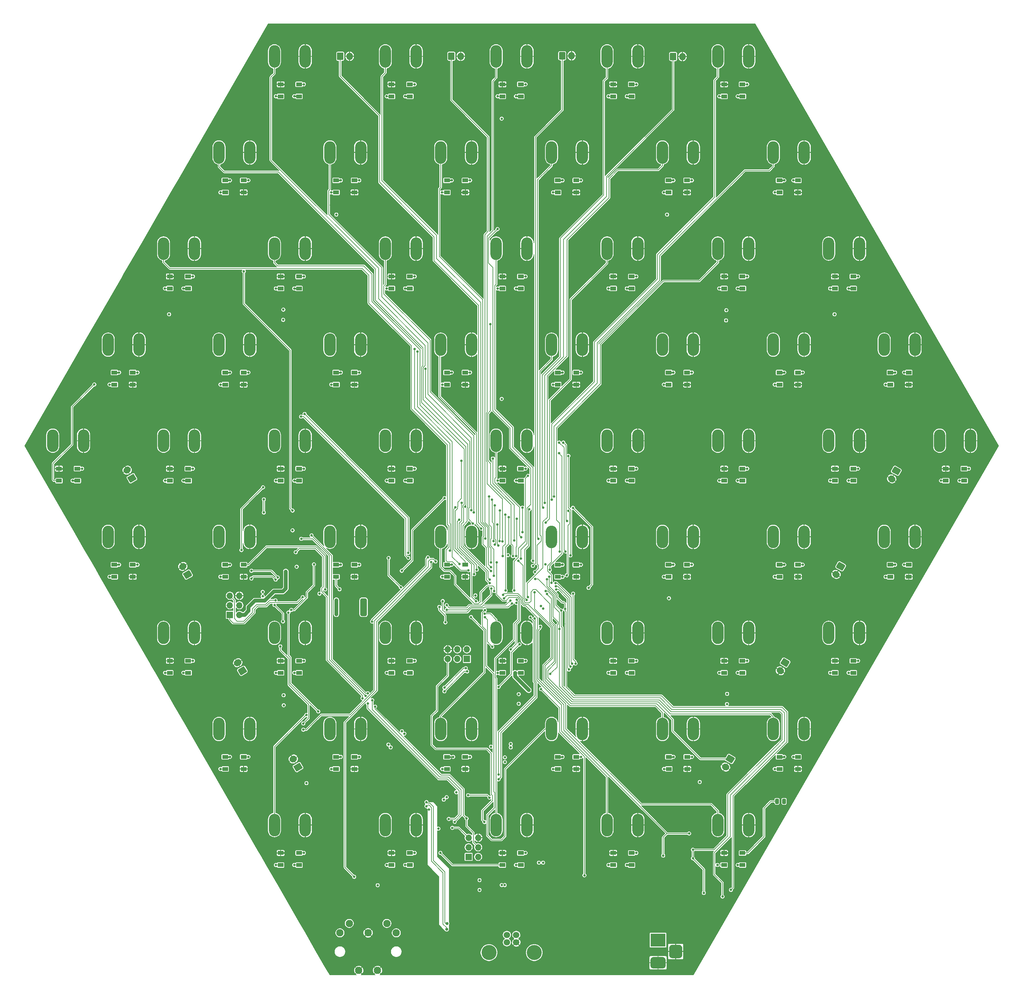
<source format=gbr>
G04 #@! TF.GenerationSoftware,KiCad,Pcbnew,(5.1.5)-3*
G04 #@! TF.CreationDate,2021-02-22T11:39:34-05:00*
G04 #@! TF.ProjectId,rainboard_newfighter,7261696e-626f-4617-9264-5f6e65776669,rev?*
G04 #@! TF.SameCoordinates,Original*
G04 #@! TF.FileFunction,Copper,L1,Top*
G04 #@! TF.FilePolarity,Positive*
%FSLAX46Y46*%
G04 Gerber Fmt 4.6, Leading zero omitted, Abs format (unit mm)*
G04 Created by KiCad (PCBNEW (5.1.5)-3) date 2021-02-22 11:39:34*
%MOMM*%
%LPD*%
G04 APERTURE LIST*
%ADD10C,0.100000*%
%ADD11O,3.000000X6.000000*%
%ADD12O,1.700000X1.700000*%
%ADD13R,1.700000X1.700000*%
%ADD14R,1.500000X1.000000*%
%ADD15R,4.000000X3.500000*%
%ADD16C,1.700000*%
%ADD17C,1.950000*%
%ADD18O,1.700000X2.000000*%
%ADD19C,4.000000*%
%ADD20C,1.700000*%
%ADD21C,0.635000*%
%ADD22C,0.800000*%
%ADD23C,0.200660*%
%ADD24C,1.016000*%
%ADD25C,0.381000*%
%ADD26C,0.508000*%
%ADD27C,0.203200*%
%ADD28C,0.200000*%
G04 APERTURE END LIST*
G04 #@! TA.AperFunction,SMDPad,CuDef*
D10*
G36*
X70903642Y-93785674D02*
G01*
X70927303Y-93789184D01*
X70950507Y-93794996D01*
X70973029Y-93803054D01*
X70994653Y-93813282D01*
X71015170Y-93825579D01*
X71034383Y-93839829D01*
X71052107Y-93855893D01*
X71068171Y-93873617D01*
X71082421Y-93892830D01*
X71094718Y-93913347D01*
X71104946Y-93934971D01*
X71113004Y-93957493D01*
X71118816Y-93980697D01*
X71122326Y-94004358D01*
X71123500Y-94028250D01*
X71123500Y-94940750D01*
X71122326Y-94964642D01*
X71118816Y-94988303D01*
X71113004Y-95011507D01*
X71104946Y-95034029D01*
X71094718Y-95055653D01*
X71082421Y-95076170D01*
X71068171Y-95095383D01*
X71052107Y-95113107D01*
X71034383Y-95129171D01*
X71015170Y-95143421D01*
X70994653Y-95155718D01*
X70973029Y-95165946D01*
X70950507Y-95174004D01*
X70927303Y-95179816D01*
X70903642Y-95183326D01*
X70879750Y-95184500D01*
X70392250Y-95184500D01*
X70368358Y-95183326D01*
X70344697Y-95179816D01*
X70321493Y-95174004D01*
X70298971Y-95165946D01*
X70277347Y-95155718D01*
X70256830Y-95143421D01*
X70237617Y-95129171D01*
X70219893Y-95113107D01*
X70203829Y-95095383D01*
X70189579Y-95076170D01*
X70177282Y-95055653D01*
X70167054Y-95034029D01*
X70158996Y-95011507D01*
X70153184Y-94988303D01*
X70149674Y-94964642D01*
X70148500Y-94940750D01*
X70148500Y-94028250D01*
X70149674Y-94004358D01*
X70153184Y-93980697D01*
X70158996Y-93957493D01*
X70167054Y-93934971D01*
X70177282Y-93913347D01*
X70189579Y-93892830D01*
X70203829Y-93873617D01*
X70219893Y-93855893D01*
X70237617Y-93839829D01*
X70256830Y-93825579D01*
X70277347Y-93813282D01*
X70298971Y-93803054D01*
X70321493Y-93794996D01*
X70344697Y-93789184D01*
X70368358Y-93785674D01*
X70392250Y-93784500D01*
X70879750Y-93784500D01*
X70903642Y-93785674D01*
G37*
G04 #@! TD.AperFunction*
G04 #@! TA.AperFunction,SMDPad,CuDef*
G36*
X72778642Y-93785674D02*
G01*
X72802303Y-93789184D01*
X72825507Y-93794996D01*
X72848029Y-93803054D01*
X72869653Y-93813282D01*
X72890170Y-93825579D01*
X72909383Y-93839829D01*
X72927107Y-93855893D01*
X72943171Y-93873617D01*
X72957421Y-93892830D01*
X72969718Y-93913347D01*
X72979946Y-93934971D01*
X72988004Y-93957493D01*
X72993816Y-93980697D01*
X72997326Y-94004358D01*
X72998500Y-94028250D01*
X72998500Y-94940750D01*
X72997326Y-94964642D01*
X72993816Y-94988303D01*
X72988004Y-95011507D01*
X72979946Y-95034029D01*
X72969718Y-95055653D01*
X72957421Y-95076170D01*
X72943171Y-95095383D01*
X72927107Y-95113107D01*
X72909383Y-95129171D01*
X72890170Y-95143421D01*
X72869653Y-95155718D01*
X72848029Y-95165946D01*
X72825507Y-95174004D01*
X72802303Y-95179816D01*
X72778642Y-95183326D01*
X72754750Y-95184500D01*
X72267250Y-95184500D01*
X72243358Y-95183326D01*
X72219697Y-95179816D01*
X72196493Y-95174004D01*
X72173971Y-95165946D01*
X72152347Y-95155718D01*
X72131830Y-95143421D01*
X72112617Y-95129171D01*
X72094893Y-95113107D01*
X72078829Y-95095383D01*
X72064579Y-95076170D01*
X72052282Y-95055653D01*
X72042054Y-95034029D01*
X72033996Y-95011507D01*
X72028184Y-94988303D01*
X72024674Y-94964642D01*
X72023500Y-94940750D01*
X72023500Y-94028250D01*
X72024674Y-94004358D01*
X72028184Y-93980697D01*
X72033996Y-93957493D01*
X72042054Y-93934971D01*
X72052282Y-93913347D01*
X72064579Y-93892830D01*
X72078829Y-93873617D01*
X72094893Y-93855893D01*
X72112617Y-93839829D01*
X72131830Y-93825579D01*
X72152347Y-93813282D01*
X72173971Y-93803054D01*
X72196493Y-93794996D01*
X72219697Y-93789184D01*
X72243358Y-93785674D01*
X72267250Y-93784500D01*
X72754750Y-93784500D01*
X72778642Y-93785674D01*
G37*
G04 #@! TD.AperFunction*
D11*
X-33596800Y-100780000D03*
X-25396800Y-100780000D03*
X-4100000Y-100780000D03*
X4100000Y-100780000D03*
X25396800Y-100780000D03*
X33596800Y-100780000D03*
X54893700Y-100780000D03*
X63093700Y-100780000D03*
X-48345200Y-75235000D03*
X-40145200Y-75235000D03*
X25396800Y52490000D03*
X33596800Y52490000D03*
X-4100000Y52490000D03*
X4100000Y52490000D03*
X-33596800Y52490000D03*
X-25396800Y52490000D03*
X-63093700Y52490000D03*
X-54893700Y52490000D03*
X-92590500Y52490000D03*
X-84390500Y52490000D03*
X69642100Y78035000D03*
X77842100Y78035000D03*
X40145200Y78035000D03*
X48345200Y78035000D03*
X10648400Y78035000D03*
X18848400Y78035000D03*
X-18848400Y78035000D03*
X-10648400Y78035000D03*
X-48345200Y78035000D03*
X-40145200Y78035000D03*
X-77842100Y78035000D03*
X-69642100Y78035000D03*
X54893700Y103580000D03*
X63093700Y103580000D03*
X-63093700Y-100780000D03*
X-54893700Y-100780000D03*
X69642100Y-75235000D03*
X77842100Y-75235000D03*
X40173500Y-75235000D03*
X48373500Y-75235000D03*
X10648400Y-75235000D03*
X18848400Y-75235000D03*
X-18848400Y-75235000D03*
X-10648400Y-75235000D03*
X-77842100Y-75235000D03*
X-69642100Y-75235000D03*
X84390500Y-49690000D03*
X92590500Y-49690000D03*
X54893700Y-49690000D03*
X63093700Y-49690000D03*
X25396800Y-49690000D03*
X33596800Y-49690000D03*
X-4100000Y-49690000D03*
X4100000Y-49690000D03*
X-33596800Y-49690000D03*
X-25396800Y-49690000D03*
X-63093700Y-49690000D03*
X-54893700Y-49690000D03*
X-92590500Y-49690000D03*
X-84390500Y-49690000D03*
X99139000Y-24145000D03*
X107339000Y-24145000D03*
X69642100Y-24145000D03*
X77842100Y-24145000D03*
X40145200Y-24145000D03*
X48345200Y-24145000D03*
X10648400Y-24145000D03*
X18848400Y-24145000D03*
X-18848400Y-24145000D03*
X-10648400Y-24145000D03*
X-48345200Y-24145000D03*
X-40145200Y-24145000D03*
X-77842100Y-24145000D03*
X-69642100Y-24145000D03*
X-107339000Y-24145000D03*
X-99139000Y-24145000D03*
X113887000Y1400000D03*
X122087000Y1400000D03*
X84390500Y1400000D03*
X92590500Y1400000D03*
X54893700Y1400000D03*
X63093700Y1400000D03*
X25396800Y1400000D03*
X33596800Y1400000D03*
X-4100000Y1400000D03*
X4100000Y1400000D03*
X-33596800Y1400000D03*
X-25396800Y1400000D03*
X-63093700Y1400000D03*
X-54893700Y1400000D03*
X-92590500Y1400000D03*
X-84390500Y1400000D03*
X-122087000Y1400000D03*
X-113887000Y1400000D03*
X99139000Y26945000D03*
X107339000Y26945000D03*
X69642100Y26945000D03*
X77842100Y26945000D03*
X40145200Y26945000D03*
X48345200Y26945000D03*
X10648400Y26945000D03*
X18848400Y26945000D03*
X-18848400Y26945000D03*
X-10648400Y26945000D03*
X-48345200Y26945000D03*
X-40145200Y26945000D03*
X-77842100Y26945000D03*
X-69642100Y26945000D03*
X-107339000Y26945000D03*
X-99139000Y26945000D03*
X84390500Y52490000D03*
X92590500Y52490000D03*
X54893700Y52490000D03*
X63093700Y52490000D03*
X25396800Y103580000D03*
X33596800Y103580000D03*
X-4100000Y103580000D03*
X4100000Y103580000D03*
X-33596800Y103580000D03*
X-25396800Y103580000D03*
X-63093700Y103580000D03*
X-54893700Y103580000D03*
D12*
X-16956500Y-54094500D03*
X-16956500Y-56634500D03*
X-14416500Y-54094500D03*
X-14416500Y-56634500D03*
X-11876500Y-54094500D03*
D13*
X-11876500Y-56634500D03*
D12*
X-72436500Y-39804500D03*
X-74976500Y-39804500D03*
X-72436500Y-42344500D03*
X-74976500Y-42344500D03*
X-72436500Y-44884500D03*
D13*
X-74976500Y-44884500D03*
D12*
X-8886500Y-104154500D03*
X-11426500Y-104154500D03*
X-8886500Y-106694500D03*
X-11426500Y-106694500D03*
X-8886500Y-109234500D03*
D13*
X-11426500Y-109234500D03*
D14*
X61443700Y-111400000D03*
X61443700Y-108200000D03*
X56543700Y-111400000D03*
X56543700Y-108200000D03*
X31946800Y-111400000D03*
X31946800Y-108200000D03*
X27046800Y-111400000D03*
X27046800Y-108200000D03*
X2450000Y-111400000D03*
X2450000Y-108200000D03*
X-2450000Y-111400000D03*
X-2450000Y-108200000D03*
X-27046800Y-111400000D03*
X-27046800Y-108200000D03*
X-31946800Y-111400000D03*
X-31946800Y-108200000D03*
X-56543700Y-111400000D03*
X-56543700Y-108200000D03*
X-61443700Y-111400000D03*
X-61443700Y-108200000D03*
X-76192100Y-82655000D03*
X-76192100Y-85855000D03*
X-71292100Y-82655000D03*
X-71292100Y-85855000D03*
X-46695200Y-82655000D03*
X-46695200Y-85855000D03*
X-41795200Y-82655000D03*
X-41795200Y-85855000D03*
X-17198400Y-82655000D03*
X-17198400Y-85855000D03*
X-12298400Y-82655000D03*
X-12298400Y-85855000D03*
X12298400Y-82655000D03*
X12298400Y-85855000D03*
X17198400Y-82655000D03*
X17198400Y-85855000D03*
X41823500Y-82655000D03*
X41823500Y-85855000D03*
X46723500Y-82655000D03*
X46723500Y-85855000D03*
X71292100Y-82655000D03*
X71292100Y-85855000D03*
X76192100Y-82655000D03*
X76192100Y-85855000D03*
X90940500Y-60310000D03*
X90940500Y-57110000D03*
X86040500Y-60310000D03*
X86040500Y-57110000D03*
X61443700Y-60310000D03*
X61443700Y-57110000D03*
X56543700Y-60310000D03*
X56543700Y-57110000D03*
X31946800Y-60310000D03*
X31946800Y-57110000D03*
X27046800Y-60310000D03*
X27046800Y-57110000D03*
X2450000Y-60310000D03*
X2450000Y-57110000D03*
X-2450000Y-60310000D03*
X-2450000Y-57110000D03*
X-27046800Y-60310000D03*
X-27046800Y-57110000D03*
X-31946800Y-60310000D03*
X-31946800Y-57110000D03*
X-56543700Y-60310000D03*
X-56543700Y-57110000D03*
X-61443700Y-60310000D03*
X-61443700Y-57110000D03*
X-86040500Y-60310000D03*
X-86040500Y-57110000D03*
X-90940500Y-60310000D03*
X-90940500Y-57110000D03*
X-105689000Y-31565000D03*
X-105689000Y-34765000D03*
X-100789000Y-31565000D03*
X-100789000Y-34765000D03*
X-76192100Y-31565000D03*
X-76192100Y-34765000D03*
X-71292100Y-31565000D03*
X-71292100Y-34765000D03*
X-46695200Y-31565000D03*
X-46695200Y-34765000D03*
X-41795200Y-31565000D03*
X-41795200Y-34765000D03*
X-17198400Y-31565000D03*
X-17198400Y-34765000D03*
X-12298400Y-31565000D03*
X-12298400Y-34765000D03*
X12298400Y-31565000D03*
X12298400Y-34765000D03*
X17198400Y-31565000D03*
X17198400Y-34765000D03*
X41795200Y-31565000D03*
X41795200Y-34765000D03*
X46695200Y-31565000D03*
X46695200Y-34765000D03*
X71292100Y-31565000D03*
X71292100Y-34765000D03*
X76192100Y-31565000D03*
X76192100Y-34765000D03*
X100789000Y-31565000D03*
X100789000Y-34765000D03*
X105689000Y-31565000D03*
X105689000Y-34765000D03*
X120437000Y-9220000D03*
X120437000Y-6020000D03*
X115537000Y-9220000D03*
X115537000Y-6020000D03*
X90940500Y-9220000D03*
X90940500Y-6020000D03*
X86040500Y-9220000D03*
X86040500Y-6020000D03*
X61443700Y-9220000D03*
X61443700Y-6020000D03*
X56543700Y-9220000D03*
X56543700Y-6020000D03*
X31946800Y-9220000D03*
X31946800Y-6020000D03*
X27046800Y-9220000D03*
X27046800Y-6020000D03*
X2450000Y-9220000D03*
X2450000Y-6020000D03*
X-2450000Y-9220000D03*
X-2450000Y-6020000D03*
X-27046800Y-9220000D03*
X-27046800Y-6020000D03*
X-31946800Y-9220000D03*
X-31946800Y-6020000D03*
X-56543700Y-9220000D03*
X-56543700Y-6020000D03*
X-61443700Y-9220000D03*
X-61443700Y-6020000D03*
X-86040500Y-9220000D03*
X-86040500Y-6020000D03*
X-90940500Y-9220000D03*
X-90940500Y-6020000D03*
X-115537000Y-9220000D03*
X-115537000Y-6020000D03*
X-120437000Y-9220000D03*
X-120437000Y-6020000D03*
X-105689000Y19525000D03*
X-105689000Y16325000D03*
X-100789000Y19525000D03*
X-100789000Y16325000D03*
X-76192100Y19525000D03*
X-76192100Y16325000D03*
X-71292100Y19525000D03*
X-71292100Y16325000D03*
X-46695200Y19525000D03*
X-46695200Y16325000D03*
X-41795200Y19525000D03*
X-41795200Y16325000D03*
X-17198400Y19525000D03*
X-17198400Y16325000D03*
X-12298400Y19525000D03*
X-12298400Y16325000D03*
X12298400Y19525000D03*
X12298400Y16325000D03*
X17198400Y19525000D03*
X17198400Y16325000D03*
X41795200Y19525000D03*
X41795200Y16325000D03*
X46695200Y19525000D03*
X46695200Y16325000D03*
X71292100Y19525000D03*
X71292100Y16325000D03*
X76192100Y19525000D03*
X76192100Y16325000D03*
X100789000Y19525000D03*
X100789000Y16325000D03*
X105689000Y19525000D03*
X105689000Y16325000D03*
X90940500Y41870000D03*
X90940500Y45070000D03*
X86040500Y41870000D03*
X86040500Y45070000D03*
X61443700Y41870000D03*
X61443700Y45070000D03*
X56543700Y41870000D03*
X56543700Y45070000D03*
X31946800Y41870000D03*
X31946800Y45070000D03*
X27046800Y41870000D03*
X27046800Y45070000D03*
X2450000Y41870000D03*
X2450000Y45070000D03*
X-2450000Y41870000D03*
X-2450000Y45070000D03*
X-27046800Y41870000D03*
X-27046800Y45070000D03*
X-31946800Y41870000D03*
X-31946800Y45070000D03*
X-56543700Y41870000D03*
X-56543700Y45070000D03*
X-61443700Y41870000D03*
X-61443700Y45070000D03*
X-86040500Y41870000D03*
X-86040500Y45070000D03*
X-90940500Y41870000D03*
X-90940500Y45070000D03*
X-76192100Y70615000D03*
X-76192100Y67415000D03*
X-71292100Y70615000D03*
X-71292100Y67415000D03*
X-46695200Y70615000D03*
X-46695200Y67415000D03*
X-41795200Y70615000D03*
X-41795200Y67415000D03*
X-17198400Y70615000D03*
X-17198400Y67415000D03*
X-12298400Y70615000D03*
X-12298400Y67415000D03*
X12298400Y70615000D03*
X12298400Y67415000D03*
X17198400Y70615000D03*
X17198400Y67415000D03*
X41795200Y70615000D03*
X41795200Y67415000D03*
X46695200Y70615000D03*
X46695200Y67415000D03*
X71292100Y70615000D03*
X71292100Y67415000D03*
X76192100Y70615000D03*
X76192100Y67415000D03*
X61443700Y92960000D03*
X61443700Y96160000D03*
X56543700Y92960000D03*
X56543700Y96160000D03*
X31946800Y92960000D03*
X31946800Y96160000D03*
X27046800Y92960000D03*
X27046800Y96160000D03*
X2450000Y92960000D03*
X2450000Y96160000D03*
X-2450000Y92960000D03*
X-2450000Y96160000D03*
X-27046800Y92960000D03*
X-27046800Y96160000D03*
X-31946800Y92960000D03*
X-31946800Y96160000D03*
X-56543700Y92960000D03*
X-56543700Y96160000D03*
X-61443700Y92960000D03*
X-61443700Y96160000D03*
D15*
X38973500Y-131384500D03*
G04 #@! TA.AperFunction,ComponentPad*
D10*
G36*
X40297013Y-135888111D02*
G01*
X40369818Y-135898911D01*
X40441214Y-135916795D01*
X40510513Y-135941590D01*
X40577048Y-135973059D01*
X40640178Y-136010898D01*
X40699295Y-136054742D01*
X40753830Y-136104170D01*
X40803258Y-136158705D01*
X40847102Y-136217822D01*
X40884941Y-136280952D01*
X40916410Y-136347487D01*
X40941205Y-136416786D01*
X40959089Y-136488182D01*
X40969889Y-136560987D01*
X40973500Y-136634500D01*
X40973500Y-138134500D01*
X40969889Y-138208013D01*
X40959089Y-138280818D01*
X40941205Y-138352214D01*
X40916410Y-138421513D01*
X40884941Y-138488048D01*
X40847102Y-138551178D01*
X40803258Y-138610295D01*
X40753830Y-138664830D01*
X40699295Y-138714258D01*
X40640178Y-138758102D01*
X40577048Y-138795941D01*
X40510513Y-138827410D01*
X40441214Y-138852205D01*
X40369818Y-138870089D01*
X40297013Y-138880889D01*
X40223500Y-138884500D01*
X37723500Y-138884500D01*
X37649987Y-138880889D01*
X37577182Y-138870089D01*
X37505786Y-138852205D01*
X37436487Y-138827410D01*
X37369952Y-138795941D01*
X37306822Y-138758102D01*
X37247705Y-138714258D01*
X37193170Y-138664830D01*
X37143742Y-138610295D01*
X37099898Y-138551178D01*
X37062059Y-138488048D01*
X37030590Y-138421513D01*
X37005795Y-138352214D01*
X36987911Y-138280818D01*
X36977111Y-138208013D01*
X36973500Y-138134500D01*
X36973500Y-136634500D01*
X36977111Y-136560987D01*
X36987911Y-136488182D01*
X37005795Y-136416786D01*
X37030590Y-136347487D01*
X37062059Y-136280952D01*
X37099898Y-136217822D01*
X37143742Y-136158705D01*
X37193170Y-136104170D01*
X37247705Y-136054742D01*
X37306822Y-136010898D01*
X37369952Y-135973059D01*
X37436487Y-135941590D01*
X37505786Y-135916795D01*
X37577182Y-135898911D01*
X37649987Y-135888111D01*
X37723500Y-135884500D01*
X40223500Y-135884500D01*
X40297013Y-135888111D01*
G37*
G04 #@! TD.AperFunction*
G04 #@! TA.AperFunction,ComponentPad*
G36*
X44634265Y-132613713D02*
G01*
X44719204Y-132626313D01*
X44802499Y-132647177D01*
X44883348Y-132676105D01*
X44960972Y-132712819D01*
X45034624Y-132756964D01*
X45103594Y-132808116D01*
X45167218Y-132865782D01*
X45224884Y-132929406D01*
X45276036Y-132998376D01*
X45320181Y-133072028D01*
X45356895Y-133149652D01*
X45385823Y-133230501D01*
X45406687Y-133313796D01*
X45419287Y-133398735D01*
X45423500Y-133484500D01*
X45423500Y-135284500D01*
X45419287Y-135370265D01*
X45406687Y-135455204D01*
X45385823Y-135538499D01*
X45356895Y-135619348D01*
X45320181Y-135696972D01*
X45276036Y-135770624D01*
X45224884Y-135839594D01*
X45167218Y-135903218D01*
X45103594Y-135960884D01*
X45034624Y-136012036D01*
X44960972Y-136056181D01*
X44883348Y-136092895D01*
X44802499Y-136121823D01*
X44719204Y-136142687D01*
X44634265Y-136155287D01*
X44548500Y-136159500D01*
X42798500Y-136159500D01*
X42712735Y-136155287D01*
X42627796Y-136142687D01*
X42544501Y-136121823D01*
X42463652Y-136092895D01*
X42386028Y-136056181D01*
X42312376Y-136012036D01*
X42243406Y-135960884D01*
X42179782Y-135903218D01*
X42122116Y-135839594D01*
X42070964Y-135770624D01*
X42026819Y-135696972D01*
X41990105Y-135619348D01*
X41961177Y-135538499D01*
X41940313Y-135455204D01*
X41927713Y-135370265D01*
X41923500Y-135284500D01*
X41923500Y-133484500D01*
X41927713Y-133398735D01*
X41940313Y-133313796D01*
X41961177Y-133230501D01*
X41990105Y-133149652D01*
X42026819Y-133072028D01*
X42070964Y-132998376D01*
X42122116Y-132929406D01*
X42179782Y-132865782D01*
X42243406Y-132808116D01*
X42312376Y-132756964D01*
X42386028Y-132712819D01*
X42463652Y-132676105D01*
X42544501Y-132647177D01*
X42627796Y-132626313D01*
X42712735Y-132613713D01*
X42798500Y-132609500D01*
X44548500Y-132609500D01*
X44634265Y-132613713D01*
G37*
G04 #@! TD.AperFunction*
D16*
X-58206404Y-83294436D02*
X-57946596Y-83144436D01*
G04 #@! TA.AperFunction,ComponentPad*
D10*
G36*
X-56460630Y-84240420D02*
G01*
X-56436257Y-84243224D01*
X-56412276Y-84248404D01*
X-56388918Y-84255909D01*
X-56366409Y-84265667D01*
X-56344964Y-84277584D01*
X-56324791Y-84291547D01*
X-56306083Y-84307419D01*
X-56289021Y-84325049D01*
X-56273769Y-84344266D01*
X-56260475Y-84364885D01*
X-55660475Y-85404115D01*
X-55649265Y-85425938D01*
X-55640248Y-85448755D01*
X-55633512Y-85472346D01*
X-55629120Y-85496483D01*
X-55627115Y-85520935D01*
X-55627516Y-85545466D01*
X-55630320Y-85569839D01*
X-55635500Y-85593820D01*
X-55643005Y-85617177D01*
X-55652763Y-85639687D01*
X-55664680Y-85661132D01*
X-55678643Y-85681305D01*
X-55694515Y-85700013D01*
X-55712145Y-85717075D01*
X-55731362Y-85732327D01*
X-55751981Y-85745621D01*
X-57051019Y-86495621D01*
X-57072842Y-86506831D01*
X-57095659Y-86515848D01*
X-57119250Y-86522584D01*
X-57143387Y-86526976D01*
X-57167839Y-86528981D01*
X-57192370Y-86528580D01*
X-57216743Y-86525776D01*
X-57240724Y-86520596D01*
X-57264082Y-86513091D01*
X-57286591Y-86503333D01*
X-57308036Y-86491416D01*
X-57328209Y-86477453D01*
X-57346917Y-86461581D01*
X-57363979Y-86443951D01*
X-57379231Y-86424734D01*
X-57392525Y-86404115D01*
X-57992525Y-85364885D01*
X-58003735Y-85343062D01*
X-58012752Y-85320245D01*
X-58019488Y-85296654D01*
X-58023880Y-85272517D01*
X-58025885Y-85248065D01*
X-58025484Y-85223534D01*
X-58022680Y-85199161D01*
X-58017500Y-85175180D01*
X-58009995Y-85151823D01*
X-58000237Y-85129313D01*
X-57988320Y-85107868D01*
X-57974357Y-85087695D01*
X-57958485Y-85068987D01*
X-57940855Y-85051925D01*
X-57921638Y-85036673D01*
X-57901019Y-85023379D01*
X-56601981Y-84273379D01*
X-56580158Y-84262169D01*
X-56557341Y-84253152D01*
X-56533750Y-84246416D01*
X-56509613Y-84242024D01*
X-56485161Y-84240019D01*
X-56460630Y-84240420D01*
G37*
G04 #@! TD.AperFunction*
D17*
X-38176500Y-129434500D03*
X-33176500Y-126934500D03*
X-30676500Y-129434500D03*
X-43176500Y-126934500D03*
X-45676500Y-129434500D03*
X-40676500Y-139434500D03*
X-35676500Y-139434500D03*
D16*
X-73006404Y-57694436D02*
X-72746596Y-57544436D01*
G04 #@! TA.AperFunction,ComponentPad*
D10*
G36*
X-71260630Y-58640420D02*
G01*
X-71236257Y-58643224D01*
X-71212276Y-58648404D01*
X-71188918Y-58655909D01*
X-71166409Y-58665667D01*
X-71144964Y-58677584D01*
X-71124791Y-58691547D01*
X-71106083Y-58707419D01*
X-71089021Y-58725049D01*
X-71073769Y-58744266D01*
X-71060475Y-58764885D01*
X-70460475Y-59804115D01*
X-70449265Y-59825938D01*
X-70440248Y-59848755D01*
X-70433512Y-59872346D01*
X-70429120Y-59896483D01*
X-70427115Y-59920935D01*
X-70427516Y-59945466D01*
X-70430320Y-59969839D01*
X-70435500Y-59993820D01*
X-70443005Y-60017177D01*
X-70452763Y-60039687D01*
X-70464680Y-60061132D01*
X-70478643Y-60081305D01*
X-70494515Y-60100013D01*
X-70512145Y-60117075D01*
X-70531362Y-60132327D01*
X-70551981Y-60145621D01*
X-71851019Y-60895621D01*
X-71872842Y-60906831D01*
X-71895659Y-60915848D01*
X-71919250Y-60922584D01*
X-71943387Y-60926976D01*
X-71967839Y-60928981D01*
X-71992370Y-60928580D01*
X-72016743Y-60925776D01*
X-72040724Y-60920596D01*
X-72064082Y-60913091D01*
X-72086591Y-60903333D01*
X-72108036Y-60891416D01*
X-72128209Y-60877453D01*
X-72146917Y-60861581D01*
X-72163979Y-60843951D01*
X-72179231Y-60824734D01*
X-72192525Y-60804115D01*
X-72792525Y-59764885D01*
X-72803735Y-59743062D01*
X-72812752Y-59720245D01*
X-72819488Y-59696654D01*
X-72823880Y-59672517D01*
X-72825885Y-59648065D01*
X-72825484Y-59623534D01*
X-72822680Y-59599161D01*
X-72817500Y-59575180D01*
X-72809995Y-59551823D01*
X-72800237Y-59529313D01*
X-72788320Y-59507868D01*
X-72774357Y-59487695D01*
X-72758485Y-59468987D01*
X-72740855Y-59451925D01*
X-72721638Y-59436673D01*
X-72701019Y-59423379D01*
X-71401981Y-58673379D01*
X-71380158Y-58662169D01*
X-71357341Y-58653152D01*
X-71333750Y-58646416D01*
X-71309613Y-58642024D01*
X-71285161Y-58640019D01*
X-71260630Y-58640420D01*
G37*
G04 #@! TD.AperFunction*
D16*
X-87606404Y-32094436D02*
X-87346596Y-31944436D01*
G04 #@! TA.AperFunction,ComponentPad*
D10*
G36*
X-85860630Y-33040420D02*
G01*
X-85836257Y-33043224D01*
X-85812276Y-33048404D01*
X-85788918Y-33055909D01*
X-85766409Y-33065667D01*
X-85744964Y-33077584D01*
X-85724791Y-33091547D01*
X-85706083Y-33107419D01*
X-85689021Y-33125049D01*
X-85673769Y-33144266D01*
X-85660475Y-33164885D01*
X-85060475Y-34204115D01*
X-85049265Y-34225938D01*
X-85040248Y-34248755D01*
X-85033512Y-34272346D01*
X-85029120Y-34296483D01*
X-85027115Y-34320935D01*
X-85027516Y-34345466D01*
X-85030320Y-34369839D01*
X-85035500Y-34393820D01*
X-85043005Y-34417177D01*
X-85052763Y-34439687D01*
X-85064680Y-34461132D01*
X-85078643Y-34481305D01*
X-85094515Y-34500013D01*
X-85112145Y-34517075D01*
X-85131362Y-34532327D01*
X-85151981Y-34545621D01*
X-86451019Y-35295621D01*
X-86472842Y-35306831D01*
X-86495659Y-35315848D01*
X-86519250Y-35322584D01*
X-86543387Y-35326976D01*
X-86567839Y-35328981D01*
X-86592370Y-35328580D01*
X-86616743Y-35325776D01*
X-86640724Y-35320596D01*
X-86664082Y-35313091D01*
X-86686591Y-35303333D01*
X-86708036Y-35291416D01*
X-86728209Y-35277453D01*
X-86746917Y-35261581D01*
X-86763979Y-35243951D01*
X-86779231Y-35224734D01*
X-86792525Y-35204115D01*
X-87392525Y-34164885D01*
X-87403735Y-34143062D01*
X-87412752Y-34120245D01*
X-87419488Y-34096654D01*
X-87423880Y-34072517D01*
X-87425885Y-34048065D01*
X-87425484Y-34023534D01*
X-87422680Y-33999161D01*
X-87417500Y-33975180D01*
X-87409995Y-33951823D01*
X-87400237Y-33929313D01*
X-87388320Y-33907868D01*
X-87374357Y-33887695D01*
X-87358485Y-33868987D01*
X-87340855Y-33851925D01*
X-87321638Y-33836673D01*
X-87301019Y-33823379D01*
X-86001981Y-33073379D01*
X-85980158Y-33062169D01*
X-85957341Y-33053152D01*
X-85933750Y-33046416D01*
X-85909613Y-33042024D01*
X-85885161Y-33040019D01*
X-85860630Y-33040420D01*
G37*
G04 #@! TD.AperFunction*
D16*
X-102406404Y-6494436D02*
X-102146596Y-6344436D01*
G04 #@! TA.AperFunction,ComponentPad*
D10*
G36*
X-100660630Y-7440420D02*
G01*
X-100636257Y-7443224D01*
X-100612276Y-7448404D01*
X-100588918Y-7455909D01*
X-100566409Y-7465667D01*
X-100544964Y-7477584D01*
X-100524791Y-7491547D01*
X-100506083Y-7507419D01*
X-100489021Y-7525049D01*
X-100473769Y-7544266D01*
X-100460475Y-7564885D01*
X-99860475Y-8604115D01*
X-99849265Y-8625938D01*
X-99840248Y-8648755D01*
X-99833512Y-8672346D01*
X-99829120Y-8696483D01*
X-99827115Y-8720935D01*
X-99827516Y-8745466D01*
X-99830320Y-8769839D01*
X-99835500Y-8793820D01*
X-99843005Y-8817177D01*
X-99852763Y-8839687D01*
X-99864680Y-8861132D01*
X-99878643Y-8881305D01*
X-99894515Y-8900013D01*
X-99912145Y-8917075D01*
X-99931362Y-8932327D01*
X-99951981Y-8945621D01*
X-101251019Y-9695621D01*
X-101272842Y-9706831D01*
X-101295659Y-9715848D01*
X-101319250Y-9722584D01*
X-101343387Y-9726976D01*
X-101367839Y-9728981D01*
X-101392370Y-9728580D01*
X-101416743Y-9725776D01*
X-101440724Y-9720596D01*
X-101464082Y-9713091D01*
X-101486591Y-9703333D01*
X-101508036Y-9691416D01*
X-101528209Y-9677453D01*
X-101546917Y-9661581D01*
X-101563979Y-9643951D01*
X-101579231Y-9624734D01*
X-101592525Y-9604115D01*
X-102192525Y-8564885D01*
X-102203735Y-8543062D01*
X-102212752Y-8520245D01*
X-102219488Y-8496654D01*
X-102223880Y-8472517D01*
X-102225885Y-8448065D01*
X-102225484Y-8423534D01*
X-102222680Y-8399161D01*
X-102217500Y-8375180D01*
X-102209995Y-8351823D01*
X-102200237Y-8329313D01*
X-102188320Y-8307868D01*
X-102174357Y-8287695D01*
X-102158485Y-8268987D01*
X-102140855Y-8251925D01*
X-102121638Y-8236673D01*
X-102101019Y-8223379D01*
X-100801981Y-7473379D01*
X-100780158Y-7462169D01*
X-100757341Y-7453152D01*
X-100733750Y-7446416D01*
X-100709613Y-7442024D01*
X-100685161Y-7440019D01*
X-100660630Y-7440420D01*
G37*
G04 #@! TD.AperFunction*
D16*
X57053404Y-85424564D02*
X56793596Y-85274564D01*
G04 #@! TA.AperFunction,ComponentPad*
D10*
G36*
X57856613Y-82042024D02*
G01*
X57880750Y-82046416D01*
X57904341Y-82053152D01*
X57927158Y-82062169D01*
X57948981Y-82073379D01*
X59248019Y-82823379D01*
X59268638Y-82836673D01*
X59287855Y-82851925D01*
X59305485Y-82868987D01*
X59321357Y-82887695D01*
X59335320Y-82907868D01*
X59347237Y-82929313D01*
X59356995Y-82951822D01*
X59364500Y-82975180D01*
X59369680Y-82999161D01*
X59372484Y-83023534D01*
X59372885Y-83048065D01*
X59370880Y-83072517D01*
X59366488Y-83096654D01*
X59359752Y-83120245D01*
X59350735Y-83143062D01*
X59339525Y-83164885D01*
X58739525Y-84204115D01*
X58726231Y-84224734D01*
X58710979Y-84243951D01*
X58693917Y-84261581D01*
X58675209Y-84277453D01*
X58655036Y-84291416D01*
X58633591Y-84303333D01*
X58611081Y-84313091D01*
X58587724Y-84320596D01*
X58563743Y-84325776D01*
X58539370Y-84328580D01*
X58514839Y-84328981D01*
X58490387Y-84326976D01*
X58466250Y-84322584D01*
X58442659Y-84315848D01*
X58419842Y-84306831D01*
X58398019Y-84295621D01*
X57098981Y-83545621D01*
X57078362Y-83532327D01*
X57059145Y-83517075D01*
X57041515Y-83500013D01*
X57025643Y-83481305D01*
X57011680Y-83461132D01*
X56999763Y-83439687D01*
X56990005Y-83417178D01*
X56982500Y-83393820D01*
X56977320Y-83369839D01*
X56974516Y-83345466D01*
X56974115Y-83320935D01*
X56976120Y-83296483D01*
X56980512Y-83272346D01*
X56987248Y-83248755D01*
X56996265Y-83225938D01*
X57007475Y-83204115D01*
X57607475Y-82164885D01*
X57620769Y-82144266D01*
X57636021Y-82125049D01*
X57653083Y-82107419D01*
X57671791Y-82091547D01*
X57691964Y-82077584D01*
X57713409Y-82065667D01*
X57735919Y-82055909D01*
X57759276Y-82048404D01*
X57783257Y-82043224D01*
X57807630Y-82040420D01*
X57832161Y-82040019D01*
X57856613Y-82042024D01*
G37*
G04 #@! TD.AperFunction*
D16*
X71653404Y-59824564D02*
X71393596Y-59674564D01*
G04 #@! TA.AperFunction,ComponentPad*
D10*
G36*
X72456613Y-56442024D02*
G01*
X72480750Y-56446416D01*
X72504341Y-56453152D01*
X72527158Y-56462169D01*
X72548981Y-56473379D01*
X73848019Y-57223379D01*
X73868638Y-57236673D01*
X73887855Y-57251925D01*
X73905485Y-57268987D01*
X73921357Y-57287695D01*
X73935320Y-57307868D01*
X73947237Y-57329313D01*
X73956995Y-57351822D01*
X73964500Y-57375180D01*
X73969680Y-57399161D01*
X73972484Y-57423534D01*
X73972885Y-57448065D01*
X73970880Y-57472517D01*
X73966488Y-57496654D01*
X73959752Y-57520245D01*
X73950735Y-57543062D01*
X73939525Y-57564885D01*
X73339525Y-58604115D01*
X73326231Y-58624734D01*
X73310979Y-58643951D01*
X73293917Y-58661581D01*
X73275209Y-58677453D01*
X73255036Y-58691416D01*
X73233591Y-58703333D01*
X73211081Y-58713091D01*
X73187724Y-58720596D01*
X73163743Y-58725776D01*
X73139370Y-58728580D01*
X73114839Y-58728981D01*
X73090387Y-58726976D01*
X73066250Y-58722584D01*
X73042659Y-58715848D01*
X73019842Y-58706831D01*
X72998019Y-58695621D01*
X71698981Y-57945621D01*
X71678362Y-57932327D01*
X71659145Y-57917075D01*
X71641515Y-57900013D01*
X71625643Y-57881305D01*
X71611680Y-57861132D01*
X71599763Y-57839687D01*
X71590005Y-57817178D01*
X71582500Y-57793820D01*
X71577320Y-57769839D01*
X71574516Y-57745466D01*
X71574115Y-57720935D01*
X71576120Y-57696483D01*
X71580512Y-57672346D01*
X71587248Y-57648755D01*
X71596265Y-57625938D01*
X71607475Y-57604115D01*
X72207475Y-56564885D01*
X72220769Y-56544266D01*
X72236021Y-56525049D01*
X72253083Y-56507419D01*
X72271791Y-56491547D01*
X72291964Y-56477584D01*
X72313409Y-56465667D01*
X72335919Y-56455909D01*
X72359276Y-56448404D01*
X72383257Y-56443224D01*
X72407630Y-56440420D01*
X72432161Y-56440019D01*
X72456613Y-56442024D01*
G37*
G04 #@! TD.AperFunction*
D16*
X86453404Y-34224564D02*
X86193596Y-34074564D01*
G04 #@! TA.AperFunction,ComponentPad*
D10*
G36*
X87256613Y-30842024D02*
G01*
X87280750Y-30846416D01*
X87304341Y-30853152D01*
X87327158Y-30862169D01*
X87348981Y-30873379D01*
X88648019Y-31623379D01*
X88668638Y-31636673D01*
X88687855Y-31651925D01*
X88705485Y-31668987D01*
X88721357Y-31687695D01*
X88735320Y-31707868D01*
X88747237Y-31729313D01*
X88756995Y-31751822D01*
X88764500Y-31775180D01*
X88769680Y-31799161D01*
X88772484Y-31823534D01*
X88772885Y-31848065D01*
X88770880Y-31872517D01*
X88766488Y-31896654D01*
X88759752Y-31920245D01*
X88750735Y-31943062D01*
X88739525Y-31964885D01*
X88139525Y-33004115D01*
X88126231Y-33024734D01*
X88110979Y-33043951D01*
X88093917Y-33061581D01*
X88075209Y-33077453D01*
X88055036Y-33091416D01*
X88033591Y-33103333D01*
X88011081Y-33113091D01*
X87987724Y-33120596D01*
X87963743Y-33125776D01*
X87939370Y-33128580D01*
X87914839Y-33128981D01*
X87890387Y-33126976D01*
X87866250Y-33122584D01*
X87842659Y-33115848D01*
X87819842Y-33106831D01*
X87798019Y-33095621D01*
X86498981Y-32345621D01*
X86478362Y-32332327D01*
X86459145Y-32317075D01*
X86441515Y-32300013D01*
X86425643Y-32281305D01*
X86411680Y-32261132D01*
X86399763Y-32239687D01*
X86390005Y-32217178D01*
X86382500Y-32193820D01*
X86377320Y-32169839D01*
X86374516Y-32145466D01*
X86374115Y-32120935D01*
X86376120Y-32096483D01*
X86380512Y-32072346D01*
X86387248Y-32048755D01*
X86396265Y-32025938D01*
X86407475Y-32004115D01*
X87007475Y-30964885D01*
X87020769Y-30944266D01*
X87036021Y-30925049D01*
X87053083Y-30907419D01*
X87071791Y-30891547D01*
X87091964Y-30877584D01*
X87113409Y-30865667D01*
X87135919Y-30855909D01*
X87159276Y-30848404D01*
X87183257Y-30843224D01*
X87207630Y-30840420D01*
X87232161Y-30840019D01*
X87256613Y-30842024D01*
G37*
G04 #@! TD.AperFunction*
D16*
X101253404Y-8824564D02*
X100993596Y-8674564D01*
G04 #@! TA.AperFunction,ComponentPad*
D10*
G36*
X102056613Y-5442024D02*
G01*
X102080750Y-5446416D01*
X102104341Y-5453152D01*
X102127158Y-5462169D01*
X102148981Y-5473379D01*
X103448019Y-6223379D01*
X103468638Y-6236673D01*
X103487855Y-6251925D01*
X103505485Y-6268987D01*
X103521357Y-6287695D01*
X103535320Y-6307868D01*
X103547237Y-6329313D01*
X103556995Y-6351822D01*
X103564500Y-6375180D01*
X103569680Y-6399161D01*
X103572484Y-6423534D01*
X103572885Y-6448065D01*
X103570880Y-6472517D01*
X103566488Y-6496654D01*
X103559752Y-6520245D01*
X103550735Y-6543062D01*
X103539525Y-6564885D01*
X102939525Y-7604115D01*
X102926231Y-7624734D01*
X102910979Y-7643951D01*
X102893917Y-7661581D01*
X102875209Y-7677453D01*
X102855036Y-7691416D01*
X102833591Y-7703333D01*
X102811081Y-7713091D01*
X102787724Y-7720596D01*
X102763743Y-7725776D01*
X102739370Y-7728580D01*
X102714839Y-7728981D01*
X102690387Y-7726976D01*
X102666250Y-7722584D01*
X102642659Y-7715848D01*
X102619842Y-7706831D01*
X102598019Y-7695621D01*
X101298981Y-6945621D01*
X101278362Y-6932327D01*
X101259145Y-6917075D01*
X101241515Y-6900013D01*
X101225643Y-6881305D01*
X101211680Y-6861132D01*
X101199763Y-6839687D01*
X101190005Y-6817178D01*
X101182500Y-6793820D01*
X101177320Y-6769839D01*
X101174516Y-6745466D01*
X101174115Y-6720935D01*
X101176120Y-6696483D01*
X101180512Y-6672346D01*
X101187248Y-6648755D01*
X101196265Y-6625938D01*
X101207475Y-6604115D01*
X101807475Y-5564885D01*
X101820769Y-5544266D01*
X101836021Y-5525049D01*
X101853083Y-5507419D01*
X101871791Y-5491547D01*
X101891964Y-5477584D01*
X101913409Y-5465667D01*
X101935919Y-5455909D01*
X101959276Y-5448404D01*
X101983257Y-5443224D01*
X102007630Y-5440420D01*
X102032161Y-5440019D01*
X102056613Y-5442024D01*
G37*
G04 #@! TD.AperFunction*
D18*
X-43101500Y103615500D03*
G04 #@! TA.AperFunction,ComponentPad*
D10*
G36*
X-44976996Y104614296D02*
G01*
X-44952727Y104610696D01*
X-44928929Y104604735D01*
X-44905829Y104596470D01*
X-44883651Y104585980D01*
X-44862607Y104573367D01*
X-44842902Y104558753D01*
X-44824723Y104542277D01*
X-44808247Y104524098D01*
X-44793633Y104504393D01*
X-44781020Y104483349D01*
X-44770530Y104461171D01*
X-44762265Y104438071D01*
X-44756304Y104414273D01*
X-44752704Y104390004D01*
X-44751500Y104365500D01*
X-44751500Y102865500D01*
X-44752704Y102840996D01*
X-44756304Y102816727D01*
X-44762265Y102792929D01*
X-44770530Y102769829D01*
X-44781020Y102747651D01*
X-44793633Y102726607D01*
X-44808247Y102706902D01*
X-44824723Y102688723D01*
X-44842902Y102672247D01*
X-44862607Y102657633D01*
X-44883651Y102645020D01*
X-44905829Y102634530D01*
X-44928929Y102626265D01*
X-44952727Y102620304D01*
X-44976996Y102616704D01*
X-45001500Y102615500D01*
X-46201500Y102615500D01*
X-46226004Y102616704D01*
X-46250273Y102620304D01*
X-46274071Y102626265D01*
X-46297171Y102634530D01*
X-46319349Y102645020D01*
X-46340393Y102657633D01*
X-46360098Y102672247D01*
X-46378277Y102688723D01*
X-46394753Y102706902D01*
X-46409367Y102726607D01*
X-46421980Y102747651D01*
X-46432470Y102769829D01*
X-46440735Y102792929D01*
X-46446696Y102816727D01*
X-46450296Y102840996D01*
X-46451500Y102865500D01*
X-46451500Y104365500D01*
X-46450296Y104390004D01*
X-46446696Y104414273D01*
X-46440735Y104438071D01*
X-46432470Y104461171D01*
X-46421980Y104483349D01*
X-46409367Y104504393D01*
X-46394753Y104524098D01*
X-46378277Y104542277D01*
X-46360098Y104558753D01*
X-46340393Y104573367D01*
X-46319349Y104585980D01*
X-46297171Y104596470D01*
X-46274071Y104604735D01*
X-46250273Y104610696D01*
X-46226004Y104614296D01*
X-46201500Y104615500D01*
X-45001500Y104615500D01*
X-44976996Y104614296D01*
G37*
G04 #@! TD.AperFunction*
D18*
X-13526500Y103615500D03*
G04 #@! TA.AperFunction,ComponentPad*
D10*
G36*
X-15401996Y104614296D02*
G01*
X-15377727Y104610696D01*
X-15353929Y104604735D01*
X-15330829Y104596470D01*
X-15308651Y104585980D01*
X-15287607Y104573367D01*
X-15267902Y104558753D01*
X-15249723Y104542277D01*
X-15233247Y104524098D01*
X-15218633Y104504393D01*
X-15206020Y104483349D01*
X-15195530Y104461171D01*
X-15187265Y104438071D01*
X-15181304Y104414273D01*
X-15177704Y104390004D01*
X-15176500Y104365500D01*
X-15176500Y102865500D01*
X-15177704Y102840996D01*
X-15181304Y102816727D01*
X-15187265Y102792929D01*
X-15195530Y102769829D01*
X-15206020Y102747651D01*
X-15218633Y102726607D01*
X-15233247Y102706902D01*
X-15249723Y102688723D01*
X-15267902Y102672247D01*
X-15287607Y102657633D01*
X-15308651Y102645020D01*
X-15330829Y102634530D01*
X-15353929Y102626265D01*
X-15377727Y102620304D01*
X-15401996Y102616704D01*
X-15426500Y102615500D01*
X-16626500Y102615500D01*
X-16651004Y102616704D01*
X-16675273Y102620304D01*
X-16699071Y102626265D01*
X-16722171Y102634530D01*
X-16744349Y102645020D01*
X-16765393Y102657633D01*
X-16785098Y102672247D01*
X-16803277Y102688723D01*
X-16819753Y102706902D01*
X-16834367Y102726607D01*
X-16846980Y102747651D01*
X-16857470Y102769829D01*
X-16865735Y102792929D01*
X-16871696Y102816727D01*
X-16875296Y102840996D01*
X-16876500Y102865500D01*
X-16876500Y104365500D01*
X-16875296Y104390004D01*
X-16871696Y104414273D01*
X-16865735Y104438071D01*
X-16857470Y104461171D01*
X-16846980Y104483349D01*
X-16834367Y104504393D01*
X-16819753Y104524098D01*
X-16803277Y104542277D01*
X-16785098Y104558753D01*
X-16765393Y104573367D01*
X-16744349Y104585980D01*
X-16722171Y104596470D01*
X-16699071Y104604735D01*
X-16675273Y104610696D01*
X-16651004Y104614296D01*
X-16626500Y104615500D01*
X-15426500Y104615500D01*
X-15401996Y104614296D01*
G37*
G04 #@! TD.AperFunction*
D18*
X15973500Y103740500D03*
G04 #@! TA.AperFunction,ComponentPad*
D10*
G36*
X14098004Y104739296D02*
G01*
X14122273Y104735696D01*
X14146071Y104729735D01*
X14169171Y104721470D01*
X14191349Y104710980D01*
X14212393Y104698367D01*
X14232098Y104683753D01*
X14250277Y104667277D01*
X14266753Y104649098D01*
X14281367Y104629393D01*
X14293980Y104608349D01*
X14304470Y104586171D01*
X14312735Y104563071D01*
X14318696Y104539273D01*
X14322296Y104515004D01*
X14323500Y104490500D01*
X14323500Y102990500D01*
X14322296Y102965996D01*
X14318696Y102941727D01*
X14312735Y102917929D01*
X14304470Y102894829D01*
X14293980Y102872651D01*
X14281367Y102851607D01*
X14266753Y102831902D01*
X14250277Y102813723D01*
X14232098Y102797247D01*
X14212393Y102782633D01*
X14191349Y102770020D01*
X14169171Y102759530D01*
X14146071Y102751265D01*
X14122273Y102745304D01*
X14098004Y102741704D01*
X14073500Y102740500D01*
X12873500Y102740500D01*
X12848996Y102741704D01*
X12824727Y102745304D01*
X12800929Y102751265D01*
X12777829Y102759530D01*
X12755651Y102770020D01*
X12734607Y102782633D01*
X12714902Y102797247D01*
X12696723Y102813723D01*
X12680247Y102831902D01*
X12665633Y102851607D01*
X12653020Y102872651D01*
X12642530Y102894829D01*
X12634265Y102917929D01*
X12628304Y102941727D01*
X12624704Y102965996D01*
X12623500Y102990500D01*
X12623500Y104490500D01*
X12624704Y104515004D01*
X12628304Y104539273D01*
X12634265Y104563071D01*
X12642530Y104586171D01*
X12653020Y104608349D01*
X12665633Y104629393D01*
X12680247Y104649098D01*
X12696723Y104667277D01*
X12714902Y104683753D01*
X12734607Y104698367D01*
X12755651Y104710980D01*
X12777829Y104721470D01*
X12800929Y104729735D01*
X12824727Y104735696D01*
X12848996Y104739296D01*
X12873500Y104740500D01*
X14073500Y104740500D01*
X14098004Y104739296D01*
G37*
G04 #@! TD.AperFunction*
D18*
X45473500Y103540500D03*
G04 #@! TA.AperFunction,ComponentPad*
D10*
G36*
X43598004Y104539296D02*
G01*
X43622273Y104535696D01*
X43646071Y104529735D01*
X43669171Y104521470D01*
X43691349Y104510980D01*
X43712393Y104498367D01*
X43732098Y104483753D01*
X43750277Y104467277D01*
X43766753Y104449098D01*
X43781367Y104429393D01*
X43793980Y104408349D01*
X43804470Y104386171D01*
X43812735Y104363071D01*
X43818696Y104339273D01*
X43822296Y104315004D01*
X43823500Y104290500D01*
X43823500Y102790500D01*
X43822296Y102765996D01*
X43818696Y102741727D01*
X43812735Y102717929D01*
X43804470Y102694829D01*
X43793980Y102672651D01*
X43781367Y102651607D01*
X43766753Y102631902D01*
X43750277Y102613723D01*
X43732098Y102597247D01*
X43712393Y102582633D01*
X43691349Y102570020D01*
X43669171Y102559530D01*
X43646071Y102551265D01*
X43622273Y102545304D01*
X43598004Y102541704D01*
X43573500Y102540500D01*
X42373500Y102540500D01*
X42348996Y102541704D01*
X42324727Y102545304D01*
X42300929Y102551265D01*
X42277829Y102559530D01*
X42255651Y102570020D01*
X42234607Y102582633D01*
X42214902Y102597247D01*
X42196723Y102613723D01*
X42180247Y102631902D01*
X42165633Y102651607D01*
X42153020Y102672651D01*
X42142530Y102694829D01*
X42134265Y102717929D01*
X42128304Y102741727D01*
X42124704Y102765996D01*
X42123500Y102790500D01*
X42123500Y104290500D01*
X42124704Y104315004D01*
X42128304Y104339273D01*
X42134265Y104363071D01*
X42142530Y104386171D01*
X42153020Y104408349D01*
X42165633Y104429393D01*
X42180247Y104449098D01*
X42196723Y104467277D01*
X42214902Y104483753D01*
X42234607Y104498367D01*
X42255651Y104510980D01*
X42277829Y104521470D01*
X42300929Y104529735D01*
X42324727Y104535696D01*
X42348996Y104539296D01*
X42373500Y104540500D01*
X43573500Y104540500D01*
X43598004Y104539296D01*
G37*
G04 #@! TD.AperFunction*
D19*
X6020000Y-134694500D03*
X-6020000Y-134694500D03*
D20*
X-1250000Y-131984500D03*
X-1250000Y-129984500D03*
X1250000Y-131984500D03*
X1250000Y-129984500D03*
D21*
X9427860Y-35437494D03*
X13223500Y-43734500D03*
X56134000Y-119786400D03*
X10023500Y-34734500D03*
X14273500Y-43334500D03*
X58369200Y-118008400D03*
X-21426500Y-30834496D03*
X-41876500Y-114534500D03*
X7645390Y-48034500D03*
X47244000Y-103022400D03*
X40335200Y-108915200D03*
X6273500Y-35384500D03*
X12688624Y-48684500D03*
X48260000Y-107340400D03*
X48260000Y-109626400D03*
X51155600Y-118821200D03*
X-9626500Y-39734500D03*
X-17276500Y-93375772D03*
X-14726500Y-92034500D03*
X-926500Y-29034500D03*
X8973500Y-31484500D03*
X1264772Y-41703566D03*
X-66126500Y-10984500D03*
X-61526500Y-53284500D03*
X-57186738Y-32094738D03*
X-51126500Y-39284500D03*
X-35626500Y-116784500D03*
X-60076500Y-33384500D03*
X-226500Y-80134500D03*
X-226500Y-79234500D03*
X-8526500Y-115434500D03*
X-8526500Y-118034500D03*
X-19476500Y-101734500D03*
X-55426500Y-73784500D03*
X-71876500Y-27684500D03*
X1923500Y-65984500D03*
X1923500Y-68534500D03*
X7773500Y-42584500D03*
X8373500Y-43184500D03*
X18223500Y-42384500D03*
X18223500Y-47634500D03*
X67973500Y-91984500D03*
X61973500Y-91984500D03*
X55973500Y-91984500D03*
X49973500Y-91984500D03*
X43973500Y-91984500D03*
X37973500Y-91984500D03*
X31973500Y-87984500D03*
X23973500Y-91984500D03*
X15773500Y-91984500D03*
X8173500Y-91984500D03*
X1973500Y-91984500D03*
X15973500Y-97984500D03*
X15973500Y-104184500D03*
X17973500Y-109984500D03*
X43973500Y-97984500D03*
X45973500Y-103984500D03*
X35973500Y-117984500D03*
X29973500Y-117984500D03*
X23973500Y-117984500D03*
X23973500Y-123984500D03*
X29973500Y-124184500D03*
X35973500Y-124184500D03*
X-22718900Y-116035300D03*
X-22718900Y-122035300D03*
X-22718900Y-128035300D03*
X-22718900Y-134035300D03*
X-26026500Y-133984500D03*
X-26026500Y-127984500D03*
X-26026500Y-121984500D03*
X-26026500Y-115984500D03*
X-54026500Y-117984500D03*
X-66026500Y-89984500D03*
X-58026500Y-91984500D03*
X-42026500Y-89984500D03*
X-35826500Y-89984500D03*
X-30026500Y-89984500D03*
X-24026500Y-89984500D03*
X-42026500Y-96184500D03*
X-42026500Y-103984500D03*
X-20026500Y-11984500D03*
X-25826500Y-11984500D03*
X-32026500Y-11984500D03*
X-38026500Y-11984500D03*
X-44026500Y-11984500D03*
X-50026500Y-11984500D03*
X-56026500Y-11984500D03*
X-62026500Y-11984500D03*
X-32026500Y-17984500D03*
X-30026500Y-23984500D03*
X-74026500Y-11984500D03*
X-79826500Y-11984500D03*
X-86026500Y-11984500D03*
X-92026500Y-11984500D03*
X-98026500Y-11984500D03*
X-104026500Y-11984500D03*
X-110026500Y-12184500D03*
X-116226500Y-12184500D03*
X-88026500Y-17984500D03*
X-88026500Y-23984500D03*
X-80026500Y-39984500D03*
X-86026500Y-39984500D03*
X-92026500Y-39984500D03*
X-35826500Y90015500D03*
X-42026500Y90015500D03*
X-48026500Y90015500D03*
X-54026500Y90015500D03*
X-60026500Y90015500D03*
X-66026500Y90015500D03*
X-72026500Y90015500D03*
X-42026500Y64015500D03*
X-48026500Y64015500D03*
X-56026500Y64015500D03*
X-62026500Y64015500D03*
X-67826500Y64015500D03*
X-74026500Y64015500D03*
X-80026500Y64015500D03*
X-74026500Y58015500D03*
X-74026500Y52015500D03*
X-74026500Y46015500D03*
X-74026500Y40015500D03*
X-78026500Y38015500D03*
X-84026500Y38015500D03*
X-90026500Y38015500D03*
X-30026500Y22015500D03*
X-27826500Y12015500D03*
X-34026500Y12015500D03*
X-40026500Y12015500D03*
X-46026500Y12015500D03*
X-52026500Y12015500D03*
X-58026500Y12015500D03*
X-64026500Y12015500D03*
X-70026500Y12015500D03*
X-76026500Y12015500D03*
X-82026500Y12015500D03*
X-88026500Y12015500D03*
X-94026500Y12015500D03*
X-87826500Y30015500D03*
X-88026500Y24015500D03*
X-86026500Y18015500D03*
X-58026500Y28015500D03*
X-56026500Y22215500D03*
X-100026500Y12015500D03*
X-106026500Y12015500D03*
X-112026500Y12015500D03*
X-104026500Y6215500D03*
X-104026500Y15500D03*
X-74026500Y6015500D03*
X-74026500Y15500D03*
X-70026500Y-5984500D03*
X-44026500Y6015500D03*
X-44026500Y15500D03*
X-46026500Y-3984500D03*
X-96026500Y38015500D03*
X-68026500Y38015500D03*
X-62026500Y38015500D03*
X-56026500Y38015500D03*
X-50026500Y38015500D03*
X-44026500Y38015500D03*
X-30026500Y38015500D03*
X-18026500Y38015500D03*
X-12026500Y37815500D03*
X-24026500Y38015500D03*
X-2226500Y37815500D03*
X3973500Y37815500D03*
X9973500Y37815500D03*
X17773500Y37815500D03*
X24173500Y37815500D03*
X30173500Y37815500D03*
X17773500Y43815500D03*
X17773500Y50015500D03*
X17773500Y56015500D03*
X-14026500Y58015500D03*
X-14026500Y52015500D03*
X-26500Y30015500D03*
X173500Y23815500D03*
X173500Y16015500D03*
X29973500Y30015500D03*
X29973500Y24015500D03*
X45973500Y54015500D03*
X45973500Y48015500D03*
X41973500Y42015500D03*
X-44026500Y52015500D03*
X-44026500Y46015500D03*
X73973500Y56015500D03*
X73973500Y49815500D03*
X73973500Y44015500D03*
X99973500Y38015500D03*
X93973500Y38015500D03*
X88173500Y38015500D03*
X81973500Y38015500D03*
X75973500Y38015500D03*
X69973500Y38015500D03*
X63973500Y38015500D03*
X57973500Y38015500D03*
X51973500Y38015500D03*
X45973500Y38015500D03*
X39973500Y38015500D03*
X13973500Y12015500D03*
X21973500Y12015500D03*
X27973500Y12015500D03*
X33973500Y12015500D03*
X39973500Y12015500D03*
X45973500Y12015500D03*
X51973500Y12015500D03*
X57973500Y12015500D03*
X63973500Y12015500D03*
X59973500Y30015500D03*
X59973500Y24015500D03*
X59973500Y17815500D03*
X69973500Y12015500D03*
X75973500Y12015500D03*
X81973500Y12015500D03*
X87973500Y12015500D03*
X93973500Y12015500D03*
X99973500Y12015500D03*
X105973500Y12015500D03*
X111973500Y12015500D03*
X103973500Y8015500D03*
X103973500Y2015500D03*
X73773500Y7815500D03*
X73973500Y2015500D03*
X73973500Y-5984500D03*
X107973500Y-13984500D03*
X101973500Y-13984500D03*
X95973500Y-13984500D03*
X89973500Y-13984500D03*
X83973500Y-13984500D03*
X77973500Y-13984500D03*
X71973500Y-13984500D03*
X65973500Y-13984500D03*
X60173500Y-13984500D03*
X53973500Y-13984500D03*
X47973500Y-13984500D03*
X41973500Y-13984500D03*
X35973500Y-13984500D03*
X29973500Y-13984500D03*
X23973500Y-13984500D03*
X17973500Y-13984500D03*
X43773500Y8015500D03*
X43973500Y2015500D03*
X45973500Y-5984500D03*
X17773500Y-5984500D03*
X17973500Y15500D03*
X17973500Y6015500D03*
X29973500Y-19984500D03*
X29973500Y-26184500D03*
X29973500Y-31984500D03*
X59973500Y-21984500D03*
X59973500Y-27984500D03*
X88173500Y-21984500D03*
X90173500Y-28184500D03*
X97973500Y-39984500D03*
X91973500Y-39984500D03*
X85973500Y-39984500D03*
X79973500Y-39984500D03*
X73973500Y-39984500D03*
X67973500Y-39984500D03*
X61973500Y-39984500D03*
X55973500Y-39984500D03*
X49973500Y-39984500D03*
X37973500Y-39984500D03*
X31973500Y-39984500D03*
X25973500Y-39984500D03*
X43973500Y-45984500D03*
X43973500Y-51984500D03*
X73973500Y-45984500D03*
X73973500Y-51984500D03*
X79973500Y-63984500D03*
X73973500Y-63984500D03*
X67973500Y-63984500D03*
X61973500Y-63984500D03*
X55973500Y-63984500D03*
X49973500Y-63984500D03*
X43973500Y-63984500D03*
X37973500Y-63984500D03*
X31973500Y-63984500D03*
X25973500Y-63984500D03*
X19973500Y-63984500D03*
X29973500Y-69984500D03*
X29973500Y-75984500D03*
X29973500Y-81984500D03*
X59973500Y-74184500D03*
X59973500Y-79984500D03*
X81973500Y-73984500D03*
X-26500Y82015500D03*
X-26500Y76015500D03*
X1973500Y70015500D03*
X27973500Y84015500D03*
X27973500Y77815500D03*
X29973500Y72015500D03*
X57973500Y84015500D03*
X57973500Y78015500D03*
X57973500Y72015500D03*
X-30026500Y83815500D03*
X-30026500Y78015500D03*
X-30026500Y72015500D03*
X-60026500Y83815500D03*
X-60026500Y78015500D03*
X-58026500Y72015500D03*
X-16026500Y-67984500D03*
X-26026500Y-67984500D03*
X-34026500Y-67984500D03*
X-44026500Y-47984500D03*
X-44026500Y-53984500D03*
X-74026500Y-49984500D03*
X-66026500Y-67984500D03*
X-72026500Y-67984500D03*
X-78026500Y-67984500D03*
X-83826500Y-67984500D03*
X-58026500Y-77984500D03*
X-62026500Y-73984500D03*
X-63426500Y111215500D03*
X67973500Y90015500D03*
X61973500Y90015500D03*
X55973500Y90015500D03*
X49973500Y90015500D03*
X43973500Y90015500D03*
X37973500Y90015500D03*
X31973500Y90015500D03*
X25973500Y90015500D03*
X19973500Y90015500D03*
X11973500Y90015500D03*
X5973500Y90015500D03*
X-226500Y90015500D03*
X-6026500Y90015500D03*
X-12026500Y90015500D03*
X-18026500Y90015500D03*
X-24026500Y90015500D03*
X-30026500Y90015500D03*
X-36226500Y64015500D03*
X-30826500Y64015500D03*
X-24026500Y64015500D03*
X-18026500Y64015500D03*
X-12026500Y64015500D03*
X-4026500Y64015500D03*
X1973500Y64015500D03*
X7773500Y64015500D03*
X13973500Y64015500D03*
X19973500Y64015500D03*
X25973500Y64015500D03*
X31973500Y64015500D03*
X37973500Y64015500D03*
X43973500Y64015500D03*
X49973500Y64015500D03*
X55973500Y64015500D03*
X61973500Y64015500D03*
X67973500Y64015500D03*
X79973500Y64015500D03*
X86173500Y64015500D03*
X73973500Y64015500D03*
X-85926500Y35015500D03*
X2573500Y87015500D03*
X46573500Y61515500D03*
X-41426500Y61515500D03*
X2573500Y12515500D03*
X-49376500Y-89634500D03*
X-41426500Y-40984500D03*
X47073500Y-40484500D03*
X-57901500Y36240500D03*
X-57901500Y33515500D03*
X-57821500Y-66259500D03*
X-57821500Y-68984500D03*
X60178500Y-65909500D03*
X60178500Y-68634500D03*
X-60176500Y-108194500D03*
X-1182800Y-108194500D03*
X28314000Y-108194500D03*
X57810900Y-108194500D03*
X74909300Y-85849500D03*
X45440700Y-85849500D03*
X15915600Y-85849500D03*
X-13581200Y-85849500D03*
X-43078000Y-85849500D03*
X-72574900Y-85849500D03*
X87307700Y-57104500D03*
X57810900Y-57104500D03*
X28314000Y-57104500D03*
X-1182800Y-57104500D03*
X-30679600Y-57104500D03*
X-60176500Y-57104500D03*
X-89673300Y-57104500D03*
X-102071800Y-34759500D03*
X-72574900Y-34759500D03*
X-43078000Y-34759500D03*
X-13581200Y-34759500D03*
X15915600Y-34759500D03*
X45412400Y-34759500D03*
X74909300Y-34759500D03*
X104406200Y-34759500D03*
X116804200Y-6014500D03*
X87307700Y-6014500D03*
X57810900Y-6014500D03*
X28314000Y-6014500D03*
X-1182800Y-6014500D03*
X-30679600Y-6014500D03*
X-60176500Y-6014500D03*
X-89673300Y-6014500D03*
X-119169800Y-6014500D03*
X-102071800Y16330500D03*
X-72574900Y16330500D03*
X-43078000Y16330500D03*
X-13581200Y16330500D03*
X15915600Y16330500D03*
X45412400Y16330500D03*
X74909300Y16330500D03*
X104406200Y16330500D03*
X87307700Y45075500D03*
X57810900Y45075500D03*
X28314000Y45075500D03*
X-1182800Y45075500D03*
X-30679600Y45075500D03*
X-60176500Y45075500D03*
X-89673300Y45075500D03*
X-72574900Y67420500D03*
X-43078000Y67420500D03*
X-13581200Y67420500D03*
X15915600Y67420500D03*
X45412400Y67420500D03*
X74909300Y67420500D03*
X57810900Y96165500D03*
X28314000Y96165500D03*
X-1182800Y96165500D03*
X-30679600Y96165500D03*
X-60176500Y96165500D03*
X59958500Y36095500D03*
X59958500Y33370500D03*
X-9726500Y-37734500D03*
X-13326500Y-41984500D03*
X-12376500Y-47034500D03*
X-12226500Y-50784500D03*
X13773500Y-40734500D03*
X-13776500Y-88484500D03*
X-22276500Y-93234500D03*
X-6976500Y-97484500D03*
X-18576500Y-96534500D03*
X-15436988Y-92466171D03*
X-16626500Y-92184500D03*
X-19476494Y-100234500D03*
X55273500Y-89334500D03*
X-63526500Y-36034500D03*
X-63376500Y-37334500D03*
X-65376500Y-29784500D03*
X-62126500Y-28834500D03*
X-56126500Y-28434500D03*
X-61181500Y-36580140D03*
X-54226500Y-28234500D03*
X-59226500Y-24784500D03*
X-57426500Y-24684500D03*
X-51976500Y-20734500D03*
X91023500Y35015500D03*
X16923500Y-37734500D03*
X-44776500Y-118434500D03*
X-13826500Y-134684500D03*
X-10476500Y-128434500D03*
X-14126500Y-128434500D03*
X-30176500Y-122134500D03*
X-876500Y-65934500D03*
X-876500Y-68534500D03*
X2373500Y-76134500D03*
X2673500Y-78034500D03*
X-52933844Y-39591844D03*
X-58104908Y-32589757D03*
X-59295777Y-32281919D03*
X-12083844Y-87927156D03*
X-6076500Y-121884500D03*
X-4626500Y-119134500D03*
X-11826500Y-115434500D03*
X-11826500Y-118034500D03*
X8623500Y-116234500D03*
X5323500Y-121934500D03*
X33473500Y-130784500D03*
X33823500Y-132634500D03*
X33973500Y-134234500D03*
X33973500Y-136934500D03*
X10273500Y-129934500D03*
X7573500Y-129934500D03*
X18773500Y-120384500D03*
X18773500Y-123034500D03*
X15723500Y-114184500D03*
X10173500Y-124684500D03*
X13677860Y-42474084D03*
X64173500Y111215500D03*
X57973500Y111215500D03*
X51973500Y111215500D03*
X45973500Y111215500D03*
X39973500Y111215500D03*
X33973500Y111215500D03*
X27973500Y111215500D03*
X21973500Y111215500D03*
X15973500Y111215500D03*
X9973500Y111215500D03*
X3973500Y111215500D03*
X-2026500Y111215500D03*
X-8026500Y111215500D03*
X-14026500Y111215500D03*
X-20026500Y111215500D03*
X-26026500Y111215500D03*
X-32026500Y111215500D03*
X-38026500Y111215500D03*
X-44226500Y111215500D03*
X-50026500Y111215500D03*
X-56026500Y111215500D03*
X-66826500Y106015500D03*
X-70426500Y100015500D03*
X-73826500Y94015500D03*
X-77226500Y88015500D03*
X-80626500Y82015500D03*
X-84026500Y76015500D03*
X-87626500Y70015500D03*
X-91026500Y64015500D03*
X-94426500Y58015500D03*
X-98026500Y52015500D03*
X-101626500Y46015500D03*
X-105026500Y40015500D03*
X-108426500Y34015500D03*
X-112026500Y28015500D03*
X-115426500Y22015500D03*
X-118826500Y16015500D03*
X-122426500Y10015500D03*
X-125826500Y4015500D03*
X-127026500Y-1984500D03*
X-123826500Y-7984500D03*
X-120226500Y-13984500D03*
X-116826500Y-19984500D03*
X-113426500Y-25984500D03*
X-109826500Y-31984500D03*
X-106426500Y-37984500D03*
X-103026500Y-43984500D03*
X-99426500Y-49984500D03*
X-96026500Y-55984500D03*
X-92626500Y-61984500D03*
X-89026500Y-67984500D03*
X-85426500Y-73984500D03*
X-82026500Y-79984500D03*
X-78826500Y-85984500D03*
X-75226500Y-91984500D03*
X-71826500Y-97984500D03*
X-68426500Y-103984500D03*
X-65026500Y-109984500D03*
X-61426500Y-115984500D03*
X-58026500Y-121984500D03*
X-54626500Y-127984500D03*
X-50826500Y-133984500D03*
X-47426500Y-139984500D03*
X-30026500Y-139984500D03*
X-24026500Y-139984500D03*
X-18026500Y-139984500D03*
X-12026500Y-139984500D03*
X-6026500Y-139984500D03*
X-26500Y-139984500D03*
X5973500Y-139984500D03*
X11973500Y-139984500D03*
X17973500Y-139984500D03*
X23973500Y-139984500D03*
X29973500Y-139984500D03*
X35973500Y-139984500D03*
X41973500Y-139984500D03*
X47373500Y-139984500D03*
X50973500Y-133984500D03*
X54373500Y-127984500D03*
X57973500Y-121984500D03*
X61573500Y-115984500D03*
X65173500Y-109984500D03*
X68773500Y-103984500D03*
X72173500Y-97984500D03*
X75573500Y-91984500D03*
X78973500Y-85984500D03*
X82573500Y-79984500D03*
X85973500Y-73784500D03*
X89573500Y-67984500D03*
X92973500Y-61984500D03*
X96373500Y-55984500D03*
X99773500Y-49984500D03*
X103173500Y-43984500D03*
X106573500Y-37984500D03*
X109973500Y-31984500D03*
X113373500Y-25984500D03*
X116973500Y-19984500D03*
X120373500Y-13984500D03*
X123773500Y-7984500D03*
X127373500Y-1984500D03*
X125973500Y4015500D03*
X122573500Y10015500D03*
X118973500Y16015500D03*
X115573500Y22015500D03*
X112173500Y28015500D03*
X108973500Y34015500D03*
X105373500Y40015500D03*
X101773500Y46015500D03*
X98173500Y52015500D03*
X94973500Y58015500D03*
X91373500Y64015500D03*
X87773500Y70015500D03*
X84573500Y76015500D03*
X81173500Y82015500D03*
X77773500Y88015500D03*
X74173500Y94015500D03*
X70573500Y100015500D03*
X67573500Y106015500D03*
X20523500Y-52284500D03*
X-67754500Y-46672500D03*
X-22225700Y-91456500D03*
X-23507700Y-95288100D03*
X-21526500Y-94272100D03*
X-21983700Y-96608900D03*
X13881100Y-47282100D03*
X1073500Y-44334500D03*
X6523500Y-31984500D03*
X-6376500Y-38484500D03*
X-437258Y-26578046D03*
X-67754500Y-44284900D03*
X-64198500Y-46316900D03*
X-64655700Y-44284900D03*
X-68465700Y-40119300D03*
X-64147700Y-42456100D03*
X-67754500Y-53581300D03*
X-66738500Y-54698900D03*
X-60845700Y-52514500D03*
X-50634900Y-56324500D03*
X-48044100Y-63741300D03*
X-46113700Y-65671700D03*
X-44996100Y-62115700D03*
X-41998900Y-65265300D03*
X-49669700Y-62014100D03*
X-22390100Y-90004900D03*
X-20916900Y-88531700D03*
X-30679600Y-108194500D03*
X-28333700Y-107530900D03*
X-23812500Y-107327700D03*
X-25590500Y-109715300D03*
X-8724900Y-84366100D03*
X-6134100Y-86652100D03*
X-10452100Y-64757300D03*
X-10452100Y-60540900D03*
X-6540500Y-60490100D03*
X-6642100Y-64757300D03*
X5549900Y-64198500D03*
X4991100Y-61201300D03*
X1790700Y-64249300D03*
X-17970500Y-104076500D03*
X-18122900Y-107683300D03*
X-25996900Y-86601300D03*
X-22694900Y-86601300D03*
X-8216900Y-53124100D03*
X-5880100Y-41135300D03*
X11761791Y-47024714D03*
X9969500Y-51498500D03*
X7785100Y-51498500D03*
X7785100Y-55410100D03*
X9969500Y-55410100D03*
X19373500Y-114134500D03*
X7823500Y-64634500D03*
X17023500Y-57834500D03*
X16373500Y-39284500D03*
D22*
X-17157700Y-126987300D03*
D21*
X-22644100Y-94682100D03*
X-62826500Y-41034500D03*
X-32717990Y-29780140D03*
X-17626500Y-46884500D03*
X-19226500Y-42784500D03*
X-29476500Y-37584500D03*
X-65926500Y-17684500D03*
X-65926500Y-14184500D03*
X-60826500Y-46634500D03*
X-63076500Y-42284500D03*
X-59376500Y-44284500D03*
X-51426500Y-70584500D03*
X-55576500Y-40184500D03*
X-17276500Y-43534500D03*
X-330860Y-41084500D03*
X-18326500Y-41234500D03*
X68657Y-41829657D03*
X-18037352Y-94029787D03*
X-2626500Y-116734500D03*
X-1826500Y-116734500D03*
X-66226500Y-39934500D03*
X-66226500Y-38784500D03*
X-57426500Y-28234500D03*
X-16701500Y-99159500D03*
X-39676500Y-67084500D03*
X-38276500Y-68484500D03*
X-15773400Y-101536500D03*
X-7226500Y-99984502D03*
X-91126500Y35015500D03*
X-2626500Y87015500D03*
X41373500Y61515500D03*
X-46626500Y61515500D03*
X-2626500Y12515500D03*
X-54576500Y-89634500D03*
X-46626500Y-40984500D03*
X41873500Y-40484500D03*
X-60726500Y36240500D03*
X-60776500Y33540500D03*
X-60646500Y-66259500D03*
X57353500Y-65909500D03*
X57303500Y-68609500D03*
X-57826500Y-111394500D03*
X1167200Y-111394500D03*
X30664000Y-111394500D03*
X60160900Y-111394500D03*
X72559300Y-82649500D03*
X43090700Y-82649500D03*
X13565600Y-82649500D03*
X-45428000Y-82649500D03*
X-74924900Y-82649500D03*
X89657700Y-60304500D03*
X60160900Y-60304500D03*
X30664000Y-60304500D03*
X-28329600Y-60304500D03*
X-57826500Y-60304500D03*
X-87323300Y-60304500D03*
X-104421800Y-31559500D03*
X-74924900Y-31559500D03*
X-45428000Y-31559500D03*
X-15931200Y-31559500D03*
X13565600Y-31559500D03*
X43062400Y-31559500D03*
X72559300Y-31559500D03*
X102056200Y-31559500D03*
X119154200Y-9214500D03*
X89657700Y-9214500D03*
X60160900Y-9214500D03*
X30664000Y-9214500D03*
X1167200Y-9214500D03*
X-28329600Y-9214500D03*
X-57826500Y-9214500D03*
X-87323300Y-9214500D03*
X-116819800Y-9214500D03*
X-104421800Y19530500D03*
X-74924900Y19530500D03*
X-45428000Y19530500D03*
X-15931200Y19530500D03*
X13565600Y19530500D03*
X43062400Y19530500D03*
X72559300Y19530500D03*
X102056200Y19530500D03*
X89657700Y41875500D03*
X60160900Y41875500D03*
X30664000Y41875500D03*
X1167200Y41875500D03*
X-28329600Y41875500D03*
X-57826500Y41875500D03*
X-87323300Y41875500D03*
X-74924900Y70620500D03*
X-45428000Y70620500D03*
X-15931200Y70620500D03*
X13565600Y70620500D03*
X43062400Y70620500D03*
X72559300Y70620500D03*
X60160900Y92965500D03*
X30664000Y92965500D03*
X1167200Y92965500D03*
X-28329600Y92965500D03*
X-57826500Y92965500D03*
X57133500Y36095500D03*
X57083500Y33395500D03*
X50073500Y-89334500D03*
X-58276500Y-22434500D03*
X85923500Y35015500D03*
X-60626502Y-68934500D03*
X7273500Y-110784500D03*
X8373500Y-110784500D03*
X923504Y-60304500D03*
X4573500Y-64934500D03*
X-15526500Y-82649500D03*
X-1776500Y-84034500D03*
X-1776500Y-82784500D03*
X-5476500Y-79934500D03*
X-32176500Y-80134500D03*
X-28526500Y-76484500D03*
X-29176500Y-75834500D03*
X-32776500Y-79384500D03*
X-39776500Y-40984500D03*
X-39776500Y-44734500D03*
X-38976500Y-44734500D03*
X-38976500Y-40984500D03*
X-46626500Y-44734500D03*
X-28329600Y-111394500D03*
X-22644100Y-95786900D03*
D22*
X-17243506Y-128495506D03*
D21*
X-62726500Y92965500D03*
X-71226500Y46415500D03*
X-58279112Y-17180140D03*
X62710900Y45075500D03*
X92207700Y45075500D03*
X-33229600Y92965500D03*
X99511700Y16325000D03*
X-3732800Y92965500D03*
X70014800Y16325000D03*
X25764000Y92965500D03*
X40517900Y16325000D03*
X55260900Y92965500D03*
X11021100Y16325000D03*
X74973500Y70615500D03*
X-18475700Y16325000D03*
X47962400Y70620500D03*
X-47972500Y16325000D03*
X18465600Y70620500D03*
X-77469400Y16325000D03*
X-11031200Y70620500D03*
X-106966300Y16325000D03*
X-40528000Y70620500D03*
X-114269800Y-6014500D03*
X-70024900Y70620500D03*
X-84773300Y-6014500D03*
X-92223300Y41875500D03*
X-55276500Y-6014500D03*
X-62726500Y41875500D03*
X-25779600Y-6014500D03*
X-33229600Y41875500D03*
X3717200Y-6014500D03*
X-3732800Y41875500D03*
X33214000Y-6014500D03*
X25764000Y41875500D03*
X62710900Y-6014500D03*
X55260900Y41875500D03*
X92207700Y-6014500D03*
X84757700Y41875500D03*
X121704200Y-6014500D03*
X104448500Y19530500D03*
X99511700Y-34765000D03*
X77459300Y19530500D03*
X70014800Y-34765000D03*
X47962400Y19530500D03*
X40517900Y-34765000D03*
X18465600Y19530500D03*
X13573500Y-34784500D03*
X-11031200Y19530500D03*
X-18475700Y-34765000D03*
X-40528000Y19530500D03*
X-45776500Y-38084500D03*
X-70024900Y19530500D03*
X-77469400Y-34765000D03*
X-99521800Y19530500D03*
X-106966300Y-34765000D03*
X-111026500Y16340500D03*
X-84773300Y-57104500D03*
X-92217800Y-9220000D03*
X-55276500Y-57104500D03*
X-62721000Y-9220000D03*
X-25779600Y-57104500D03*
X-33224100Y-9220000D03*
X3717200Y-57104500D03*
X-3727300Y-9220000D03*
X33214000Y-57104500D03*
X25769500Y-9220000D03*
X62710900Y-57104500D03*
X55266400Y-9220000D03*
X92207700Y-57104500D03*
X84763200Y-9220000D03*
X70014800Y-85855000D03*
X114259700Y-9220000D03*
X40546200Y-85855000D03*
X104448500Y-31559500D03*
X11021100Y-85855000D03*
X77459300Y-31559500D03*
X-18475700Y-85855000D03*
X47962400Y-31559500D03*
X-47972500Y-85855000D03*
X18465600Y-31559500D03*
X-77469400Y-85855000D03*
X-14926500Y-16334500D03*
X14673500Y-34384500D03*
X15123500Y-17234500D03*
X-55276500Y-108194500D03*
X-40528000Y-31559500D03*
X-25779600Y-108194500D03*
X-49631339Y-38133863D03*
X3717200Y-108194500D03*
X-99521800Y-31559500D03*
X33214000Y-108194500D03*
X-92217800Y-60310000D03*
X-62721000Y-60310000D03*
X-33224100Y-60310000D03*
X-3727300Y-60310000D03*
X25769500Y-60310000D03*
X55266400Y-60310000D03*
X84763200Y-60310000D03*
X74973500Y-82649500D03*
X47990700Y-82649500D03*
X18465600Y-82649500D03*
X-11031200Y-82649500D03*
X-40528000Y-82649500D03*
X-70024900Y-82649500D03*
X-62721000Y-111400000D03*
X-55976500Y-24684500D03*
X-36326500Y-69284500D03*
X-38876500Y-66384500D03*
X-11972140Y-99060171D03*
X8823500Y-15084500D03*
X-9261288Y-32888860D03*
X-13274179Y-15132179D03*
X5666964Y-31883683D03*
X-5476500Y-30984500D03*
X1373500Y-19334500D03*
X1177709Y-29293874D03*
X-226500Y-54084500D03*
X-3926500Y-30934500D03*
X1768405Y-30485154D03*
X-5476500Y-33234500D03*
X-52576500Y-31484500D03*
X-58626500Y-43584500D03*
X-2326500Y-29284500D03*
X-1676500Y-18284500D03*
X-3526500Y-26434500D03*
X-3826500Y-20884500D03*
X-22276500Y-29634500D03*
X-37122140Y-46684322D03*
X-3476500Y-88634500D03*
X6140864Y-45867136D03*
X-20230318Y-30680682D03*
X-55426500Y-75434500D03*
X-5826500Y-35484500D03*
X-7041543Y-24580140D03*
X-2420331Y-25334960D03*
X-4426500Y-15784500D03*
X-4426500Y-26184500D03*
X8410450Y-16363813D03*
X10723500Y-14284500D03*
X-4826500Y-25234500D03*
X-5183808Y-14274460D03*
X11323500Y-13384500D03*
X-5976500Y-13384500D03*
X-4676500Y-34484500D03*
X4304291Y-40190127D03*
X7173500Y-24684500D03*
X-5476500Y-32184500D03*
X-3076500Y-17134500D03*
X-3230860Y-25274084D03*
X-10758174Y-17100246D03*
X2886244Y-16394154D03*
X-12300075Y-16096584D03*
X2873500Y-22934496D03*
X-11478620Y-33024744D03*
X-5826500Y-36484500D03*
X4669140Y-16830394D03*
X3969923Y-40930978D03*
X-10026500Y-17688860D03*
X5673500Y-30484500D03*
X9113355Y-20341839D03*
X12773500Y-28034500D03*
X2473500Y-29889514D03*
X-3726500Y57665500D03*
X-16426500Y-27834500D03*
X-25826500Y25765500D03*
X-25076500Y25115500D03*
X-13876500Y-31384500D03*
X-5626500Y32415500D03*
X323500Y-29288860D03*
X6223500Y-33484500D03*
X-8076500Y-21934500D03*
X-22926500Y20565500D03*
X-10273697Y-20593681D03*
X14373500Y-28034500D03*
X12673500Y915500D03*
X14727934Y-19925054D03*
X13773500Y915500D03*
X-27476500Y-28434500D03*
X-55076498Y8515500D03*
X-27476500Y-29734500D03*
X-56026500Y7815496D03*
X15673500Y-29084500D03*
X15123500Y-2634500D03*
X10173500Y-32934500D03*
X12623500Y-1934500D03*
X2573500Y-24284500D03*
X-4976500Y-3334500D03*
X723500Y-25084500D03*
X-13326500Y-3934500D03*
X-9476500Y-41284500D03*
X4373500Y-7934500D03*
X673502Y-38384500D03*
X-13926500Y-19584500D03*
X-9959932Y-34060389D03*
X10623500Y-36388860D03*
X-4626500Y-38534500D03*
X-17276500Y-42334500D03*
X-5426500Y-37884500D03*
X-1576500Y-38434500D03*
X-776500Y-18934500D03*
X11873500Y-38184500D03*
X15273500Y-59434500D03*
X11673500Y-36434500D03*
X16123500Y-57834500D03*
X11773500Y-37284500D03*
X15723500Y-58634500D03*
X-7155315Y-44613317D03*
X-7126500Y-45534500D03*
X-5126499Y-53384499D03*
X9399928Y-39348863D03*
X6123500Y-38934500D03*
X-7095982Y-43681583D03*
X-10776500Y-45484500D03*
X-17876500Y-65234500D03*
X-11826500Y-59934500D03*
X-17876500Y-64234500D03*
X-12176500Y-59084500D03*
X9123500Y-38584500D03*
X10273500Y-60584500D03*
X-54626500Y-71534500D03*
X-11576500Y-92841111D03*
X-5876500Y-93484500D03*
X-62776500Y-35534500D03*
X-69226500Y-35234500D03*
X-62226500Y-34934500D03*
X-69226500Y-33184500D03*
X20473500Y-37734500D03*
X-29226499Y-33184500D03*
X16323500Y-16434500D03*
X-17826500Y-13834500D03*
X-55276500Y96165500D03*
X-25779600Y96165500D03*
X3717200Y96165500D03*
X33214000Y96165500D03*
X62710900Y96165500D03*
X70009300Y67420500D03*
X40512400Y67420500D03*
X11015600Y67420500D03*
X-18481200Y67420500D03*
X-47978000Y67420500D03*
X-77474900Y67420500D03*
X-84773300Y45075500D03*
X-55276500Y45075500D03*
X-25779600Y45075500D03*
X3717200Y45075500D03*
X33214000Y45075500D03*
X-53226500Y-23784500D03*
X-38276500Y-65734500D03*
X-37076500Y-67584500D03*
X-15133780Y-99909519D03*
X-3476500Y-87334500D03*
X5019943Y-45588579D03*
X-33224100Y-111400000D03*
X-18935700Y-108191300D03*
X25769500Y-111400000D03*
X54773500Y-111384500D03*
X-3426498Y-64034500D03*
X2123497Y-52734503D03*
X1348681Y-40890790D03*
X-2026500Y-40484504D03*
X-2290596Y-39598596D03*
D23*
X11758913Y-42269913D02*
X13223500Y-43734500D01*
X9427860Y-35437494D02*
X9427860Y-37268384D01*
X11758913Y-39599437D02*
X11758913Y-42269913D01*
X9427860Y-37268384D02*
X11758913Y-39599437D01*
X53900000Y-113894800D02*
X56134000Y-116128800D01*
X58223500Y-103834500D02*
X53900000Y-108158000D01*
X70765500Y-80284500D02*
X58223500Y-92826500D01*
X16534500Y-66934500D02*
X39548500Y-66934500D01*
X13473500Y-63873500D02*
X16534500Y-66934500D01*
X72673500Y-71034500D02*
X72673500Y-78384500D01*
X13473500Y-48184500D02*
X13473500Y-63873500D01*
X13223500Y-43734500D02*
X13223500Y-47934500D01*
X13223500Y-47934500D02*
X13473500Y-48184500D01*
X70773500Y-80284500D02*
X70765500Y-80284500D01*
X53900000Y-108158000D02*
X53900000Y-113894800D01*
X39548500Y-66934500D02*
X42648500Y-70034500D01*
X42648500Y-70034500D02*
X71673500Y-70034500D01*
X56134000Y-116128800D02*
X56134000Y-119786400D01*
X71673500Y-70034500D02*
X72673500Y-71034500D01*
X58223500Y-92826500D02*
X58223500Y-103834500D01*
X72673500Y-78384500D02*
X70773500Y-80284500D01*
X10023500Y-34734500D02*
X10023500Y-37328786D01*
X10023500Y-37328786D02*
X12137384Y-39442670D01*
X14273500Y-43334500D02*
X14273500Y-41934500D01*
X14273500Y-41934500D02*
X13873500Y-41534500D01*
X13373500Y-41534500D02*
X12137384Y-40298384D01*
X13873500Y-41534500D02*
X13373500Y-41534500D01*
X12137384Y-39442670D02*
X12137384Y-40298384D01*
X58923500Y-117454100D02*
X58369200Y-118008400D01*
X16784500Y-66384500D02*
X39873500Y-66384500D01*
X14476731Y-64076731D02*
X16784500Y-66384500D01*
X14476731Y-43986743D02*
X14476731Y-64076731D01*
X14273500Y-43334500D02*
X14273500Y-43783512D01*
X71973500Y-69434500D02*
X73273500Y-70734500D01*
X39873500Y-66384500D02*
X42923500Y-69434500D01*
X42923500Y-69434500D02*
X71973500Y-69434500D01*
X14273500Y-43783512D02*
X14476731Y-43986743D01*
X73273500Y-70734500D02*
X73273500Y-78684500D01*
X73273500Y-78684500D02*
X58923500Y-93034500D01*
X58923500Y-93034500D02*
X58923500Y-117454100D01*
X-44326500Y-112084500D02*
X-41876500Y-114534500D01*
X-44326500Y-81734500D02*
X-44326500Y-112084500D01*
X-44350000Y-81711000D02*
X-44326500Y-81734500D01*
X-44350000Y-73458000D02*
X-44350000Y-81711000D01*
X-21426500Y-32219738D02*
X-35898029Y-46691267D01*
X-21426500Y-30834496D02*
X-21426500Y-32219738D01*
X-35933267Y-46691267D02*
X-35876500Y-46748034D01*
X-35876500Y-64984500D02*
X-44350000Y-73458000D01*
X-35898029Y-46691267D02*
X-35933267Y-46691267D01*
X-35876500Y-46748034D02*
X-35876500Y-64984500D01*
X44805600Y-103022400D02*
X41361400Y-103022400D01*
X44805600Y-103022400D02*
X47244000Y-103022400D01*
X40335200Y-104048600D02*
X41361400Y-103022400D01*
X40335200Y-108915200D02*
X40335200Y-104048600D01*
X7645390Y-48483512D02*
X7645390Y-48034500D01*
X13923500Y-75584500D02*
X13923500Y-68823500D01*
X41361400Y-103022400D02*
X13923500Y-75584500D01*
X13923500Y-68823500D02*
X7073900Y-61973900D01*
X7073900Y-61973900D02*
X7073900Y-49055002D01*
X7073900Y-49055002D02*
X7645390Y-48483512D01*
X48260000Y-107340400D02*
X48260000Y-109626400D01*
X51155600Y-112555600D02*
X51155600Y-118821200D01*
X48260000Y-109626400D02*
X48260000Y-109660000D01*
X48260000Y-109660000D02*
X51155600Y-112555600D01*
X53867600Y-107340400D02*
X48260000Y-107340400D01*
X57523500Y-103684500D02*
X53867600Y-107340400D01*
X57523500Y-92626500D02*
X57523500Y-103684500D01*
X70473500Y-79684500D02*
X70465500Y-79684500D01*
X72023500Y-78134500D02*
X70473500Y-79684500D01*
X12735893Y-44226417D02*
X12735893Y-63885893D01*
X71423500Y-70634500D02*
X72023500Y-71234500D01*
X11380442Y-39756204D02*
X11380442Y-42870966D01*
X6273500Y-35384500D02*
X7008738Y-35384500D01*
X39273500Y-67484500D02*
X42423500Y-70634500D01*
X70465500Y-79684500D02*
X57523500Y-92626500D01*
X7008738Y-35384500D02*
X11380442Y-39756204D01*
X12735893Y-63885893D02*
X16334500Y-67484500D01*
X16334500Y-67484500D02*
X39273500Y-67484500D01*
X42423500Y-70634500D02*
X71423500Y-70634500D01*
X11380442Y-42870966D02*
X12735893Y-44226417D01*
X72023500Y-71234500D02*
X72023500Y-78134500D01*
X-54026500Y-72384500D02*
X-55426500Y-73784500D01*
X-61526500Y-54284500D02*
X-59276500Y-56534500D01*
X-59276500Y-63484500D02*
X-54026500Y-68734500D01*
X-61526500Y-53284500D02*
X-61526500Y-54284500D01*
X-59276500Y-56534500D02*
X-59276500Y-63484500D01*
X-54026500Y-68734500D02*
X-54026500Y-72384500D01*
X-71876500Y-16734500D02*
X-71876500Y-27684500D01*
X-66126500Y-10984500D02*
X-71876500Y-16734500D01*
D24*
X-60076500Y-37884500D02*
X-60076500Y-33384500D01*
X-63226500Y-38690100D02*
X-63226500Y-38684500D01*
X-65671700Y-41135300D02*
X-63226500Y-38690100D01*
X-63226500Y-38684500D02*
X-60876500Y-38684500D01*
X-71046500Y-44884500D02*
X-69989700Y-43827700D01*
X-69989700Y-42811700D02*
X-68313300Y-41135300D01*
X-72436500Y-44884500D02*
X-71046500Y-44884500D01*
X-69989700Y-43827700D02*
X-69989700Y-42811700D01*
X-60876500Y-38684500D02*
X-60076500Y-37884500D01*
X-68313300Y-41135300D02*
X-65671700Y-41135300D01*
D25*
X-60176500Y-108194500D02*
X-61438200Y-108194500D01*
X-61438200Y-108194500D02*
X-61443700Y-108200000D01*
D23*
X-61443700Y-108200000D02*
X-60182000Y-108200000D01*
X-60182000Y-108200000D02*
X-60176500Y-108194500D01*
D25*
X-1182800Y-108194500D02*
X-2444500Y-108194500D01*
X-2444500Y-108194500D02*
X-2450000Y-108200000D01*
D23*
X-2450000Y-108200000D02*
X-1188300Y-108200000D01*
X-1188300Y-108200000D02*
X-1182800Y-108194500D01*
D25*
X28314000Y-108194500D02*
X27052300Y-108194500D01*
X27052300Y-108194500D02*
X27046800Y-108200000D01*
X57810900Y-108194500D02*
X56549200Y-108194500D01*
X56549200Y-108194500D02*
X56543700Y-108200000D01*
D23*
X56543700Y-108200000D02*
X57805400Y-108200000D01*
X57805400Y-108200000D02*
X57810900Y-108194500D01*
X76192100Y-85855000D02*
X74914800Y-85855000D01*
X74914800Y-85855000D02*
X74909300Y-85849500D01*
X46723500Y-85855000D02*
X45446200Y-85855000D01*
X45446200Y-85855000D02*
X45440700Y-85849500D01*
X17198400Y-85855000D02*
X15921100Y-85855000D01*
X15921100Y-85855000D02*
X15915600Y-85849500D01*
X-12298400Y-85855000D02*
X-13575700Y-85855000D01*
X-13575700Y-85855000D02*
X-13581200Y-85849500D01*
X-41795200Y-85855000D02*
X-43072500Y-85855000D01*
X-43072500Y-85855000D02*
X-43078000Y-85849500D01*
X-71292100Y-85855000D02*
X-72569400Y-85855000D01*
X-72569400Y-85855000D02*
X-72574900Y-85849500D01*
D25*
X87307700Y-57104500D02*
X86046000Y-57104500D01*
X86046000Y-57104500D02*
X86040500Y-57110000D01*
D23*
X86040500Y-57110000D02*
X87302200Y-57110000D01*
X87302200Y-57110000D02*
X87307700Y-57104500D01*
D25*
X57810900Y-57104500D02*
X56549200Y-57104500D01*
X56549200Y-57104500D02*
X56543700Y-57110000D01*
D23*
X56543700Y-57110000D02*
X57805400Y-57110000D01*
X57805400Y-57110000D02*
X57810900Y-57104500D01*
D25*
X28314000Y-57104500D02*
X27052300Y-57104500D01*
X27052300Y-57104500D02*
X27046800Y-57110000D01*
D23*
X27046800Y-57110000D02*
X28308500Y-57110000D01*
X28308500Y-57110000D02*
X28314000Y-57104500D01*
D25*
X-1182800Y-57104500D02*
X-2444500Y-57104500D01*
X-2444500Y-57104500D02*
X-2450000Y-57110000D01*
D23*
X-2450000Y-57110000D02*
X-1188300Y-57110000D01*
X-1188300Y-57110000D02*
X-1182800Y-57104500D01*
D25*
X-30679600Y-57104500D02*
X-31941300Y-57104500D01*
X-31941300Y-57104500D02*
X-31946800Y-57110000D01*
D23*
X-31946800Y-57110000D02*
X-30685100Y-57110000D01*
X-30685100Y-57110000D02*
X-30679600Y-57104500D01*
D25*
X-60176500Y-57104500D02*
X-61438200Y-57104500D01*
X-61438200Y-57104500D02*
X-61443700Y-57110000D01*
D23*
X-61443700Y-57110000D02*
X-60182000Y-57110000D01*
X-60182000Y-57110000D02*
X-60176500Y-57104500D01*
D25*
X-89673300Y-57104500D02*
X-90935000Y-57104500D01*
X-90935000Y-57104500D02*
X-90940500Y-57110000D01*
D23*
X-90940500Y-57110000D02*
X-89678800Y-57110000D01*
X-89678800Y-57110000D02*
X-89673300Y-57104500D01*
X-100789000Y-34765000D02*
X-102066300Y-34765000D01*
X-102066300Y-34765000D02*
X-102071800Y-34759500D01*
X-71292100Y-34765000D02*
X-72569400Y-34765000D01*
X-72569400Y-34765000D02*
X-72574900Y-34759500D01*
X-41795200Y-34765000D02*
X-43072500Y-34765000D01*
X-43072500Y-34765000D02*
X-43078000Y-34759500D01*
X-12298400Y-34765000D02*
X-13575700Y-34765000D01*
X-13575700Y-34765000D02*
X-13581200Y-34759500D01*
X17198400Y-34765000D02*
X15921100Y-34765000D01*
X15921100Y-34765000D02*
X15915600Y-34759500D01*
X46695200Y-34765000D02*
X45417900Y-34765000D01*
X45417900Y-34765000D02*
X45412400Y-34759500D01*
X76192100Y-34765000D02*
X74914800Y-34765000D01*
X74914800Y-34765000D02*
X74909300Y-34759500D01*
X105689000Y-34765000D02*
X104411700Y-34765000D01*
X104411700Y-34765000D02*
X104406200Y-34759500D01*
D25*
X116804200Y-6014500D02*
X115542500Y-6014500D01*
X115542500Y-6014500D02*
X115537000Y-6020000D01*
D23*
X115537000Y-6020000D02*
X116798700Y-6020000D01*
X116798700Y-6020000D02*
X116804200Y-6014500D01*
D25*
X87307700Y-6014500D02*
X86046000Y-6014500D01*
X86046000Y-6014500D02*
X86040500Y-6020000D01*
D23*
X86040500Y-6020000D02*
X87302200Y-6020000D01*
X87302200Y-6020000D02*
X87307700Y-6014500D01*
X57805400Y-6020000D02*
X57810900Y-6014500D01*
X56543700Y-6020000D02*
X57805400Y-6020000D01*
X28308500Y-6020000D02*
X28314000Y-6014500D01*
X27046800Y-6020000D02*
X28308500Y-6020000D01*
X-1188300Y-6020000D02*
X-1182800Y-6014500D01*
X-2450000Y-6020000D02*
X-1188300Y-6020000D01*
X-30685100Y-6020000D02*
X-30679600Y-6014500D01*
X-31946800Y-6020000D02*
X-30685100Y-6020000D01*
X-60182000Y-6020000D02*
X-60176500Y-6014500D01*
X-61443700Y-6020000D02*
X-60182000Y-6020000D01*
X-89678800Y-6020000D02*
X-89673300Y-6014500D01*
X-90940500Y-6020000D02*
X-89678800Y-6020000D01*
X-119175300Y-6020000D02*
X-119169800Y-6014500D01*
X-120437000Y-6020000D02*
X-119175300Y-6020000D01*
X-100789000Y16325000D02*
X-102066300Y16325000D01*
X-102066300Y16325000D02*
X-102071800Y16330500D01*
X-71292100Y16325000D02*
X-72569400Y16325000D01*
X-72569400Y16325000D02*
X-72574900Y16330500D01*
X-41795200Y16325000D02*
X-43072500Y16325000D01*
X-43072500Y16325000D02*
X-43078000Y16330500D01*
X-12298400Y16325000D02*
X-13575700Y16325000D01*
X-13575700Y16325000D02*
X-13581200Y16330500D01*
X17198400Y16325000D02*
X15921100Y16325000D01*
X15921100Y16325000D02*
X15915600Y16330500D01*
X46695200Y16325000D02*
X45417900Y16325000D01*
X45417900Y16325000D02*
X45412400Y16330500D01*
X76192100Y16325000D02*
X74914800Y16325000D01*
X74914800Y16325000D02*
X74909300Y16330500D01*
X105689000Y16325000D02*
X104411700Y16325000D01*
X104411700Y16325000D02*
X104406200Y16330500D01*
X86040500Y45070000D02*
X87302200Y45070000D01*
X87302200Y45070000D02*
X87307700Y45075500D01*
X56543700Y45070000D02*
X57805400Y45070000D01*
X57805400Y45070000D02*
X57810900Y45075500D01*
X27046800Y45070000D02*
X28308500Y45070000D01*
X28308500Y45070000D02*
X28314000Y45075500D01*
X-2450000Y45070000D02*
X-1188300Y45070000D01*
X-1188300Y45070000D02*
X-1182800Y45075500D01*
X-31946800Y45070000D02*
X-30685100Y45070000D01*
X-30685100Y45070000D02*
X-30679600Y45075500D01*
X-61443700Y45070000D02*
X-60182000Y45070000D01*
X-60182000Y45070000D02*
X-60176500Y45075500D01*
X-90940500Y45070000D02*
X-89678800Y45070000D01*
X-89678800Y45070000D02*
X-89673300Y45075500D01*
X-71292100Y67415000D02*
X-72569400Y67415000D01*
X-72569400Y67415000D02*
X-72574900Y67420500D01*
X-41795200Y67415000D02*
X-43072500Y67415000D01*
X-43072500Y67415000D02*
X-43078000Y67420500D01*
X-12298400Y67415000D02*
X-13575700Y67415000D01*
X-13575700Y67415000D02*
X-13581200Y67420500D01*
X17198400Y67415000D02*
X15921100Y67415000D01*
X15921100Y67415000D02*
X15915600Y67420500D01*
X46695200Y67415000D02*
X45417900Y67415000D01*
X45417900Y67415000D02*
X45412400Y67420500D01*
X76192100Y67415000D02*
X74914800Y67415000D01*
X74914800Y67415000D02*
X74909300Y67420500D01*
X56543700Y96160000D02*
X57805400Y96160000D01*
X57805400Y96160000D02*
X57810900Y96165500D01*
X27046800Y96160000D02*
X28308500Y96160000D01*
X28308500Y96160000D02*
X28314000Y96165500D01*
X-2450000Y96160000D02*
X-1188300Y96160000D01*
X-1188300Y96160000D02*
X-1182800Y96165500D01*
X-31946800Y96160000D02*
X-30685100Y96160000D01*
X-30685100Y96160000D02*
X-30679600Y96165500D01*
X-61443700Y96160000D02*
X-60182000Y96160000D01*
X-60182000Y96160000D02*
X-60176500Y96165500D01*
D25*
X-100794500Y16330500D02*
X-100789000Y16325000D01*
X-102071800Y16330500D02*
X-100794500Y16330500D01*
X-71297600Y16330500D02*
X-71292100Y16325000D01*
X-72574900Y16330500D02*
X-71297600Y16330500D01*
X-41800700Y16330500D02*
X-41795200Y16325000D01*
X-43078000Y16330500D02*
X-41800700Y16330500D01*
X-12303900Y16330500D02*
X-12298400Y16325000D01*
X-13581200Y16330500D02*
X-12303900Y16330500D01*
X17192900Y16330500D02*
X17198400Y16325000D01*
X15915600Y16330500D02*
X17192900Y16330500D01*
X46689700Y16330500D02*
X46695200Y16325000D01*
X45412400Y16330500D02*
X46689700Y16330500D01*
X76186600Y16330500D02*
X76192100Y16325000D01*
X74909300Y16330500D02*
X76186600Y16330500D01*
X105683500Y16330500D02*
X105689000Y16325000D01*
X104406200Y16330500D02*
X105683500Y16330500D01*
X-61438200Y96165500D02*
X-61443700Y96160000D01*
X-60176500Y96165500D02*
X-61438200Y96165500D01*
X-31941300Y96165500D02*
X-31946800Y96160000D01*
X-30679600Y96165500D02*
X-31941300Y96165500D01*
X-2444500Y96165500D02*
X-2450000Y96160000D01*
X-1182800Y96165500D02*
X-2444500Y96165500D01*
X27052300Y96165500D02*
X27046800Y96160000D01*
X28314000Y96165500D02*
X27052300Y96165500D01*
X56549200Y96165500D02*
X56543700Y96160000D01*
X57810900Y96165500D02*
X56549200Y96165500D01*
X76186600Y67420500D02*
X76192100Y67415000D01*
X74909300Y67420500D02*
X76186600Y67420500D01*
X46689700Y67420500D02*
X46695200Y67415000D01*
X45412400Y67420500D02*
X46689700Y67420500D01*
X17192900Y67420500D02*
X17198400Y67415000D01*
X15915600Y67420500D02*
X17192900Y67420500D01*
X-12303900Y67420500D02*
X-12298400Y67415000D01*
X-13581200Y67420500D02*
X-12303900Y67420500D01*
X-41800700Y67420500D02*
X-41795200Y67415000D01*
X-43078000Y67420500D02*
X-41800700Y67420500D01*
X-71297600Y67420500D02*
X-71292100Y67415000D01*
X-72574900Y67420500D02*
X-71297600Y67420500D01*
X56549200Y-6014500D02*
X56543700Y-6020000D01*
X57810900Y-6014500D02*
X56549200Y-6014500D01*
X27052300Y-6014500D02*
X27046800Y-6020000D01*
X28314000Y-6014500D02*
X27052300Y-6014500D01*
X-2444500Y-6014500D02*
X-2450000Y-6020000D01*
X-1182800Y-6014500D02*
X-2444500Y-6014500D01*
X-31941300Y-6014500D02*
X-31946800Y-6020000D01*
X-30679600Y-6014500D02*
X-31941300Y-6014500D01*
X-61438200Y-6014500D02*
X-61443700Y-6020000D01*
X-60176500Y-6014500D02*
X-61438200Y-6014500D01*
X-90935000Y-6014500D02*
X-90940500Y-6020000D01*
X-89673300Y-6014500D02*
X-90935000Y-6014500D01*
X-120431500Y-6014500D02*
X-120437000Y-6020000D01*
X-119169800Y-6014500D02*
X-120431500Y-6014500D01*
X86046000Y45075500D02*
X86040500Y45070000D01*
X87307700Y45075500D02*
X86046000Y45075500D01*
X56549200Y45075500D02*
X56543700Y45070000D01*
X57810900Y45075500D02*
X56549200Y45075500D01*
X27052300Y45075500D02*
X27046800Y45070000D01*
X28314000Y45075500D02*
X27052300Y45075500D01*
X-2444500Y45075500D02*
X-2450000Y45070000D01*
X-1182800Y45075500D02*
X-2444500Y45075500D01*
X-31941300Y45075500D02*
X-31946800Y45070000D01*
X-30679600Y45075500D02*
X-31941300Y45075500D01*
X-61438200Y45075500D02*
X-61443700Y45070000D01*
X-60176500Y45075500D02*
X-61438200Y45075500D01*
X-90935000Y45075500D02*
X-90940500Y45070000D01*
X-89673300Y45075500D02*
X-90935000Y45075500D01*
D26*
X28308500Y-108200000D02*
X28314000Y-108194500D01*
X27046800Y-108200000D02*
X28308500Y-108200000D01*
D23*
X-31946800Y-108200000D02*
X-30685100Y-108200000D01*
X-30685100Y-108200000D02*
X-30679600Y-108194500D01*
D25*
X-30679600Y-108194500D02*
X-31941300Y-108194500D01*
X-31941300Y-108194500D02*
X-31946800Y-108200000D01*
D23*
X19373500Y-114134500D02*
X19373500Y-83284500D01*
X19373500Y-83284500D02*
X19373500Y-82834500D01*
X19373500Y-82834500D02*
X19373500Y-82634500D01*
X19373500Y-82634500D02*
X12823500Y-76084500D01*
X12823500Y-76084500D02*
X12823500Y-69634500D01*
X12823500Y-69634500D02*
X7823500Y-64634500D01*
X17023500Y-57834500D02*
X17023500Y-57334500D01*
X17023500Y-57334500D02*
X16373500Y-56684500D01*
X16373500Y-56684500D02*
X16373500Y-39284500D01*
D27*
X-20815300Y-95894088D02*
X-20815300Y-110168888D01*
X-20815300Y-110168888D02*
X-17716500Y-113267688D01*
X-17462500Y-126987300D02*
X-17157700Y-126987300D01*
X-17716500Y-113267688D02*
X-17716500Y-126733300D01*
X-22644100Y-94682100D02*
X-22345700Y-94980500D01*
X-17716500Y-126733300D02*
X-17462500Y-126987300D01*
X-21728888Y-94980500D02*
X-20815300Y-95894088D01*
X-22345700Y-94980500D02*
X-21728888Y-94980500D01*
D23*
X-64176500Y-41034500D02*
X-62826500Y-41034500D01*
X-65417700Y-42100500D02*
X-64351700Y-41034500D01*
X-68973700Y-43268900D02*
X-67805300Y-42100500D01*
X-67805300Y-42100500D02*
X-65417700Y-42100500D01*
X-68973700Y-44284900D02*
X-68973700Y-43268900D01*
X-73726500Y-41054500D02*
X-73726500Y-45884500D01*
X-74976500Y-39804500D02*
X-73726500Y-41054500D01*
X-73026500Y-46584500D02*
X-71273300Y-46584500D01*
X-73726500Y-45884500D02*
X-73026500Y-46584500D01*
X-64351700Y-41034500D02*
X-64176500Y-41034500D01*
X-71273300Y-46584500D02*
X-68973700Y-44284900D01*
X-17626500Y-46884500D02*
X-17626500Y-45134500D01*
X-17626500Y-45134500D02*
X-19226500Y-43534500D01*
X-19226500Y-43534500D02*
X-19226500Y-42784500D01*
X-32717990Y-34343010D02*
X-29476500Y-37584500D01*
X-32717990Y-29780140D02*
X-32717990Y-34343010D01*
X-65926500Y-17684500D02*
X-65926500Y-14184500D01*
X-60826500Y-46634500D02*
X-60826500Y-44534500D01*
X-60826500Y-44534500D02*
X-63076500Y-42284500D01*
X-59376500Y-55699262D02*
X-58898029Y-56177733D01*
X-58898029Y-56177733D02*
X-58898029Y-63112971D01*
X-58898029Y-63112971D02*
X-51426500Y-70584500D01*
X-59376500Y-44284500D02*
X-59376500Y-55699262D01*
X-57026500Y-41634500D02*
X-55576500Y-40184500D01*
X-64291300Y-41634500D02*
X-57026500Y-41634500D01*
X-65214500Y-42557700D02*
X-64291300Y-41634500D01*
X-67500500Y-42557700D02*
X-65214500Y-42557700D01*
X-68465700Y-43522900D02*
X-67500500Y-42557700D01*
X-74976500Y-46184500D02*
X-74076500Y-47084500D01*
X-74976500Y-44884500D02*
X-74976500Y-46184500D01*
X-74076500Y-47084500D02*
X-71163700Y-47084500D01*
X-71163700Y-47084500D02*
X-68465700Y-44386500D01*
X-68465700Y-44386500D02*
X-68465700Y-43522900D01*
X-1580860Y-42334500D02*
X-330860Y-41084500D01*
X-11711738Y-43534500D02*
X-10868679Y-42691441D01*
X-10868679Y-42691441D02*
X-7883441Y-42691441D01*
X-7883441Y-42691441D02*
X-7526500Y-42334500D01*
X-7526500Y-42334500D02*
X-1580860Y-42334500D01*
X-17276500Y-43534500D02*
X-11711738Y-43534500D01*
X-10726500Y-43084500D02*
X-7452986Y-43084500D01*
X-17776500Y-44184500D02*
X-11826500Y-44184500D01*
X-18326500Y-43634500D02*
X-17776500Y-44184500D01*
X-7152986Y-42784500D02*
X-886186Y-42784500D01*
X-886186Y-42784500D02*
X68657Y-41829657D01*
X-18326500Y-41234500D02*
X-18326500Y-43634500D01*
X-11826500Y-44184500D02*
X-10726500Y-43084500D01*
X-7452986Y-43084500D02*
X-7152986Y-42784500D01*
X-57426500Y-28234500D02*
X-56576500Y-27384500D01*
X-56576500Y-27384500D02*
X-56426500Y-27234500D01*
X-56426500Y-27234500D02*
X-52226500Y-27234500D01*
X-52226500Y-27234500D02*
X-50126500Y-29334500D01*
X-50126500Y-29334500D02*
X-50126500Y-37434500D01*
X-50126500Y-37434500D02*
X-50526500Y-37834500D01*
X-50526500Y-37834500D02*
X-50526500Y-38684500D01*
X-50526500Y-38684500D02*
X-49076500Y-40134500D01*
X-49076500Y-40134500D02*
X-49076500Y-56934500D01*
X-49076500Y-56934500D02*
X-39676500Y-66334500D01*
X-39676500Y-66334500D02*
X-39676500Y-67084500D01*
X-11426500Y-104154500D02*
X-14044500Y-101536500D01*
X-14044500Y-101536500D02*
X-15773400Y-101536500D01*
X-38276500Y-69684500D02*
X-38276500Y-68484500D01*
X-19426500Y-88534500D02*
X-38276500Y-69684500D01*
X-15034700Y-99159500D02*
X-13976500Y-98101300D01*
X-17076500Y-88534500D02*
X-19426500Y-88534500D01*
X-16701500Y-99159500D02*
X-15034700Y-99159500D01*
X-13976500Y-98101300D02*
X-13976500Y-91634500D01*
X-13976500Y-91634500D02*
X-17076500Y-88534500D01*
X-7776500Y-99434502D02*
X-7226500Y-99984502D01*
X-7776500Y-96984500D02*
X-7776500Y-99434502D01*
X-5076500Y-94284500D02*
X-7776500Y-96984500D01*
X-21276500Y-71784500D02*
X-21276500Y-79434500D01*
X-19826500Y-70334500D02*
X-21276500Y-71784500D01*
X-16956500Y-56634500D02*
X-16956500Y-61014500D01*
X-5376500Y-92634500D02*
X-5076500Y-92934500D01*
X-21276500Y-79434500D02*
X-20176500Y-80534500D01*
X-5076500Y-92934500D02*
X-5076500Y-94284500D01*
X-20176500Y-80534500D02*
X-6562100Y-80534500D01*
X-16956500Y-61014500D02*
X-19826500Y-63884500D01*
X-5376500Y-81720100D02*
X-5376500Y-92634500D01*
X-19826500Y-63884500D02*
X-19826500Y-70334500D01*
X-6562100Y-80534500D02*
X-5376500Y-81720100D01*
X-56543700Y-111400000D02*
X-57821000Y-111400000D01*
X-57821000Y-111400000D02*
X-57826500Y-111394500D01*
X2450000Y-111400000D02*
X1172700Y-111400000D01*
X1172700Y-111400000D02*
X1167200Y-111394500D01*
X61443700Y-111400000D02*
X60166400Y-111400000D01*
X60166400Y-111400000D02*
X60160900Y-111394500D01*
D25*
X72559300Y-82649500D02*
X71297600Y-82649500D01*
X71297600Y-82649500D02*
X71292100Y-82655000D01*
D23*
X71292100Y-82655000D02*
X72553800Y-82655000D01*
X72553800Y-82655000D02*
X72559300Y-82649500D01*
D25*
X43090700Y-82649500D02*
X41829000Y-82649500D01*
X41829000Y-82649500D02*
X41823500Y-82655000D01*
D23*
X41823500Y-82655000D02*
X43085200Y-82655000D01*
X43085200Y-82655000D02*
X43090700Y-82649500D01*
D25*
X13565600Y-82649500D02*
X12303900Y-82649500D01*
X12303900Y-82649500D02*
X12298400Y-82655000D01*
D23*
X12298400Y-82655000D02*
X13560100Y-82655000D01*
X13560100Y-82655000D02*
X13565600Y-82649500D01*
D25*
X-45428000Y-82649500D02*
X-46689700Y-82649500D01*
X-46689700Y-82649500D02*
X-46695200Y-82655000D01*
D23*
X-46695200Y-82655000D02*
X-45433500Y-82655000D01*
X-45433500Y-82655000D02*
X-45428000Y-82649500D01*
D25*
X-74924900Y-82649500D02*
X-76186600Y-82649500D01*
X-76186600Y-82649500D02*
X-76192100Y-82655000D01*
D23*
X-76192100Y-82655000D02*
X-74930400Y-82655000D01*
X-74930400Y-82655000D02*
X-74924900Y-82649500D01*
X90940500Y-60310000D02*
X89663200Y-60310000D01*
X89663200Y-60310000D02*
X89657700Y-60304500D01*
X61443700Y-60310000D02*
X60166400Y-60310000D01*
X60166400Y-60310000D02*
X60160900Y-60304500D01*
X31946800Y-60310000D02*
X30669500Y-60310000D01*
X30669500Y-60310000D02*
X30664000Y-60304500D01*
X-27046800Y-60310000D02*
X-28324100Y-60310000D01*
X-28324100Y-60310000D02*
X-28329600Y-60304500D01*
X-56543700Y-60310000D02*
X-57821000Y-60310000D01*
X-57821000Y-60310000D02*
X-57826500Y-60304500D01*
X-86040500Y-60310000D02*
X-87317800Y-60310000D01*
X-87317800Y-60310000D02*
X-87323300Y-60304500D01*
D25*
X-104421800Y-31559500D02*
X-105683500Y-31559500D01*
X-105683500Y-31559500D02*
X-105689000Y-31565000D01*
D23*
X-105689000Y-31565000D02*
X-104427300Y-31565000D01*
X-104427300Y-31565000D02*
X-104421800Y-31559500D01*
D25*
X-74924900Y-31559500D02*
X-76186600Y-31559500D01*
X-76186600Y-31559500D02*
X-76192100Y-31565000D01*
D23*
X-76192100Y-31565000D02*
X-74930400Y-31565000D01*
X-74930400Y-31565000D02*
X-74924900Y-31559500D01*
D25*
X-45428000Y-31559500D02*
X-46689700Y-31559500D01*
X-46689700Y-31559500D02*
X-46695200Y-31565000D01*
D23*
X-46695200Y-31565000D02*
X-45433500Y-31565000D01*
X-45433500Y-31565000D02*
X-45428000Y-31559500D01*
D25*
X-15931200Y-31559500D02*
X-17192900Y-31559500D01*
X-17192900Y-31559500D02*
X-17198400Y-31565000D01*
D23*
X-17198400Y-31565000D02*
X-15936700Y-31565000D01*
X-15936700Y-31565000D02*
X-15931200Y-31559500D01*
D25*
X13565600Y-31559500D02*
X12303900Y-31559500D01*
X12303900Y-31559500D02*
X12298400Y-31565000D01*
D23*
X12298400Y-31565000D02*
X13560100Y-31565000D01*
X13560100Y-31565000D02*
X13565600Y-31559500D01*
D25*
X43062400Y-31559500D02*
X41800700Y-31559500D01*
X41800700Y-31559500D02*
X41795200Y-31565000D01*
D23*
X41795200Y-31565000D02*
X43056900Y-31565000D01*
X43056900Y-31565000D02*
X43062400Y-31559500D01*
D25*
X72559300Y-31559500D02*
X71297600Y-31559500D01*
X71297600Y-31559500D02*
X71292100Y-31565000D01*
D23*
X71292100Y-31565000D02*
X72553800Y-31565000D01*
X72553800Y-31565000D02*
X72559300Y-31559500D01*
D25*
X102056200Y-31559500D02*
X100794500Y-31559500D01*
X100794500Y-31559500D02*
X100789000Y-31565000D01*
D23*
X100789000Y-31565000D02*
X102050700Y-31565000D01*
X102050700Y-31565000D02*
X102056200Y-31559500D01*
X120437000Y-9220000D02*
X119159700Y-9220000D01*
X119159700Y-9220000D02*
X119154200Y-9214500D01*
X90940500Y-9220000D02*
X89663200Y-9220000D01*
X89663200Y-9220000D02*
X89657700Y-9214500D01*
X61443700Y-9220000D02*
X60166400Y-9220000D01*
X60166400Y-9220000D02*
X60160900Y-9214500D01*
X31946800Y-9220000D02*
X30669500Y-9220000D01*
X30669500Y-9220000D02*
X30664000Y-9214500D01*
X2450000Y-9220000D02*
X1172700Y-9220000D01*
X1172700Y-9220000D02*
X1167200Y-9214500D01*
X-27046800Y-9220000D02*
X-28324100Y-9220000D01*
X-28324100Y-9220000D02*
X-28329600Y-9214500D01*
X-56543700Y-9220000D02*
X-57821000Y-9220000D01*
X-57821000Y-9220000D02*
X-57826500Y-9214500D01*
X-86040500Y-9220000D02*
X-87317800Y-9220000D01*
X-87317800Y-9220000D02*
X-87323300Y-9214500D01*
X-115537000Y-9220000D02*
X-116814300Y-9220000D01*
X-116814300Y-9220000D02*
X-116819800Y-9214500D01*
X-104427300Y19525000D02*
X-104421800Y19530500D01*
X-105689000Y19525000D02*
X-104427300Y19525000D01*
X-74930400Y19525000D02*
X-74924900Y19530500D01*
X-76192100Y19525000D02*
X-74930400Y19525000D01*
X-45433500Y19525000D02*
X-45428000Y19530500D01*
X-46695200Y19525000D02*
X-45433500Y19525000D01*
X-15936700Y19525000D02*
X-15931200Y19530500D01*
X-17198400Y19525000D02*
X-15936700Y19525000D01*
X13560100Y19525000D02*
X13565600Y19530500D01*
X12298400Y19525000D02*
X13560100Y19525000D01*
X41795200Y19525000D02*
X43056900Y19525000D01*
X43056900Y19525000D02*
X43062400Y19530500D01*
X71292100Y19525000D02*
X72553800Y19525000D01*
X72553800Y19525000D02*
X72559300Y19530500D01*
X100789000Y19525000D02*
X102050700Y19525000D01*
X102050700Y19525000D02*
X102056200Y19530500D01*
X90940500Y41870000D02*
X89663200Y41870000D01*
X89663200Y41870000D02*
X89657700Y41875500D01*
X61443700Y41870000D02*
X60166400Y41870000D01*
X60166400Y41870000D02*
X60160900Y41875500D01*
X31946800Y41870000D02*
X30669500Y41870000D01*
X30669500Y41870000D02*
X30664000Y41875500D01*
X2450000Y41870000D02*
X1172700Y41870000D01*
X1172700Y41870000D02*
X1167200Y41875500D01*
X-27046800Y41870000D02*
X-28324100Y41870000D01*
X-28324100Y41870000D02*
X-28329600Y41875500D01*
X-56543700Y41870000D02*
X-57821000Y41870000D01*
X-57821000Y41870000D02*
X-57826500Y41875500D01*
X-86040500Y41870000D02*
X-87317800Y41870000D01*
X-87317800Y41870000D02*
X-87323300Y41875500D01*
X-76192100Y70615000D02*
X-74930400Y70615000D01*
X-74930400Y70615000D02*
X-74924900Y70620500D01*
X-46695200Y70615000D02*
X-45433500Y70615000D01*
X-45433500Y70615000D02*
X-45428000Y70620500D01*
X-17198400Y70615000D02*
X-15936700Y70615000D01*
X-15936700Y70615000D02*
X-15931200Y70620500D01*
X12298400Y70615000D02*
X13560100Y70615000D01*
X13560100Y70615000D02*
X13565600Y70620500D01*
X41795200Y70615000D02*
X43056900Y70615000D01*
X43056900Y70615000D02*
X43062400Y70620500D01*
X71292100Y70615000D02*
X72553800Y70615000D01*
X72553800Y70615000D02*
X72559300Y70620500D01*
X61443700Y92960000D02*
X60166400Y92960000D01*
X60166400Y92960000D02*
X60160900Y92965500D01*
X31946800Y92960000D02*
X30669500Y92960000D01*
X30669500Y92960000D02*
X30664000Y92965500D01*
X2450000Y92960000D02*
X1172700Y92960000D01*
X1172700Y92960000D02*
X1167200Y92965500D01*
X-27046800Y92960000D02*
X-28324100Y92960000D01*
X-28324100Y92960000D02*
X-28329600Y92965500D01*
D25*
X31941300Y-9214500D02*
X31946800Y-9220000D01*
X30664000Y-9214500D02*
X31941300Y-9214500D01*
X2444500Y-9214500D02*
X2450000Y-9220000D01*
X1167200Y-9214500D02*
X2444500Y-9214500D01*
X-27052300Y-9214500D02*
X-27046800Y-9220000D01*
X-28329600Y-9214500D02*
X-27052300Y-9214500D01*
X-56549200Y-9214500D02*
X-56543700Y-9220000D01*
X-57826500Y-9214500D02*
X-56549200Y-9214500D01*
X-86046000Y-9214500D02*
X-86040500Y-9220000D01*
X-87323300Y-9214500D02*
X-86046000Y-9214500D01*
X-115542500Y-9214500D02*
X-115537000Y-9220000D01*
X-116819800Y-9214500D02*
X-115542500Y-9214500D01*
X90935000Y41875500D02*
X90940500Y41870000D01*
X89657700Y41875500D02*
X90935000Y41875500D01*
X61438200Y41875500D02*
X61443700Y41870000D01*
X60160900Y41875500D02*
X61438200Y41875500D01*
X31941300Y41875500D02*
X31946800Y41870000D01*
X30664000Y41875500D02*
X31941300Y41875500D01*
X2444500Y41875500D02*
X2450000Y41870000D01*
X1167200Y41875500D02*
X2444500Y41875500D01*
X-27052300Y41875500D02*
X-27046800Y41870000D01*
X-28329600Y41875500D02*
X-27052300Y41875500D01*
X-56549200Y41875500D02*
X-56543700Y41870000D01*
X-57826500Y41875500D02*
X-56549200Y41875500D01*
X-86046000Y41875500D02*
X-86040500Y41870000D01*
X-87323300Y41875500D02*
X-86046000Y41875500D01*
D23*
X-56543700Y92960000D02*
X-57821000Y92960000D01*
X-57821000Y92960000D02*
X-57826500Y92965500D01*
D25*
X-105683500Y19530500D02*
X-105689000Y19525000D01*
X-104421800Y19530500D02*
X-105683500Y19530500D01*
X-76186600Y19530500D02*
X-76192100Y19525000D01*
X-74924900Y19530500D02*
X-76186600Y19530500D01*
X-46689700Y19530500D02*
X-46695200Y19525000D01*
X-45428000Y19530500D02*
X-46689700Y19530500D01*
X-17192900Y19530500D02*
X-17198400Y19525000D01*
X-15931200Y19530500D02*
X-17192900Y19530500D01*
X12303900Y19530500D02*
X12298400Y19525000D01*
X13565600Y19530500D02*
X12303900Y19530500D01*
X41800700Y19530500D02*
X41795200Y19525000D01*
X43062400Y19530500D02*
X41800700Y19530500D01*
X71297600Y19530500D02*
X71292100Y19525000D01*
X72559300Y19530500D02*
X71297600Y19530500D01*
X100794500Y19530500D02*
X100789000Y19525000D01*
X102056200Y19530500D02*
X100794500Y19530500D01*
X-56549200Y92965500D02*
X-56543700Y92960000D01*
X-57826500Y92965500D02*
X-56549200Y92965500D01*
X-27052300Y92965500D02*
X-27046800Y92960000D01*
X-28329600Y92965500D02*
X-27052300Y92965500D01*
X2444500Y92965500D02*
X2450000Y92960000D01*
X1167200Y92965500D02*
X2444500Y92965500D01*
X31941300Y92965500D02*
X31946800Y92960000D01*
X30664000Y92965500D02*
X31941300Y92965500D01*
X61438200Y92965500D02*
X61443700Y92960000D01*
X60160900Y92965500D02*
X61438200Y92965500D01*
X71297600Y70620500D02*
X71292100Y70615000D01*
X72559300Y70620500D02*
X71297600Y70620500D01*
X41800700Y70620500D02*
X41795200Y70615000D01*
X43062400Y70620500D02*
X41800700Y70620500D01*
X12303900Y70620500D02*
X12298400Y70615000D01*
X13565600Y70620500D02*
X12303900Y70620500D01*
X-17192900Y70620500D02*
X-17198400Y70615000D01*
X-15931200Y70620500D02*
X-17192900Y70620500D01*
X-46689700Y70620500D02*
X-46695200Y70615000D01*
X-45428000Y70620500D02*
X-46689700Y70620500D01*
X-76186600Y70620500D02*
X-76192100Y70615000D01*
X-74924900Y70620500D02*
X-76186600Y70620500D01*
D26*
X30669500Y-111400000D02*
X30664000Y-111394500D01*
X31946800Y-111400000D02*
X30669500Y-111400000D01*
D23*
X929004Y-60310000D02*
X923504Y-60304500D01*
X2450000Y-60310000D02*
X929004Y-60310000D01*
D24*
X923504Y-60304500D02*
X923504Y-61284504D01*
X923504Y-61284504D02*
X4573500Y-64934500D01*
D25*
X-17198400Y-82655000D02*
X-17192900Y-82649500D01*
D23*
X-17198400Y-82655000D02*
X-15532000Y-82655000D01*
X-15532000Y-82655000D02*
X-15526500Y-82649500D01*
D25*
X-17192900Y-82649500D02*
X-15526500Y-82649500D01*
D24*
X-39776500Y-40984500D02*
X-39776500Y-44734500D01*
X-39776500Y-44734500D02*
X-38976500Y-44734500D01*
X-38976500Y-44734500D02*
X-38976500Y-40984500D01*
X-38976500Y-40984500D02*
X-39776500Y-40984500D01*
X-46626500Y-40984500D02*
X-46626500Y-44734500D01*
D23*
X-28324100Y-111400000D02*
X-28329600Y-111394500D01*
X-27046800Y-111400000D02*
X-28324100Y-111400000D01*
D27*
X-21939312Y-95488500D02*
X-21323300Y-96104512D01*
X-22345700Y-95488500D02*
X-21939312Y-95488500D01*
X-22644100Y-95786900D02*
X-22345700Y-95488500D01*
X-17243506Y-128073505D02*
X-17243506Y-128495506D01*
X-21323300Y-96104512D02*
X-21323300Y-110379312D01*
X-21323300Y-110379312D02*
X-18224500Y-113478112D01*
X-18224500Y-113478112D02*
X-18224500Y-127092511D01*
X-18224500Y-127092511D02*
X-17243506Y-128073505D01*
D23*
X-61443700Y92960000D02*
X-62721000Y92960000D01*
X-62721000Y92960000D02*
X-62726500Y92965500D01*
X-58876500Y25465500D02*
X-58876500Y-16582752D01*
X-58876500Y-16582752D02*
X-58279112Y-17180140D01*
X-71226500Y37815500D02*
X-58876500Y25465500D01*
X-71226500Y46415500D02*
X-71226500Y37815500D01*
X62705400Y45070000D02*
X62710900Y45075500D01*
X61443700Y45070000D02*
X62705400Y45070000D01*
X92202200Y45070000D02*
X92207700Y45075500D01*
X90940500Y45070000D02*
X92202200Y45070000D01*
X-31946800Y92960000D02*
X-33224100Y92960000D01*
X-33224100Y92960000D02*
X-33229600Y92965500D01*
X99511700Y16325000D02*
X99511700Y16325000D01*
X100789000Y16325000D02*
X99511700Y16325000D01*
X99511700Y16325000D02*
X99506200Y16330500D01*
X-2450000Y92960000D02*
X-3727300Y92960000D01*
X-3727300Y92960000D02*
X-3732800Y92965500D01*
X70014800Y16325000D02*
X70014800Y16325000D01*
X71292100Y16325000D02*
X70014800Y16325000D01*
X70014800Y16325000D02*
X70009300Y16330500D01*
X27046800Y92960000D02*
X25769500Y92960000D01*
X25769500Y92960000D02*
X25764000Y92965500D01*
X40517900Y16325000D02*
X40517900Y16325000D01*
X41795200Y16325000D02*
X40517900Y16325000D01*
X40517900Y16325000D02*
X40512400Y16330500D01*
X56543700Y92960000D02*
X55266400Y92960000D01*
X55266400Y92960000D02*
X55260900Y92965500D01*
X11021100Y16325000D02*
X11015600Y16330500D01*
X11021100Y16325000D02*
X11021100Y16325000D01*
X12298400Y16325000D02*
X11021100Y16325000D01*
X74961800Y70615500D02*
X76223500Y70615500D01*
X-18475700Y16325000D02*
X-18481200Y16330500D01*
X-18475700Y16325000D02*
X-18475700Y16325000D01*
X-17198400Y16325000D02*
X-18475700Y16325000D01*
X47956900Y70615000D02*
X47962400Y70620500D01*
X46695200Y70615000D02*
X47956900Y70615000D01*
X-47972500Y16325000D02*
X-47978000Y16330500D01*
X-47972500Y16325000D02*
X-47972500Y16325000D01*
X-46695200Y16325000D02*
X-47972500Y16325000D01*
X18460100Y70615000D02*
X18465600Y70620500D01*
X17198400Y70615000D02*
X18460100Y70615000D01*
X-77469400Y16325000D02*
X-77474900Y16330500D01*
X-77469400Y16325000D02*
X-77469400Y16325000D01*
X-76192100Y16325000D02*
X-77469400Y16325000D01*
X-11036700Y70615000D02*
X-11031200Y70620500D01*
X-12298400Y70615000D02*
X-11036700Y70615000D01*
X-106966300Y16325000D02*
X-106971800Y16330500D01*
X-106966300Y16325000D02*
X-106966300Y16325000D01*
X-105689000Y16325000D02*
X-106966300Y16325000D01*
X-40533500Y70615000D02*
X-40528000Y70620500D01*
X-41795200Y70615000D02*
X-40533500Y70615000D01*
X-115537000Y-6020000D02*
X-114275300Y-6020000D01*
X-114275300Y-6020000D02*
X-114269800Y-6014500D01*
X-70030400Y70615000D02*
X-70024900Y70620500D01*
X-71292100Y70615000D02*
X-70030400Y70615000D01*
X-86040500Y-6020000D02*
X-84778800Y-6020000D01*
X-84778800Y-6020000D02*
X-84773300Y-6014500D01*
X-90940500Y41870000D02*
X-92217800Y41870000D01*
X-92217800Y41870000D02*
X-92223300Y41875500D01*
X-56543700Y-6020000D02*
X-55282000Y-6020000D01*
X-55282000Y-6020000D02*
X-55276500Y-6014500D01*
X-61443700Y41870000D02*
X-62721000Y41870000D01*
X-62721000Y41870000D02*
X-62726500Y41875500D01*
X-27046800Y-6020000D02*
X-25785100Y-6020000D01*
X-25785100Y-6020000D02*
X-25779600Y-6014500D01*
X-31946800Y41870000D02*
X-33224100Y41870000D01*
X-33224100Y41870000D02*
X-33229600Y41875500D01*
X2450000Y-6020000D02*
X3711700Y-6020000D01*
X3711700Y-6020000D02*
X3717200Y-6014500D01*
X-2450000Y41870000D02*
X-3727300Y41870000D01*
X-3727300Y41870000D02*
X-3732800Y41875500D01*
X31946800Y-6020000D02*
X33208500Y-6020000D01*
X33208500Y-6020000D02*
X33214000Y-6014500D01*
X27046800Y41870000D02*
X25769500Y41870000D01*
X25769500Y41870000D02*
X25764000Y41875500D01*
X61443700Y-6020000D02*
X62705400Y-6020000D01*
X62705400Y-6020000D02*
X62710900Y-6014500D01*
X56543700Y41870000D02*
X55266400Y41870000D01*
X55266400Y41870000D02*
X55260900Y41875500D01*
X90940500Y-6020000D02*
X92202200Y-6020000D01*
X92202200Y-6020000D02*
X92207700Y-6014500D01*
X86040500Y41870000D02*
X84763200Y41870000D01*
X84763200Y41870000D02*
X84757700Y41875500D01*
X120437000Y-6020000D02*
X121698700Y-6020000D01*
X121698700Y-6020000D02*
X121704200Y-6014500D01*
X104454000Y19525000D02*
X104448500Y19530500D01*
X105689000Y19525000D02*
X104454000Y19525000D01*
X99511700Y-34765000D02*
X99511700Y-34765000D01*
X100789000Y-34765000D02*
X99511700Y-34765000D01*
X99511700Y-34765000D02*
X99506200Y-34759500D01*
X76192100Y19525000D02*
X77453800Y19525000D01*
X77453800Y19525000D02*
X77459300Y19530500D01*
X70014800Y-34765000D02*
X70014800Y-34765000D01*
X71292100Y-34765000D02*
X70014800Y-34765000D01*
X70014800Y-34765000D02*
X70009300Y-34759500D01*
X46695200Y19525000D02*
X47956900Y19525000D01*
X47956900Y19525000D02*
X47962400Y19530500D01*
X40517900Y-34765000D02*
X40517900Y-34765000D01*
X41795200Y-34765000D02*
X40517900Y-34765000D01*
X40517900Y-34765000D02*
X40512400Y-34759500D01*
X17198400Y19525000D02*
X18460100Y19525000D01*
X18460100Y19525000D02*
X18465600Y19530500D01*
X12298400Y-34765000D02*
X13554000Y-34765000D01*
X13554000Y-34765000D02*
X13573500Y-34784500D01*
X-12298400Y19525000D02*
X-11036700Y19525000D01*
X-11036700Y19525000D02*
X-11031200Y19530500D01*
X-18475700Y-34765000D02*
X-18475700Y-34765000D01*
X-17198400Y-34765000D02*
X-18475700Y-34765000D01*
X-18475700Y-34765000D02*
X-18481200Y-34759500D01*
X-41795200Y19525000D02*
X-40533500Y19525000D01*
X-40533500Y19525000D02*
X-40528000Y19530500D01*
X-46695200Y-37165800D02*
X-46695200Y-34765000D01*
X-45776500Y-38084500D02*
X-46695200Y-37165800D01*
X-71292100Y19525000D02*
X-70030400Y19525000D01*
X-70030400Y19525000D02*
X-70024900Y19530500D01*
X-77469400Y-34765000D02*
X-77469400Y-34765000D01*
X-76192100Y-34765000D02*
X-77469400Y-34765000D01*
X-77469400Y-34765000D02*
X-77474900Y-34759500D01*
X-100789000Y19525000D02*
X-99527300Y19525000D01*
X-99527300Y19525000D02*
X-99521800Y19530500D01*
X-106966300Y-34765000D02*
X-106966300Y-34765000D01*
X-105689000Y-34765000D02*
X-106966300Y-34765000D01*
X-106966300Y-34765000D02*
X-106971800Y-34759500D01*
X-121714300Y-9220000D02*
X-121719800Y-9214500D01*
X-121714300Y-9220000D02*
X-121714300Y-9220000D01*
X-120437000Y-9220000D02*
X-121714300Y-9220000D01*
X-121714300Y-9220000D02*
X-121791000Y-9220000D01*
X-121791000Y-9220000D02*
X-122026500Y-8984500D01*
X-122026500Y-8984500D02*
X-122026500Y-4684500D01*
X-122026500Y-4684500D02*
X-116926500Y415500D01*
X-116926500Y415500D02*
X-116926500Y10440500D01*
X-116926500Y10440500D02*
X-111026500Y16340500D01*
X-86040500Y-57110000D02*
X-84778800Y-57110000D01*
X-84778800Y-57110000D02*
X-84773300Y-57104500D01*
X-92217800Y-9220000D02*
X-92223300Y-9214500D01*
X-92217800Y-9220000D02*
X-92217800Y-9220000D01*
X-90940500Y-9220000D02*
X-92217800Y-9220000D01*
X-56543700Y-57110000D02*
X-55282000Y-57110000D01*
X-55282000Y-57110000D02*
X-55276500Y-57104500D01*
X-62721000Y-9220000D02*
X-62726500Y-9214500D01*
X-62721000Y-9220000D02*
X-62721000Y-9220000D01*
X-61443700Y-9220000D02*
X-62721000Y-9220000D01*
X-27046800Y-57110000D02*
X-25785100Y-57110000D01*
X-25785100Y-57110000D02*
X-25779600Y-57104500D01*
X-33224100Y-9220000D02*
X-33229600Y-9214500D01*
X-33224100Y-9220000D02*
X-33224100Y-9220000D01*
X-31946800Y-9220000D02*
X-33224100Y-9220000D01*
X2450000Y-57110000D02*
X3711700Y-57110000D01*
X3711700Y-57110000D02*
X3717200Y-57104500D01*
X-3727300Y-9220000D02*
X-3732800Y-9214500D01*
X-3727300Y-9220000D02*
X-3727300Y-9220000D01*
X-2450000Y-9220000D02*
X-3727300Y-9220000D01*
X31946800Y-57110000D02*
X33208500Y-57110000D01*
X33208500Y-57110000D02*
X33214000Y-57104500D01*
X25769500Y-9220000D02*
X25764000Y-9214500D01*
X25769500Y-9220000D02*
X25769500Y-9220000D01*
X27046800Y-9220000D02*
X25769500Y-9220000D01*
X61443700Y-57110000D02*
X62705400Y-57110000D01*
X62705400Y-57110000D02*
X62710900Y-57104500D01*
X55266400Y-9220000D02*
X55260900Y-9214500D01*
X55266400Y-9220000D02*
X55266400Y-9220000D01*
X56543700Y-9220000D02*
X55266400Y-9220000D01*
X90940500Y-57110000D02*
X92202200Y-57110000D01*
X92202200Y-57110000D02*
X92207700Y-57104500D01*
X84763200Y-9220000D02*
X84763200Y-9220000D01*
X86040500Y-9220000D02*
X84763200Y-9220000D01*
X84763200Y-9220000D02*
X84757700Y-9214500D01*
X70014800Y-85855000D02*
X70014800Y-85855000D01*
X71292100Y-85855000D02*
X70014800Y-85855000D01*
X70014800Y-85855000D02*
X70009300Y-85849500D01*
X114259700Y-9220000D02*
X114259700Y-9220000D01*
X115537000Y-9220000D02*
X114259700Y-9220000D01*
X114259700Y-9220000D02*
X114254200Y-9214500D01*
X40546200Y-85855000D02*
X40546200Y-85855000D01*
X41823500Y-85855000D02*
X40546200Y-85855000D01*
X40546200Y-85855000D02*
X40540700Y-85849500D01*
X104454000Y-31565000D02*
X104448500Y-31559500D01*
X105689000Y-31565000D02*
X104454000Y-31565000D01*
X11021100Y-85855000D02*
X11021100Y-85855000D01*
X12298400Y-85855000D02*
X11021100Y-85855000D01*
X11021100Y-85855000D02*
X11015600Y-85849500D01*
X76192100Y-31565000D02*
X77453800Y-31565000D01*
X77453800Y-31565000D02*
X77459300Y-31559500D01*
X-18475700Y-85855000D02*
X-18475700Y-85855000D01*
X-17198400Y-85855000D02*
X-18475700Y-85855000D01*
X-18475700Y-85855000D02*
X-18481200Y-85849500D01*
X46695200Y-31565000D02*
X47956900Y-31565000D01*
X47956900Y-31565000D02*
X47962400Y-31559500D01*
X-47972500Y-85855000D02*
X-47972500Y-85855000D01*
X-46695200Y-85855000D02*
X-47972500Y-85855000D01*
X-47972500Y-85855000D02*
X-47978000Y-85849500D01*
X17198400Y-31565000D02*
X18460100Y-31565000D01*
X18460100Y-31565000D02*
X18465600Y-31559500D01*
X-77469400Y-85855000D02*
X-77469400Y-85855000D01*
X-76192100Y-85855000D02*
X-77469400Y-85855000D01*
X-77469400Y-85855000D02*
X-77474900Y-85849500D01*
X-12298400Y-31565000D02*
X-12298400Y-30662600D01*
X-12298400Y-30662600D02*
X-15376500Y-27584500D01*
X-15376500Y-16784500D02*
X-14926500Y-16334500D01*
X-15376500Y-27584500D02*
X-15376500Y-16784500D01*
X14673500Y-34384500D02*
X14973500Y-34084500D01*
X14973500Y-34084500D02*
X14973500Y-21134500D01*
X14973500Y-21134500D02*
X15423500Y-20684500D01*
X15423500Y-20684500D02*
X15423500Y-17534500D01*
X15423500Y-17534500D02*
X15123500Y-17234500D01*
X-56543700Y-108200000D02*
X-55282000Y-108200000D01*
X-55282000Y-108200000D02*
X-55276500Y-108194500D01*
X-41795200Y-31565000D02*
X-40533500Y-31565000D01*
X-40533500Y-31565000D02*
X-40528000Y-31559500D01*
X-27046800Y-108200000D02*
X-25785100Y-108200000D01*
X-25785100Y-108200000D02*
X-25779600Y-108194500D01*
X-71292100Y-31565000D02*
X-70030400Y-31565000D01*
X-51976500Y-26784500D02*
X-49631339Y-29129661D01*
X-49631339Y-29129661D02*
X-49631339Y-38133863D01*
X-65249900Y-26784500D02*
X-51976500Y-26784500D01*
X-70030400Y-31565000D02*
X-65249900Y-26784500D01*
X2450000Y-108200000D02*
X3711700Y-108200000D01*
X3711700Y-108200000D02*
X3717200Y-108194500D01*
X-100789000Y-31565000D02*
X-99527300Y-31565000D01*
X-99527300Y-31565000D02*
X-99521800Y-31559500D01*
X31946800Y-108200000D02*
X33208500Y-108200000D01*
X33208500Y-108200000D02*
X33214000Y-108194500D01*
X-92217800Y-60310000D02*
X-92217800Y-60310000D01*
X-90940500Y-60310000D02*
X-92217800Y-60310000D01*
X-92217800Y-60310000D02*
X-92223300Y-60304500D01*
X67173500Y-96334500D02*
X69023500Y-94484500D01*
X67173500Y-103876500D02*
X67173500Y-96334500D01*
X69023500Y-94484500D02*
X70636000Y-94484500D01*
X61443700Y-108200000D02*
X62850000Y-108200000D01*
X62850000Y-108200000D02*
X67173500Y-103876500D01*
X-62721000Y-60310000D02*
X-62721000Y-60310000D01*
X-61443700Y-60310000D02*
X-62721000Y-60310000D01*
X-62721000Y-60310000D02*
X-62726500Y-60304500D01*
X-33224100Y-60310000D02*
X-33224100Y-60310000D01*
X-31946800Y-60310000D02*
X-33224100Y-60310000D01*
X-33224100Y-60310000D02*
X-33229600Y-60304500D01*
X-3727300Y-60310000D02*
X-3727300Y-60310000D01*
X-2450000Y-60310000D02*
X-3727300Y-60310000D01*
X-3727300Y-60310000D02*
X-3732800Y-60304500D01*
X25769500Y-60310000D02*
X25769500Y-60310000D01*
X27046800Y-60310000D02*
X25769500Y-60310000D01*
X25769500Y-60310000D02*
X25764000Y-60304500D01*
X55266400Y-60310000D02*
X55266400Y-60310000D01*
X56543700Y-60310000D02*
X55266400Y-60310000D01*
X55266400Y-60310000D02*
X55260900Y-60304500D01*
X84763200Y-60310000D02*
X84763200Y-60310000D01*
X86040500Y-60310000D02*
X84763200Y-60310000D01*
X84763200Y-60310000D02*
X84757700Y-60304500D01*
X74979000Y-82655000D02*
X74973500Y-82649500D01*
X76192100Y-82655000D02*
X74979000Y-82655000D01*
X46723500Y-82655000D02*
X47985200Y-82655000D01*
X47985200Y-82655000D02*
X47990700Y-82649500D01*
X17198400Y-82655000D02*
X18460100Y-82655000D01*
X18460100Y-82655000D02*
X18465600Y-82649500D01*
X-12298400Y-82655000D02*
X-11036700Y-82655000D01*
X-11036700Y-82655000D02*
X-11031200Y-82649500D01*
X-41795200Y-82655000D02*
X-40533500Y-82655000D01*
X-40533500Y-82655000D02*
X-40528000Y-82649500D01*
X-71292100Y-82655000D02*
X-70030400Y-82655000D01*
X-70030400Y-82655000D02*
X-70024900Y-82649500D01*
X-62721000Y-111400000D02*
X-62721000Y-111400000D01*
X-61443700Y-111400000D02*
X-62721000Y-111400000D01*
X-62721000Y-111400000D02*
X-62726500Y-111394500D01*
X-52876500Y-24684500D02*
X-55976500Y-24684500D01*
X-38876500Y-66384500D02*
X-48476500Y-56784500D01*
X-48476500Y-29084500D02*
X-52876500Y-24684500D01*
X-48476500Y-56784500D02*
X-48476500Y-29084500D01*
X-36326500Y-69934500D02*
X-18776500Y-87484500D01*
X-36326500Y-69284500D02*
X-36326500Y-69934500D01*
X-12826500Y-91184500D02*
X-12826500Y-98205811D01*
X-12826500Y-98205811D02*
X-11972140Y-99060171D01*
X-16526500Y-87484500D02*
X-12826500Y-91184500D01*
X-18776500Y-87484500D02*
X-16526500Y-87484500D01*
X-11972140Y-99060171D02*
X-11972140Y-101038860D01*
X-11972140Y-101038860D02*
X-10176500Y-102834500D01*
X-10176500Y-105404500D02*
X-8886500Y-106694500D01*
X-10176500Y-102834500D02*
X-10176500Y-105404500D01*
X-9261288Y-32888860D02*
X-9261288Y-31599712D01*
X-13926500Y-20534500D02*
X-13274179Y-19882179D01*
X-13274179Y-19882179D02*
X-13274179Y-15132179D01*
X-13926500Y-26934500D02*
X-13926500Y-20534500D01*
X-9261288Y-31599712D02*
X-13926500Y-26934500D01*
X8823500Y18765500D02*
X8823500Y-15084500D01*
X13823500Y23765500D02*
X8823500Y18765500D01*
X42973500Y89365500D02*
X25223500Y71615500D01*
X25223500Y71615500D02*
X25223500Y66315500D01*
X42973500Y103540500D02*
X42973500Y89365500D01*
X25223500Y66315500D02*
X13823500Y54915500D01*
X13823500Y54915500D02*
X13823500Y23765500D01*
X13473500Y103740500D02*
X13473500Y89290500D01*
X13473500Y89290500D02*
X6348500Y82165500D01*
X6348500Y82165500D02*
X6348500Y66540500D01*
X6348500Y66540500D02*
X6348500Y66290500D01*
X6348500Y-31202147D02*
X5666964Y-31883683D01*
X6348500Y66540500D02*
X6348500Y-31202147D01*
X-16026500Y91990500D02*
X-6226500Y82190500D01*
X-5954970Y-26691268D02*
X-5476500Y-27169738D01*
X-7083442Y8929034D02*
X-7083441Y-4198035D01*
X-16026500Y103615500D02*
X-16026500Y91990500D01*
X-7076500Y56215500D02*
X-7076500Y8935976D01*
X-6226500Y82190500D02*
X-6226500Y57065500D01*
X-6226500Y57065500D02*
X-7076500Y56215500D01*
X-7076500Y8935976D02*
X-7083442Y8929034D01*
X-7083441Y-4198035D02*
X-7076500Y-4204976D01*
X-5476500Y-27169738D02*
X-5476500Y-30984500D01*
X-7076500Y-4204976D02*
X-7076500Y-20369738D01*
X-5954970Y-21491268D02*
X-5954970Y-26691268D01*
X-7076500Y-20369738D02*
X-5954970Y-21491268D01*
X1177709Y-26880291D02*
X1177709Y-29293874D01*
X1373500Y-26684500D02*
X1177709Y-26880291D01*
X1373500Y-19334500D02*
X1373500Y-26684500D01*
X-3926500Y-39466038D02*
X-3926500Y-38784500D01*
X-1422134Y-41080134D02*
X-2312404Y-41080134D01*
X1052117Y-40284500D02*
X-626500Y-40284500D01*
X2147601Y-42237510D02*
X2238872Y-42146239D01*
X2238872Y-41260893D02*
X1944311Y-40966332D01*
X-626500Y-40284500D02*
X-1422134Y-41080134D01*
X-226500Y-54084500D02*
X1223500Y-52634500D01*
X2238872Y-42146239D02*
X2238872Y-41260893D01*
X1944311Y-40604887D02*
X1634583Y-40295159D01*
X1634583Y-40295159D02*
X1062776Y-40295159D01*
X-3926500Y-38784500D02*
X-3926500Y-30934500D01*
X2147601Y-46460399D02*
X2147601Y-42237510D01*
X1223500Y-47384500D02*
X2147601Y-46460399D01*
X1223500Y-52634500D02*
X1223500Y-47384500D01*
X-2312404Y-41080134D02*
X-3926500Y-39466038D01*
X1944311Y-40966332D02*
X1944311Y-40604887D01*
X1062776Y-40295159D02*
X1052117Y-40284500D01*
X50223500Y-83184500D02*
X57018800Y-83184500D01*
X42873500Y-75834500D02*
X50223500Y-83184500D01*
X9276074Y-61926074D02*
X15884500Y-68534500D01*
X10218442Y-46858966D02*
X11336042Y-47976566D01*
X42873500Y-72734500D02*
X42873500Y-75834500D01*
X10218442Y-41929442D02*
X10218442Y-46858966D01*
X3374283Y-41479569D02*
X3629214Y-41734500D01*
X57018800Y-83184500D02*
X58173500Y-83184500D01*
X3079724Y-31796473D02*
X3079724Y-40496031D01*
X11336042Y-57277104D02*
X9276074Y-59337072D01*
X3374283Y-40790590D02*
X3374283Y-41479569D01*
X5173500Y-38784500D02*
X5773500Y-38184500D01*
X38673500Y-68534500D02*
X42873500Y-72734500D01*
X11336042Y-47976566D02*
X11336042Y-57277104D01*
X3079724Y-40496031D02*
X3374283Y-40790590D01*
X3629214Y-41734500D02*
X4673500Y-41734500D01*
X4673500Y-41734500D02*
X5173500Y-41234500D01*
X15884500Y-68534500D02*
X38673500Y-68534500D01*
X9276074Y-59337072D02*
X9276074Y-61926074D01*
X1768405Y-30485154D02*
X3079724Y-31796473D01*
X5173500Y-41234500D02*
X5173500Y-38784500D01*
X5773500Y-38184500D02*
X6473500Y-38184500D01*
X6473500Y-38184500D02*
X10218442Y-41929442D01*
X-6676500Y-27040214D02*
X-6676500Y-32034500D01*
X-20626500Y55615500D02*
X-20626500Y49265500D01*
X-7430869Y-21698596D02*
X-7430869Y-23987742D01*
X-35151500Y87851500D02*
X-35151500Y70140500D01*
X-45601500Y103615500D02*
X-45601500Y98301500D01*
X-20626500Y49265500D02*
X-8776500Y37415500D01*
X-35151500Y70140500D02*
X-20626500Y55615500D01*
X-45601500Y98301500D02*
X-35151500Y87851500D01*
X-8776500Y37415500D02*
X-8776500Y-20352965D01*
X-7637174Y-26079540D02*
X-6676500Y-27040214D01*
X-8776500Y-20352965D02*
X-7430869Y-21698596D01*
X-6676500Y-32034500D02*
X-5476500Y-33234500D01*
X-7430869Y-23987742D02*
X-7637174Y-24194047D01*
X-7637174Y-24194047D02*
X-7637174Y-26079540D01*
X-52576500Y-31484500D02*
X-52576500Y-37034500D01*
X-52576500Y-37034500D02*
X-54476500Y-38934500D01*
X-54476500Y-38934500D02*
X-54476500Y-40284500D01*
X-57776500Y-43584500D02*
X-58626500Y-43584500D01*
X-54476500Y-40284500D02*
X-57776500Y-43584500D01*
X-1676500Y-19234500D02*
X-1676500Y-18284500D01*
X-2326500Y-29284500D02*
X-2326500Y-26734500D01*
X-1676500Y-26084500D02*
X-1676500Y-19234500D01*
X-2326500Y-26734500D02*
X-1676500Y-26084500D01*
X-3526500Y-26434500D02*
X-3826500Y-26134500D01*
X-3826500Y-26134500D02*
X-3826500Y-20884500D01*
X-37122140Y-46244902D02*
X-37122140Y-46684322D01*
X-22726500Y-31849262D02*
X-37122140Y-46244902D01*
X-22276500Y-29634500D02*
X-22726500Y-30084500D01*
X-22726500Y-30084500D02*
X-22726500Y-31849262D01*
X6570959Y-66837041D02*
X6570959Y-62702435D01*
X6316959Y-62448433D02*
X6316959Y-46043231D01*
X6570959Y-62702435D02*
X6316959Y-62448433D01*
X6316959Y-46043231D02*
X6140864Y-45867136D01*
X-2826500Y-87984500D02*
X-2826500Y-76234500D01*
X-2826500Y-76234500D02*
X6570959Y-66837041D01*
X-3476500Y-88634500D02*
X-2826500Y-87984500D01*
X-20230318Y-30680682D02*
X-20826500Y-30084500D01*
X-20826500Y-30084500D02*
X-21526500Y-30084500D01*
X-21526500Y-30084500D02*
X-22126500Y-30684500D01*
X-22126500Y-30684500D02*
X-22126500Y-32134500D01*
X-22126500Y-32134500D02*
X-36526500Y-46534500D01*
X-36526500Y-46534500D02*
X-36526500Y-64984500D01*
X-55426500Y-75434500D02*
X-54626500Y-75434500D01*
X-50676500Y-71484500D02*
X-43026500Y-71484500D01*
X-36526500Y-64984500D02*
X-43026500Y-71484500D01*
X-54626500Y-75434500D02*
X-50676500Y-71484500D01*
X-63093700Y99048300D02*
X-63093700Y103580000D01*
X-64051500Y75940500D02*
X-64051500Y98090500D01*
X-64051500Y98090500D02*
X-63093700Y99048300D01*
X-22976500Y26715500D02*
X-35376500Y39115500D01*
X-12926500Y-26634500D02*
X-12926500Y-21184500D01*
X-11654970Y443970D02*
X-23522132Y12311132D01*
X-12926500Y-21184500D02*
X-11804971Y-20062971D01*
X-22976500Y21397036D02*
X-22976500Y26715500D01*
X-11654970Y-16277732D02*
X-11654970Y443970D01*
X-6226500Y-33334500D02*
X-12926500Y-26634500D01*
X-35376500Y39115500D02*
X-35376500Y47265500D01*
X-5826500Y-35484500D02*
X-6226500Y-35084500D01*
X-6226500Y-35084500D02*
X-6226500Y-33334500D01*
X-11804970Y-16427732D02*
X-11654970Y-16277732D01*
X-23522132Y12311132D02*
X-23522132Y20851404D01*
X-35376500Y47265500D02*
X-64051500Y75940500D01*
X-11804971Y-20062971D02*
X-11804970Y-16427732D01*
X-23522132Y20851404D02*
X-22976500Y21397036D01*
X-7041543Y-21475171D02*
X-7041543Y-24580140D01*
X-8226500Y-20290214D02*
X-7041543Y-21475171D01*
X-33596800Y99195200D02*
X-34501500Y98290500D01*
X-33596800Y103580000D02*
X-33596800Y99195200D01*
X-19926500Y49815500D02*
X-8226500Y38115500D01*
X-34501500Y98290500D02*
X-34501500Y70590500D01*
X-8226500Y38115500D02*
X-8226500Y-20290214D01*
X-34501500Y70590500D02*
X-19926500Y56015500D01*
X-19926500Y56015500D02*
X-19926500Y49815500D01*
X-6704971Y-4041267D02*
X-6526500Y-4219738D01*
X-6526500Y-10034500D02*
X-2426500Y-14134500D01*
X-2426500Y-25328791D02*
X-2420331Y-25334960D01*
X-6526500Y-4219738D02*
X-6526500Y-10034500D01*
X-6704971Y8772267D02*
X-6704971Y-4041267D01*
X-4100000Y97917000D02*
X-5001500Y97015500D01*
X-6526500Y8950738D02*
X-6704971Y8772267D01*
X-5001500Y57290500D02*
X-6526500Y55765500D01*
X-2426500Y-14134500D02*
X-2426500Y-25328791D01*
X-4100000Y103580000D02*
X-4100000Y97917000D01*
X-6526500Y55765500D02*
X-6526500Y8950738D01*
X-5001500Y97015500D02*
X-5001500Y57290500D01*
X-4230868Y-24948596D02*
X-4230868Y-25988868D01*
X-4426500Y-15784500D02*
X-4426500Y-24752964D01*
X-4230868Y-25988868D02*
X-4426500Y-26184500D01*
X-4426500Y-24752964D02*
X-4230868Y-24948596D01*
X8173500Y18865500D02*
X8173500Y-16126863D01*
X12973500Y23665500D02*
X8173500Y18865500D01*
X25396800Y97913800D02*
X24523500Y97040500D01*
X8173500Y-16126863D02*
X8410450Y-16363813D01*
X25396800Y103580000D02*
X25396800Y97913800D01*
X24523500Y97040500D02*
X24523500Y66765500D01*
X24523500Y66765500D02*
X12973500Y55215500D01*
X12973500Y55215500D02*
X12973500Y23665500D01*
X-5176500Y-14281768D02*
X-5183808Y-14274460D01*
X-4826500Y-20584500D02*
X-5176500Y-20234500D01*
X-5176500Y-20234500D02*
X-5176500Y-14281768D01*
X-4826500Y-25234500D02*
X-4826500Y-20584500D01*
X10723500Y5765500D02*
X22023500Y17065500D01*
X10723500Y-14284500D02*
X10723500Y5765500D01*
X54048500Y66140500D02*
X54048500Y97240500D01*
X22023500Y17065500D02*
X22023500Y27615500D01*
X54893700Y98085700D02*
X54893700Y103580000D01*
X54048500Y97240500D02*
X54893700Y98085700D01*
X22023500Y27615500D02*
X38773500Y44365500D01*
X38773500Y50865500D02*
X54048500Y66140500D01*
X38773500Y44365500D02*
X38773500Y50865500D01*
X-5976500Y-13384500D02*
X-5976500Y-20934500D01*
X-5976500Y-20934500D02*
X-5426500Y-21484500D01*
X-5426500Y-21484500D02*
X-5426500Y-24634500D01*
X-5426500Y-24634500D02*
X-5576500Y-24784500D01*
X-5576500Y-24784500D02*
X-5576500Y-26534500D01*
X-5576500Y-26534500D02*
X-4676500Y-27434500D01*
X-4676500Y-27434500D02*
X-4676500Y-34484500D01*
X11323500Y5215500D02*
X11323500Y-13384500D01*
X22823500Y16715500D02*
X11323500Y5215500D01*
X39423500Y44015500D02*
X22823500Y27415500D01*
X69642100Y74309100D02*
X68548500Y73215500D01*
X68548500Y73215500D02*
X62073500Y73215500D01*
X69642100Y78035000D02*
X69642100Y74309100D01*
X62073500Y73215500D02*
X39423500Y50565500D01*
X22823500Y27415500D02*
X22823500Y16715500D01*
X39423500Y50565500D02*
X39423500Y44015500D01*
X4173500Y-36534500D02*
X4173500Y-40059336D01*
X8323500Y-32384500D02*
X4173500Y-36534500D01*
X25923500Y71115500D02*
X25923500Y65965500D01*
X9473500Y-18984500D02*
X8323500Y-20134500D01*
X39023500Y73415500D02*
X28223500Y73415500D01*
X28223500Y73415500D02*
X25923500Y71115500D01*
X40145200Y78035000D02*
X40145200Y74537200D01*
X40145200Y74537200D02*
X39023500Y73415500D01*
X25923500Y65965500D02*
X14773500Y54815500D01*
X4173500Y-40059336D02*
X4304291Y-40190127D01*
X14773500Y54815500D02*
X14773500Y23915500D01*
X14773500Y23915500D02*
X9473500Y18615500D01*
X9473500Y18615500D02*
X9473500Y-18984500D01*
X8323500Y-20134500D02*
X8323500Y-32384500D01*
X10648400Y78035000D02*
X10648400Y74540400D01*
X10648400Y74540400D02*
X8873500Y72765500D01*
X8873500Y72765500D02*
X7673500Y71565500D01*
X7673500Y71565500D02*
X6873500Y70765500D01*
X6873500Y70765500D02*
X6873500Y-24384500D01*
X6873500Y-24384500D02*
X7173500Y-24684500D01*
X-6333441Y-21648035D02*
X-6333440Y-26848036D01*
X-6333440Y-26848036D02*
X-6126500Y-27054976D01*
X-6126500Y-27054976D02*
X-6126500Y-31534500D01*
X-7676500Y38865500D02*
X-7676500Y-20304976D01*
X-7676500Y-20304976D02*
X-6333441Y-21648035D01*
X-19226500Y50415500D02*
X-7676500Y38865500D01*
X-19226500Y68365500D02*
X-19226500Y50415500D01*
X-18848400Y78035000D02*
X-18848400Y68743600D01*
X-6126500Y-31534500D02*
X-5476500Y-32184500D01*
X-18848400Y68743600D02*
X-19226500Y68365500D01*
X-3230860Y-24688860D02*
X-3230860Y-25274084D01*
X-3076500Y-17134500D02*
X-3076500Y-24534500D01*
X-3076500Y-24534500D02*
X-3230860Y-24688860D01*
X-34526500Y47415500D02*
X-34526500Y39665500D01*
X-48676500Y61565500D02*
X-34526500Y47415500D01*
X-10698030Y-7127732D02*
X-10698030Y-17040102D01*
X-48345200Y78035000D02*
X-48345200Y68196800D01*
X-10726500Y2165500D02*
X-10726500Y-7099262D01*
X-48676500Y67865500D02*
X-48676500Y61565500D01*
X-10726500Y-7099262D02*
X-10698030Y-7127732D01*
X-10698030Y-17040102D02*
X-10758174Y-17100246D01*
X-48345200Y68196800D02*
X-48676500Y67865500D01*
X-22276500Y27415500D02*
X-22276500Y13715500D01*
X-34526500Y39665500D02*
X-22276500Y27415500D01*
X-22276500Y13715500D02*
X-10726500Y2165500D01*
X2886244Y-16394154D02*
X2873500Y-16406898D01*
X2873500Y-16406898D02*
X2873500Y-22934496D01*
X-12126500Y-15923009D02*
X-12300075Y-16096584D01*
X-36226500Y47015500D02*
X-36226500Y38715500D01*
X-77842100Y78035000D02*
X-77842100Y74231100D01*
X-76476500Y72865500D02*
X-62076500Y72865500D01*
X-23626500Y26115500D02*
X-23626500Y21282274D01*
X-77842100Y74231100D02*
X-76476500Y72865500D01*
X-23626500Y21282274D02*
X-23900603Y21008171D01*
X-36226500Y38715500D02*
X-23626500Y26115500D01*
X-62076500Y72865500D02*
X-36226500Y47015500D01*
X-23900603Y21008171D02*
X-23900603Y11539603D01*
X-23900603Y11539603D02*
X-12126500Y-234500D01*
X-12126500Y-234500D02*
X-12126500Y-15923009D01*
X-15758086Y-30786868D02*
X-13520210Y-33024744D01*
X-17122795Y-30786868D02*
X-15758086Y-30786868D01*
X-17432522Y-30477141D02*
X-17122795Y-30786868D01*
X-17432522Y-27640522D02*
X-17432522Y-30477141D01*
X-16676500Y-26884500D02*
X-17432522Y-27640522D01*
X-16676500Y-21334500D02*
X-16676500Y-26884500D01*
X-13520210Y-33024744D02*
X-11478620Y-33024744D01*
X-37976500Y45415500D02*
X-37976500Y37965500D01*
X-17020260Y-20990740D02*
X-16676500Y-21334500D01*
X-17070260Y-20990740D02*
X-17020260Y-20990740D01*
X-39776500Y47215500D02*
X-37976500Y45415500D01*
X-17076500Y-20984500D02*
X-17070260Y-20990740D01*
X-92590500Y52490000D02*
X-92590500Y48829500D01*
X-92590500Y48829500D02*
X-90976500Y47215500D01*
X-90976500Y47215500D02*
X-39776500Y47215500D01*
X-37976500Y37965500D02*
X-26626500Y26615500D01*
X-26626500Y26615500D02*
X-26626500Y9865500D01*
X-17076500Y315500D02*
X-17076500Y-20984500D01*
X-26626500Y9865500D02*
X-17076500Y315500D01*
X-6676500Y-33484500D02*
X-6676500Y-35634500D01*
X-13426500Y-20784500D02*
X-13426500Y-26734500D01*
X-12795527Y-20153527D02*
X-13426500Y-20784500D01*
X-12795527Y-16482668D02*
X-12795527Y-20153527D01*
X-39326500Y47915500D02*
X-37126500Y45715500D01*
X-12626500Y-834500D02*
X-12626500Y-15541473D01*
X-37126500Y45715500D02*
X-37126500Y38415500D01*
X-62276500Y47915500D02*
X-39326500Y47915500D01*
X-37126500Y38415500D02*
X-24326500Y25615500D01*
X-6676500Y-35634500D02*
X-5826500Y-36484500D01*
X-13426500Y-26734500D02*
X-6676500Y-33484500D01*
X-63093700Y52490000D02*
X-63093700Y48732700D01*
X-12895707Y-16382488D02*
X-12795527Y-16482668D01*
X-24326500Y25615500D02*
X-24326500Y10865500D01*
X-24326500Y10865500D02*
X-12626500Y-834500D01*
X-12626500Y-15541473D02*
X-12895707Y-15810680D01*
X-63093700Y48732700D02*
X-62276500Y47915500D01*
X-12895707Y-15810680D02*
X-12895707Y-16382488D01*
X4511457Y-26581781D02*
X3523500Y-27569738D01*
X3523500Y-40404569D02*
X3969923Y-40850992D01*
X3969923Y-40850992D02*
X3969923Y-40930978D01*
X3523500Y-27569738D02*
X3523500Y-40404569D01*
X4511457Y-16988077D02*
X4511457Y-26581781D01*
X4669140Y-16830394D02*
X4511457Y-16988077D01*
X-21676500Y14415500D02*
X-10026500Y2765500D01*
X-33596800Y42895200D02*
X-33976500Y42515500D01*
X-33976500Y40465500D02*
X-21676500Y28165500D01*
X-33596800Y52490000D02*
X-33596800Y42895200D01*
X-10026500Y2765500D02*
X-10026500Y-17688860D01*
X-21676500Y28165500D02*
X-21676500Y14415500D01*
X-33976500Y42515500D02*
X-33976500Y40465500D01*
X5673500Y-5734500D02*
X5673500Y-30484500D01*
X273500Y-334500D02*
X5673500Y-5734500D01*
X-4100000Y42992000D02*
X-4476500Y42615500D01*
X-4100000Y52490000D02*
X-4100000Y42992000D01*
X273500Y4965500D02*
X273500Y-334500D01*
X-4476500Y42615500D02*
X-4476500Y9715500D01*
X-4476500Y9715500D02*
X273500Y4965500D01*
X10123500Y-19331694D02*
X9113355Y-20341839D01*
X25396800Y48588800D02*
X15723500Y38915500D01*
X25396800Y52490000D02*
X25396800Y48588800D01*
X15723500Y38915500D02*
X15723500Y17765500D01*
X15723500Y17765500D02*
X10123500Y12165500D01*
X10123500Y12165500D02*
X10123500Y-19331694D01*
X40423500Y43865500D02*
X23623500Y27065500D01*
X12773500Y-20534500D02*
X12773500Y-28034500D01*
X54893700Y52490000D02*
X54893700Y48785700D01*
X49973500Y43865500D02*
X40423500Y43865500D01*
X54893700Y48785700D02*
X49973500Y43865500D01*
X11923500Y-13094228D02*
X11919132Y-13098596D01*
X11923500Y-19684500D02*
X12773500Y-20534500D01*
X23623500Y27065500D02*
X23623500Y16515500D01*
X11919132Y-13670404D02*
X11923500Y-13674772D01*
X23623500Y16515500D02*
X11923500Y4815500D01*
X11919132Y-13098596D02*
X11919132Y-13670404D01*
X11923500Y4815500D02*
X11923500Y-13094228D01*
X11923500Y-13674772D02*
X11923500Y-19684500D01*
X5073500Y-15534500D02*
X5073500Y-5984500D01*
X-4976500Y9365500D02*
X-4976500Y47465500D01*
X-6126500Y55265500D02*
X-3726500Y57665500D01*
X2473500Y-29889514D02*
X2473500Y-27534500D01*
X5073500Y-5984500D02*
X-376500Y-534500D01*
X4073500Y-25934500D02*
X4073501Y-16534499D01*
X4073501Y-16534499D02*
X5073500Y-15534500D01*
X-376500Y4765500D02*
X-4976500Y9365500D01*
X2473500Y-27534500D02*
X4073500Y-25934500D01*
X-4976500Y47465500D02*
X-6126500Y48615500D01*
X-376500Y-534500D02*
X-376500Y4765500D01*
X-6126500Y48615500D02*
X-6126500Y55265500D01*
X-25826500Y10065500D02*
X-25826500Y25765500D01*
X-16198030Y-27606030D02*
X-16198030Y-20777732D01*
X-16426500Y-27834500D02*
X-16198030Y-27606030D01*
X-16198030Y-20777732D02*
X-16426500Y-20549262D01*
X-16426500Y-20549262D02*
X-16426500Y665500D01*
X-16426500Y665500D02*
X-25826500Y10065500D01*
X-15776500Y-29484500D02*
X-15776500Y-28084500D01*
X-13876500Y-31384500D02*
X-15776500Y-29484500D01*
X-15776500Y-28084500D02*
X-15776500Y-29130846D01*
X-15776500Y1165500D02*
X-15776500Y-28084500D01*
X-25076500Y25115500D02*
X-25076500Y10465500D01*
X-25076500Y10465500D02*
X-15776500Y1165500D01*
X-126500Y-26002965D02*
X323500Y-26452965D01*
X-126500Y-15634500D02*
X-126500Y-26002965D01*
X323500Y-26452965D02*
X323500Y-29288860D01*
X-5526500Y-10234500D02*
X-126500Y-15634500D01*
X-5626500Y9315500D02*
X-6326500Y8615500D01*
X-6326500Y-3884500D02*
X-5526500Y-4684500D01*
X-5626500Y32415500D02*
X-5626500Y9315500D01*
X-6326500Y8615500D02*
X-6326500Y-3884500D01*
X-5526500Y-4684500D02*
X-5526500Y-10234500D01*
X10648400Y26945000D02*
X10648400Y22990400D01*
X7119131Y-32588869D02*
X6223500Y-33484500D01*
X7873500Y-23984500D02*
X7873500Y-25284500D01*
X7119131Y-31698596D02*
X7119131Y-32588869D01*
X10648400Y22990400D02*
X7523500Y19865500D01*
X6823500Y-31402965D02*
X7119131Y-31698596D01*
X6823500Y-26334500D02*
X6823500Y-31402965D01*
X7873500Y-25284500D02*
X6823500Y-26334500D01*
X7523500Y-23634500D02*
X7873500Y-23984500D01*
X7523500Y19865500D02*
X7523500Y-23634500D01*
X-9326500Y-20684500D02*
X-8076500Y-21934500D01*
X-19126500Y13115500D02*
X-9326500Y3315500D01*
X-9326500Y3315500D02*
X-9326500Y-20684500D01*
X-18848400Y26945000D02*
X-19126500Y26666900D01*
X-19126500Y26666900D02*
X-19126500Y13115500D01*
X-22926500Y13015500D02*
X-11176500Y1265500D01*
X-22926500Y20565500D02*
X-22926500Y13015500D01*
X-11176500Y-16334500D02*
X-11426500Y-16584500D01*
X-11426500Y-16584500D02*
X-11426500Y-19440878D01*
X-11426500Y-19440878D02*
X-10273697Y-20593681D01*
X-11176500Y1265500D02*
X-11176500Y-16334500D01*
X13973500Y-27634500D02*
X14373500Y-28034500D01*
X13973500Y-384500D02*
X13973500Y-584500D01*
X12673500Y915500D02*
X13973500Y-384500D01*
X13973500Y-584500D02*
X13973500Y-27634500D01*
X14473500Y-19670620D02*
X14727934Y-19925054D01*
X14473500Y215500D02*
X14473500Y65500D01*
X13773500Y915500D02*
X14473500Y215500D01*
X14473500Y65500D02*
X14473500Y-19670620D01*
X-55026500Y8515500D02*
X-55076498Y8515500D01*
X-27476500Y-28434500D02*
X-27476500Y-19034500D01*
X-27476500Y-19034500D02*
X-55026500Y8515500D01*
X-55326496Y7815496D02*
X-56026500Y7815496D01*
X-28176500Y-19334500D02*
X-55326496Y7815496D01*
X-27476500Y-29734500D02*
X-27576500Y-29734500D01*
X-28176500Y-29134500D02*
X-28176500Y-19334500D01*
X-27576500Y-29734500D02*
X-28176500Y-29134500D01*
X15123500Y-16352964D02*
X15123500Y-2634500D01*
X15801971Y-17031435D02*
X15123500Y-16352964D01*
X15801971Y-28956029D02*
X15801971Y-17031435D01*
X15673500Y-29084500D02*
X15801971Y-28956029D01*
X13423500Y-28584500D02*
X13423500Y-2734500D01*
X10173500Y-32934500D02*
X10173500Y-31834500D01*
X13423500Y-2734500D02*
X12623500Y-1934500D01*
X10173500Y-31834500D02*
X13423500Y-28584500D01*
X-4100000Y-8358000D02*
X-4426500Y-8684500D01*
X-4426500Y-9734500D02*
X2116559Y-16277559D01*
X2116559Y-23827559D02*
X2573500Y-24284500D01*
X-4426500Y-8684500D02*
X-4426500Y-9734500D01*
X-4100000Y1400000D02*
X-4100000Y-8358000D01*
X2116559Y-16277559D02*
X2116559Y-23827559D01*
X723500Y-15684500D02*
X723500Y-25084500D01*
X-4976500Y-3334500D02*
X-4976500Y-9984500D01*
X-4976500Y-9984500D02*
X723500Y-15684500D01*
X-10676500Y-31484500D02*
X-10676500Y-40084500D01*
X-14976500Y-27184500D02*
X-10676500Y-31484500D01*
X-14330868Y-16620404D02*
X-14976500Y-17266036D01*
X-13326500Y-13934500D02*
X-14326500Y-14934500D01*
X-13326500Y-3934500D02*
X-13326500Y-13934500D01*
X-10676500Y-40084500D02*
X-9476500Y-41284500D01*
X-14326500Y-14934500D02*
X-14326500Y-16044228D01*
X-14976500Y-17266036D02*
X-14976500Y-27184500D01*
X-14326500Y-16044228D02*
X-14330868Y-16048596D01*
X-14330868Y-16048596D02*
X-14330868Y-16620404D01*
X673502Y-30679617D02*
X673502Y-38384500D01*
X3673500Y-8634500D02*
X3673500Y-25334500D01*
X4373500Y-7934500D02*
X3673500Y-8634500D01*
X3673500Y-25334500D02*
X1773341Y-27234659D01*
X1773341Y-27234659D02*
X1773341Y-29579778D01*
X1773341Y-29579778D02*
X673502Y-30679617D01*
X-9959932Y-31601068D02*
X-9959932Y-34060389D01*
X-14426500Y-20084500D02*
X-14426500Y-27134500D01*
X-14426500Y-27134500D02*
X-9959932Y-31601068D01*
X-13926500Y-19584500D02*
X-14426500Y-20084500D01*
X9577868Y-33220404D02*
X10623500Y-34266036D01*
X10623500Y-34266036D02*
X10623500Y-36388860D01*
X10648400Y-24145000D02*
X10648400Y-30824362D01*
X9577868Y-31894894D02*
X9577868Y-33220404D01*
X10648400Y-30824362D02*
X9577868Y-31894894D01*
X-4626500Y-38534500D02*
X-4626500Y-37534500D01*
X-4626500Y-37534500D02*
X-4976500Y-37184500D01*
X-4976500Y-37184500D02*
X-6476500Y-37184500D01*
X-6476500Y-37184500D02*
X-8176500Y-38884500D01*
X-8176500Y-38884500D02*
X-8176500Y-41234500D01*
X-8176500Y-41234500D02*
X-8876500Y-41934500D01*
X-8876500Y-41934500D02*
X-9876500Y-41934500D01*
X-9876500Y-41934500D02*
X-15026500Y-36784500D01*
X-15026500Y-36784500D02*
X-15026500Y-34534500D01*
X-15026500Y-34534500D02*
X-16376500Y-33184500D01*
X-16376500Y-33184500D02*
X-17876500Y-33184500D01*
X-18848400Y-32212600D02*
X-18848400Y-24145000D01*
X-17876500Y-33184500D02*
X-18848400Y-32212600D01*
X-17276500Y-42334500D02*
X-16576500Y-43034500D01*
X-16576500Y-43034500D02*
X-11926500Y-43034500D01*
X-5426500Y-39584500D02*
X-5426500Y-37884500D01*
X-11204971Y-42312971D02*
X-8154971Y-42312971D01*
X-11926500Y-43034500D02*
X-11204971Y-42312971D01*
X-8154971Y-42312971D02*
X-5426500Y-39584500D01*
X-776500Y-26052965D02*
X-776500Y-18934500D01*
X-1576500Y-26852965D02*
X-776500Y-26052965D01*
X-1576500Y-38434500D02*
X-1576500Y-26852965D01*
X14923500Y-59084500D02*
X15273500Y-59434500D01*
X14923500Y-40584500D02*
X14923500Y-59084500D01*
X11873500Y-38184500D02*
X12523500Y-38184500D01*
X12523500Y-38184500D02*
X14923500Y-40584500D01*
X15823500Y-57534500D02*
X16123500Y-57834500D01*
X15823500Y-40134500D02*
X15823500Y-57534500D01*
X11673500Y-36434500D02*
X12123500Y-36434500D01*
X12123500Y-36434500D02*
X15823500Y-40134500D01*
X15373500Y-58284500D02*
X15723500Y-58634500D01*
X11773500Y-37284500D02*
X12273500Y-37284500D01*
X12273500Y-37284500D02*
X15373500Y-40384500D01*
X15373500Y-48036511D02*
X15373500Y-58284500D01*
X15373500Y-46832489D02*
X15376073Y-46835062D01*
X15376073Y-46835062D02*
X15376072Y-48033939D01*
X15376072Y-48033939D02*
X15373500Y-48036511D01*
X15373500Y-40384500D02*
X15373500Y-46832489D01*
X-4100000Y-49690000D02*
X-4100000Y-46161000D01*
X-4100000Y-46161000D02*
X-5647683Y-44613317D01*
X-5647683Y-44613317D02*
X-7155315Y-44613317D01*
X-7126500Y-45534500D02*
X-6443960Y-46217040D01*
X-6443960Y-46217040D02*
X-6443960Y-52067038D01*
X-6443960Y-52067038D02*
X-5443998Y-53067000D01*
X-5443998Y-53067000D02*
X-5126499Y-53384499D01*
X9717427Y-39666362D02*
X9399928Y-39348863D01*
X10623500Y-40572435D02*
X9717427Y-39666362D01*
X39023500Y-68034500D02*
X16134500Y-68034500D01*
X68892260Y-71284500D02*
X42273500Y-71284500D01*
X69642100Y-75235000D02*
X69642100Y-72034340D01*
X16134500Y-68034500D02*
X9654545Y-61554545D01*
X9654545Y-59703455D02*
X11714513Y-57643487D01*
X11714513Y-57643487D02*
X11714513Y-47819799D01*
X9654545Y-61554545D02*
X9654545Y-59703455D01*
X11714513Y-47819799D02*
X10623500Y-46728786D01*
X42273500Y-71284500D02*
X39023500Y-68034500D01*
X69642100Y-72034340D02*
X68892260Y-71284500D01*
X10623500Y-46728786D02*
X10623500Y-40572435D01*
X6123500Y-39383512D02*
X6123500Y-38934500D01*
X6123500Y-43299262D02*
X6123500Y-39383512D01*
X10957571Y-48133333D02*
X6123500Y-43299262D01*
X10957571Y-56426931D02*
X10957571Y-48133333D01*
X40173500Y-70923500D02*
X38334500Y-69084500D01*
X40173500Y-75235000D02*
X40173500Y-70923500D01*
X38334500Y-69084500D02*
X15634500Y-69084500D01*
X8897603Y-62347603D02*
X8897603Y-58486899D01*
X8897603Y-58486899D02*
X10957571Y-56426931D01*
X15634500Y-69084500D02*
X8897603Y-62347603D01*
X-6822430Y-48903332D02*
X-7776500Y-47949262D01*
X10648400Y-75235000D02*
X8947740Y-75235000D01*
X-4498030Y-92177732D02*
X-4726500Y-91949262D01*
X-4726500Y-60576900D02*
X-6822429Y-58480971D01*
X-6822429Y-58480971D02*
X-6822430Y-48903332D01*
X-7413481Y-43999082D02*
X-7095982Y-43681583D01*
X-6476500Y-98134500D02*
X-4498030Y-96156030D01*
X-5276500Y-104734500D02*
X-6476500Y-103534500D01*
X-2726500Y-104734500D02*
X-5276500Y-104734500D01*
X-1726500Y-103734500D02*
X-2726500Y-104734500D01*
X-1726500Y-85909240D02*
X-1726500Y-103734500D01*
X8947740Y-75235000D02*
X-1726500Y-85909240D01*
X-4726500Y-91949262D02*
X-4726500Y-60576900D01*
X-6476500Y-103534500D02*
X-6476500Y-98134500D01*
X-4498030Y-96156030D02*
X-4498030Y-92177732D01*
X-7776500Y-47949262D02*
X-7776500Y-44362101D01*
X-7776500Y-44362101D02*
X-7413481Y-43999082D01*
X-7200900Y-60150900D02*
X-7200900Y-49060100D01*
X-18848400Y-75235000D02*
X-18848400Y-71798400D01*
X-7200900Y-49060100D02*
X-10776500Y-45484500D01*
X-18848400Y-71798400D02*
X-7200900Y-60150900D01*
X-17876500Y-65234500D02*
X-12576500Y-59934500D01*
X-12576500Y-59934500D02*
X-11826500Y-59934500D01*
X-17876500Y-64234500D02*
X-12726500Y-59084500D01*
X-12726500Y-59084500D02*
X-12176500Y-59084500D01*
X-54676500Y-71534500D02*
X-54626500Y-71534500D01*
X-63093700Y-100780000D02*
X-63093700Y-79951700D01*
X-63093700Y-79951700D02*
X-54676500Y-71534500D01*
X9673500Y-38584500D02*
X11001971Y-39912971D01*
X12092984Y-47663032D02*
X12092984Y-58765016D01*
X10590999Y-60267001D02*
X10273500Y-60584500D01*
X12357422Y-46738810D02*
X12357422Y-47398594D01*
X12357422Y-47398594D02*
X12092984Y-47663032D01*
X9123500Y-38584500D02*
X9673500Y-38584500D01*
X12092984Y-58765016D02*
X10590999Y-60267001D01*
X11001971Y-45383359D02*
X12357422Y-46738810D01*
X11001971Y-39912971D02*
X11001971Y-45383359D01*
X-11576500Y-92841111D02*
X-6519889Y-92841111D01*
X-6519889Y-92841111D02*
X-5876500Y-93484500D01*
X-62776500Y-35534500D02*
X-63576500Y-34734500D01*
X-63576500Y-34734500D02*
X-68726500Y-34734500D01*
X-68726500Y-34734500D02*
X-69226500Y-35234500D01*
X-62226500Y-34934500D02*
X-63976500Y-33184500D01*
X-63976500Y-33184500D02*
X-69226500Y-33184500D01*
X20473500Y-37734500D02*
X21373500Y-36834500D01*
X21373500Y-36834500D02*
X21373500Y-21484500D01*
X21373500Y-21484500D02*
X16323500Y-16434500D01*
X-29226499Y-33184500D02*
X-26426500Y-30384501D01*
X-26426500Y-30384501D02*
X-26426500Y-22434500D01*
X-26426500Y-22434500D02*
X-17826500Y-13834500D01*
X-56543700Y96160000D02*
X-55282000Y96160000D01*
X-55282000Y96160000D02*
X-55276500Y96165500D01*
X-25785100Y96160000D02*
X-25779600Y96165500D01*
X-27046800Y96160000D02*
X-25785100Y96160000D01*
X3711700Y96160000D02*
X3717200Y96165500D01*
X2450000Y96160000D02*
X3711700Y96160000D01*
X33208500Y96160000D02*
X33214000Y96165500D01*
X31946800Y96160000D02*
X33208500Y96160000D01*
X62705400Y96160000D02*
X62710900Y96165500D01*
X61443700Y96160000D02*
X62705400Y96160000D01*
X71292100Y67415000D02*
X70014800Y67415000D01*
X70014800Y67415000D02*
X70009300Y67420500D01*
X41795200Y67415000D02*
X40517900Y67415000D01*
X40517900Y67415000D02*
X40512400Y67420500D01*
X12298400Y67415000D02*
X11021100Y67415000D01*
X11021100Y67415000D02*
X11015600Y67420500D01*
X-17198400Y67415000D02*
X-18475700Y67415000D01*
X-18475700Y67415000D02*
X-18481200Y67420500D01*
X-46695200Y67415000D02*
X-47972500Y67415000D01*
X-47972500Y67415000D02*
X-47978000Y67420500D01*
X-76192100Y67415000D02*
X-77469400Y67415000D01*
X-77469400Y67415000D02*
X-77474900Y67420500D01*
X-84778800Y45070000D02*
X-84773300Y45075500D01*
X-86040500Y45070000D02*
X-84778800Y45070000D01*
X-55282000Y45070000D02*
X-55276500Y45075500D01*
X-56543700Y45070000D02*
X-55282000Y45070000D01*
X-25785100Y45070000D02*
X-25779600Y45075500D01*
X-27046800Y45070000D02*
X-25785100Y45070000D01*
X3711700Y45070000D02*
X3717200Y45075500D01*
X2450000Y45070000D02*
X3711700Y45070000D01*
X33208500Y45070000D02*
X33214000Y45075500D01*
X31946800Y45070000D02*
X33208500Y45070000D01*
X-47876500Y-56734500D02*
X-38876500Y-65734500D01*
X-53226500Y-23784500D02*
X-47876500Y-29134500D01*
X-47876500Y-29134500D02*
X-47876500Y-56734500D01*
X-38876500Y-65734500D02*
X-38276500Y-65734500D01*
X-13426500Y-91434500D02*
X-13426500Y-98202239D01*
X-37076500Y-67584500D02*
X-37076500Y-70034500D01*
X-14816281Y-99592020D02*
X-15133780Y-99909519D01*
X-19076500Y-88034500D02*
X-16826500Y-88034500D01*
X-13426500Y-98202239D02*
X-14816281Y-99592020D01*
X-16826500Y-88034500D02*
X-13426500Y-91434500D01*
X-37076500Y-70034500D02*
X-19076500Y-88034500D01*
X5938489Y-62605199D02*
X5938489Y-46507125D01*
X-3476500Y-87334500D02*
X-3476500Y-76084500D01*
X5337442Y-45906078D02*
X5019943Y-45588579D01*
X6192488Y-66415512D02*
X6192488Y-62859202D01*
X-3476500Y-76084500D02*
X6192488Y-66415512D01*
X5938489Y-46507125D02*
X5337442Y-45906078D01*
X6192488Y-62859202D02*
X5938489Y-62605199D01*
X-33224100Y-111400000D02*
X-33224100Y-111400000D01*
X-31946800Y-111400000D02*
X-33224100Y-111400000D01*
X-33224100Y-111400000D02*
X-33229600Y-111394500D01*
X-3727300Y-111400000D02*
X-3727300Y-111400000D01*
X-3727300Y-111400000D02*
X-3732800Y-111394500D01*
X-2450000Y-111400000D02*
X-3611000Y-111400000D01*
X-3611000Y-111400000D02*
X-3727300Y-111400000D01*
X-3611000Y-111400000D02*
X-15727000Y-111400000D01*
X-18618201Y-108508799D02*
X-18935700Y-108191300D01*
X-15727000Y-111400000D02*
X-18618201Y-108508799D01*
X25769500Y-111400000D02*
X25769500Y-111400000D01*
X27046800Y-111400000D02*
X25769500Y-111400000D01*
X25769500Y-111400000D02*
X25764000Y-111394500D01*
X55266400Y-111400000D02*
X55266400Y-111400000D01*
X56543700Y-111400000D02*
X55266400Y-111400000D01*
X55266400Y-111400000D02*
X55260900Y-111394500D01*
X55266400Y-111400000D02*
X54789000Y-111400000D01*
X54789000Y-111400000D02*
X54773500Y-111384500D01*
X-3426498Y-64034500D02*
X-76500Y-60684502D01*
X-76500Y-54934500D02*
X2123497Y-52734503D01*
X-76500Y-60684502D02*
X-76500Y-54934500D01*
X1860403Y-41417662D02*
X1348681Y-40905940D01*
X1769131Y-46188869D02*
X1769131Y-42080742D01*
X1860403Y-41989470D02*
X1860403Y-41417662D01*
X1769131Y-42080742D02*
X1860403Y-41989470D01*
X1473500Y-46484500D02*
X1769131Y-46188869D01*
X1348681Y-40905940D02*
X1348681Y-40890790D01*
X695029Y-47262971D02*
X1473500Y-46484500D01*
X-4326500Y-56534500D02*
X695029Y-51512971D01*
X-4100000Y-100780000D02*
X-4100000Y-61796238D01*
X695029Y-51512971D02*
X695029Y-47262971D01*
X-4100000Y-61796238D02*
X-4326500Y-61569738D01*
X-4326500Y-61569738D02*
X-4326500Y-56534500D01*
X2322782Y-40809565D02*
X2322782Y-40448120D01*
X3315679Y-42491441D02*
X2617343Y-41793105D01*
X-1709001Y-40167005D02*
X-2026500Y-40484504D01*
X25396800Y-100780000D02*
X25396800Y-87907800D01*
X25396800Y-87907800D02*
X13323500Y-75834500D01*
X13323500Y-75834500D02*
X13323500Y-68919738D01*
X1609162Y-39734500D02*
X-1276496Y-39734500D01*
X-1276496Y-39734500D02*
X-1709001Y-40167005D01*
X6898629Y-48695035D02*
X6898629Y-45659629D01*
X6898629Y-45659629D02*
X3730442Y-42491442D01*
X2322782Y-40448120D02*
X1609162Y-39734500D01*
X6695430Y-48898234D02*
X6898629Y-48695035D01*
X2617343Y-41104126D02*
X2322782Y-40809565D01*
X3730442Y-42491442D02*
X3315679Y-42491441D01*
X2617343Y-41793105D02*
X2617343Y-41104126D01*
X6695429Y-62291667D02*
X6695430Y-48898234D01*
X13323500Y-68919738D02*
X6695429Y-62291667D01*
X54893700Y-97054700D02*
X54893700Y-100780000D01*
X53073500Y-95234500D02*
X54893700Y-97054700D01*
X14450000Y-75211000D02*
X34473500Y-95234500D01*
X14450000Y-68575762D02*
X14450000Y-75211000D01*
X8519132Y-62644894D02*
X14450000Y-68575762D01*
X2701253Y-40652798D02*
X2995813Y-40947358D01*
X8519132Y-58330132D02*
X8519132Y-62644894D01*
X2701253Y-40291350D02*
X2701253Y-40652798D01*
X1694403Y-39284500D02*
X2701253Y-40291350D01*
X-2290596Y-39598596D02*
X-1976500Y-39284500D01*
X2995813Y-40947358D02*
X2995814Y-41636338D01*
X-1976500Y-39284500D02*
X1694403Y-39284500D01*
X2995814Y-41636338D02*
X3472447Y-42112971D01*
X10579100Y-56270164D02*
X8519132Y-58330132D01*
X4401971Y-42112971D02*
X10579100Y-48290100D01*
X3472447Y-42112971D02*
X4401971Y-42112971D01*
X34473500Y-95234500D02*
X53073500Y-95234500D01*
X10579100Y-48290100D02*
X10579100Y-56270164D01*
D28*
G36*
X129538120Y0D02*
G01*
X48362661Y-140600000D01*
X-35036605Y-140600000D01*
X-34955862Y-140558800D01*
X-34913558Y-140530535D01*
X-34814086Y-140335098D01*
X-35676500Y-139472684D01*
X-36538914Y-140335098D01*
X-36439442Y-140530535D01*
X-36315232Y-140600000D01*
X-40036605Y-140600000D01*
X-39955862Y-140558800D01*
X-39913558Y-140530535D01*
X-39814086Y-140335098D01*
X-40676500Y-139472684D01*
X-41538914Y-140335098D01*
X-41439442Y-140530535D01*
X-41315232Y-140600000D01*
X-48362660Y-140600000D01*
X-49050248Y-139409062D01*
X-42011687Y-139409062D01*
X-41990994Y-139670032D01*
X-41919786Y-139921951D01*
X-41800800Y-140155138D01*
X-41772535Y-140197442D01*
X-41577098Y-140296914D01*
X-40714684Y-139434500D01*
X-40638316Y-139434500D01*
X-39775902Y-140296914D01*
X-39580465Y-140197442D01*
X-39452683Y-139968956D01*
X-39371931Y-139719931D01*
X-39341313Y-139459938D01*
X-39345347Y-139409062D01*
X-37011687Y-139409062D01*
X-36990994Y-139670032D01*
X-36919786Y-139921951D01*
X-36800800Y-140155138D01*
X-36772535Y-140197442D01*
X-36577098Y-140296914D01*
X-35714684Y-139434500D01*
X-35638316Y-139434500D01*
X-34775902Y-140296914D01*
X-34580465Y-140197442D01*
X-34452683Y-139968956D01*
X-34371931Y-139719931D01*
X-34341313Y-139459938D01*
X-34362006Y-139198968D01*
X-34433214Y-138947049D01*
X-34465130Y-138884500D01*
X36617787Y-138884500D01*
X36624622Y-138953896D01*
X36644864Y-139020625D01*
X36677735Y-139082124D01*
X36721973Y-139136027D01*
X36775876Y-139180265D01*
X36837375Y-139213136D01*
X36904104Y-139233378D01*
X36973500Y-139240213D01*
X38858000Y-139238500D01*
X38946500Y-139150000D01*
X38946500Y-137411500D01*
X39000500Y-137411500D01*
X39000500Y-139150000D01*
X39089000Y-139238500D01*
X40973500Y-139240213D01*
X41042896Y-139233378D01*
X41109625Y-139213136D01*
X41171124Y-139180265D01*
X41225027Y-139136027D01*
X41269265Y-139082124D01*
X41302136Y-139020625D01*
X41322378Y-138953896D01*
X41329213Y-138884500D01*
X41327500Y-137500000D01*
X41239000Y-137411500D01*
X39000500Y-137411500D01*
X38946500Y-137411500D01*
X36708000Y-137411500D01*
X36619500Y-137500000D01*
X36617787Y-138884500D01*
X-34465130Y-138884500D01*
X-34552200Y-138713862D01*
X-34580465Y-138671558D01*
X-34775902Y-138572086D01*
X-35638316Y-139434500D01*
X-35714684Y-139434500D01*
X-36577098Y-138572086D01*
X-36772535Y-138671558D01*
X-36900317Y-138900044D01*
X-36981069Y-139149069D01*
X-37011687Y-139409062D01*
X-39345347Y-139409062D01*
X-39362006Y-139198968D01*
X-39433214Y-138947049D01*
X-39552200Y-138713862D01*
X-39580465Y-138671558D01*
X-39775902Y-138572086D01*
X-40638316Y-139434500D01*
X-40714684Y-139434500D01*
X-41577098Y-138572086D01*
X-41772535Y-138671558D01*
X-41900317Y-138900044D01*
X-41981069Y-139149069D01*
X-42011687Y-139409062D01*
X-49050248Y-139409062D01*
X-49555521Y-138533902D01*
X-41538914Y-138533902D01*
X-40676500Y-139396316D01*
X-39814086Y-138533902D01*
X-36538914Y-138533902D01*
X-35676500Y-139396316D01*
X-34814086Y-138533902D01*
X-34913558Y-138338465D01*
X-35142044Y-138210683D01*
X-35391069Y-138129931D01*
X-35651062Y-138099313D01*
X-35912032Y-138120006D01*
X-36163951Y-138191214D01*
X-36397138Y-138310200D01*
X-36439442Y-138338465D01*
X-36538914Y-138533902D01*
X-39814086Y-138533902D01*
X-39913558Y-138338465D01*
X-40142044Y-138210683D01*
X-40391069Y-138129931D01*
X-40651062Y-138099313D01*
X-40912032Y-138120006D01*
X-41163951Y-138191214D01*
X-41397138Y-138310200D01*
X-41439442Y-138338465D01*
X-41538914Y-138533902D01*
X-49555521Y-138533902D01*
X-52007609Y-134286763D01*
X-47176500Y-134286763D01*
X-47176500Y-134582237D01*
X-47118856Y-134872034D01*
X-47005783Y-135145017D01*
X-46841626Y-135390694D01*
X-46632694Y-135599626D01*
X-46387017Y-135763783D01*
X-46114034Y-135876856D01*
X-45824237Y-135934500D01*
X-45528763Y-135934500D01*
X-45238966Y-135876856D01*
X-44965983Y-135763783D01*
X-44720306Y-135599626D01*
X-44511374Y-135390694D01*
X-44347217Y-135145017D01*
X-44234144Y-134872034D01*
X-44176500Y-134582237D01*
X-44176500Y-134286763D01*
X-32176500Y-134286763D01*
X-32176500Y-134582237D01*
X-32118856Y-134872034D01*
X-32005783Y-135145017D01*
X-31841626Y-135390694D01*
X-31632694Y-135599626D01*
X-31387017Y-135763783D01*
X-31114034Y-135876856D01*
X-30824237Y-135934500D01*
X-30528763Y-135934500D01*
X-30238966Y-135876856D01*
X-29965983Y-135763783D01*
X-29720306Y-135599626D01*
X-29511374Y-135390694D01*
X-29347217Y-135145017D01*
X-29234144Y-134872034D01*
X-29176500Y-134582237D01*
X-29176500Y-134467970D01*
X-8320000Y-134467970D01*
X-8320000Y-134921030D01*
X-8231613Y-135365385D01*
X-8058234Y-135783959D01*
X-7806527Y-136160665D01*
X-7486165Y-136481027D01*
X-7109459Y-136732734D01*
X-6690885Y-136906113D01*
X-6246530Y-136994500D01*
X-5793470Y-136994500D01*
X-5349115Y-136906113D01*
X-4930541Y-136732734D01*
X-4553835Y-136481027D01*
X-4233473Y-136160665D01*
X-3981766Y-135783959D01*
X-3808387Y-135365385D01*
X-3720000Y-134921030D01*
X-3720000Y-134467970D01*
X3720000Y-134467970D01*
X3720000Y-134921030D01*
X3808387Y-135365385D01*
X3981766Y-135783959D01*
X4233473Y-136160665D01*
X4553835Y-136481027D01*
X4930541Y-136732734D01*
X5349115Y-136906113D01*
X5793470Y-136994500D01*
X6246530Y-136994500D01*
X6690885Y-136906113D01*
X7109459Y-136732734D01*
X7486165Y-136481027D01*
X7806527Y-136160665D01*
X7991054Y-135884500D01*
X36617787Y-135884500D01*
X36619500Y-137269000D01*
X36708000Y-137357500D01*
X38946500Y-137357500D01*
X38946500Y-135619000D01*
X39000500Y-135619000D01*
X39000500Y-137357500D01*
X41239000Y-137357500D01*
X41327500Y-137269000D01*
X41328872Y-136159500D01*
X41567787Y-136159500D01*
X41574622Y-136228896D01*
X41594864Y-136295625D01*
X41627735Y-136357124D01*
X41671973Y-136411027D01*
X41725876Y-136455265D01*
X41787375Y-136488136D01*
X41854104Y-136508378D01*
X41923500Y-136515213D01*
X43558000Y-136513500D01*
X43646500Y-136425000D01*
X43646500Y-134411500D01*
X43700500Y-134411500D01*
X43700500Y-136425000D01*
X43789000Y-136513500D01*
X45423500Y-136515213D01*
X45492896Y-136508378D01*
X45559625Y-136488136D01*
X45621124Y-136455265D01*
X45675027Y-136411027D01*
X45719265Y-136357124D01*
X45752136Y-136295625D01*
X45772378Y-136228896D01*
X45779213Y-136159500D01*
X45777500Y-134500000D01*
X45689000Y-134411500D01*
X43700500Y-134411500D01*
X43646500Y-134411500D01*
X41658000Y-134411500D01*
X41569500Y-134500000D01*
X41567787Y-136159500D01*
X41328872Y-136159500D01*
X41329213Y-135884500D01*
X41322378Y-135815104D01*
X41302136Y-135748375D01*
X41269265Y-135686876D01*
X41225027Y-135632973D01*
X41171124Y-135588735D01*
X41109625Y-135555864D01*
X41042896Y-135535622D01*
X40973500Y-135528787D01*
X39089000Y-135530500D01*
X39000500Y-135619000D01*
X38946500Y-135619000D01*
X38858000Y-135530500D01*
X36973500Y-135528787D01*
X36904104Y-135535622D01*
X36837375Y-135555864D01*
X36775876Y-135588735D01*
X36721973Y-135632973D01*
X36677735Y-135686876D01*
X36644864Y-135748375D01*
X36624622Y-135815104D01*
X36617787Y-135884500D01*
X7991054Y-135884500D01*
X8058234Y-135783959D01*
X8231613Y-135365385D01*
X8320000Y-134921030D01*
X8320000Y-134467970D01*
X8231613Y-134023615D01*
X8058234Y-133605041D01*
X7806527Y-133228335D01*
X7486165Y-132907973D01*
X7109459Y-132656266D01*
X6690885Y-132482887D01*
X6246530Y-132394500D01*
X5793470Y-132394500D01*
X5349115Y-132482887D01*
X4930541Y-132656266D01*
X4553835Y-132907973D01*
X4233473Y-133228335D01*
X3981766Y-133605041D01*
X3808387Y-134023615D01*
X3720000Y-134467970D01*
X-3720000Y-134467970D01*
X-3808387Y-134023615D01*
X-3981766Y-133605041D01*
X-4233473Y-133228335D01*
X-4553835Y-132907973D01*
X-4930541Y-132656266D01*
X-5349115Y-132482887D01*
X-5793470Y-132394500D01*
X-6246530Y-132394500D01*
X-6690885Y-132482887D01*
X-7109459Y-132656266D01*
X-7486165Y-132907973D01*
X-7806527Y-133228335D01*
X-8058234Y-133605041D01*
X-8231613Y-134023615D01*
X-8320000Y-134467970D01*
X-29176500Y-134467970D01*
X-29176500Y-134286763D01*
X-29234144Y-133996966D01*
X-29347217Y-133723983D01*
X-29511374Y-133478306D01*
X-29720306Y-133269374D01*
X-29965983Y-133105217D01*
X-30238966Y-132992144D01*
X-30528763Y-132934500D01*
X-30824237Y-132934500D01*
X-31114034Y-132992144D01*
X-31387017Y-133105217D01*
X-31632694Y-133269374D01*
X-31841626Y-133478306D01*
X-32005783Y-133723983D01*
X-32118856Y-133996966D01*
X-32176500Y-134286763D01*
X-44176500Y-134286763D01*
X-44234144Y-133996966D01*
X-44347217Y-133723983D01*
X-44511374Y-133478306D01*
X-44720306Y-133269374D01*
X-44965983Y-133105217D01*
X-45238966Y-132992144D01*
X-45528763Y-132934500D01*
X-45824237Y-132934500D01*
X-46114034Y-132992144D01*
X-46387017Y-133105217D01*
X-46632694Y-133269374D01*
X-46841626Y-133478306D01*
X-47005783Y-133723983D01*
X-47118856Y-133996966D01*
X-47176500Y-134286763D01*
X-52007609Y-134286763D01*
X-54881566Y-129308923D01*
X-46951500Y-129308923D01*
X-46951500Y-129560077D01*
X-46902502Y-129806404D01*
X-46806390Y-130038439D01*
X-46666857Y-130247265D01*
X-46489265Y-130424857D01*
X-46280439Y-130564390D01*
X-46048404Y-130660502D01*
X-45802077Y-130709500D01*
X-45550923Y-130709500D01*
X-45304596Y-130660502D01*
X-45072561Y-130564390D01*
X-44863735Y-130424857D01*
X-44773976Y-130335098D01*
X-39038914Y-130335098D01*
X-38939442Y-130530535D01*
X-38710956Y-130658317D01*
X-38461931Y-130739069D01*
X-38201938Y-130769687D01*
X-37940968Y-130748994D01*
X-37689049Y-130677786D01*
X-37455862Y-130558800D01*
X-37413558Y-130530535D01*
X-37314086Y-130335098D01*
X-38176500Y-129472684D01*
X-39038914Y-130335098D01*
X-44773976Y-130335098D01*
X-44686143Y-130247265D01*
X-44546610Y-130038439D01*
X-44450498Y-129806404D01*
X-44401500Y-129560077D01*
X-44401500Y-129409062D01*
X-39511687Y-129409062D01*
X-39490994Y-129670032D01*
X-39419786Y-129921951D01*
X-39300800Y-130155138D01*
X-39272535Y-130197442D01*
X-39077098Y-130296914D01*
X-38214684Y-129434500D01*
X-38138316Y-129434500D01*
X-37275902Y-130296914D01*
X-37080465Y-130197442D01*
X-36952683Y-129968956D01*
X-36871931Y-129719931D01*
X-36841313Y-129459938D01*
X-36853287Y-129308923D01*
X-31951500Y-129308923D01*
X-31951500Y-129560077D01*
X-31902502Y-129806404D01*
X-31806390Y-130038439D01*
X-31666857Y-130247265D01*
X-31489265Y-130424857D01*
X-31280439Y-130564390D01*
X-31048404Y-130660502D01*
X-30802077Y-130709500D01*
X-30550923Y-130709500D01*
X-30304596Y-130660502D01*
X-30072561Y-130564390D01*
X-29863735Y-130424857D01*
X-29686143Y-130247265D01*
X-29546610Y-130038439D01*
X-29477352Y-129871235D01*
X-2400000Y-129871235D01*
X-2400000Y-130097765D01*
X-2355806Y-130319943D01*
X-2269116Y-130529229D01*
X-2143263Y-130717582D01*
X-1983082Y-130877763D01*
X-1823338Y-130984500D01*
X-1983082Y-131091237D01*
X-2143263Y-131251418D01*
X-2269116Y-131439771D01*
X-2355806Y-131649057D01*
X-2400000Y-131871235D01*
X-2400000Y-132097765D01*
X-2355806Y-132319943D01*
X-2269116Y-132529229D01*
X-2143263Y-132717582D01*
X-1983082Y-132877763D01*
X-1794729Y-133003616D01*
X-1585443Y-133090306D01*
X-1363265Y-133134500D01*
X-1136735Y-133134500D01*
X-914557Y-133090306D01*
X-705271Y-133003616D01*
X-516918Y-132877763D01*
X-435414Y-132796259D01*
X476424Y-132796259D01*
X560903Y-132978896D01*
X768140Y-133094226D01*
X993896Y-133166908D01*
X1229493Y-133194153D01*
X1465878Y-133174910D01*
X1693968Y-133109921D01*
X1904995Y-133001682D01*
X1939097Y-132978896D01*
X2023576Y-132796259D01*
X1250000Y-132022684D01*
X476424Y-132796259D01*
X-435414Y-132796259D01*
X-356737Y-132717582D01*
X-230884Y-132529229D01*
X-144194Y-132319943D01*
X-100000Y-132097765D01*
X-100000Y-131963993D01*
X40347Y-131963993D01*
X59590Y-132200378D01*
X124579Y-132428468D01*
X232818Y-132639495D01*
X255604Y-132673597D01*
X438241Y-132758076D01*
X1211816Y-131984500D01*
X1288184Y-131984500D01*
X2061759Y-132758076D01*
X2244396Y-132673597D01*
X2359726Y-132466360D01*
X2432408Y-132240604D01*
X2459653Y-132005007D01*
X2440410Y-131768622D01*
X2375421Y-131540532D01*
X2267182Y-131329505D01*
X2244396Y-131295403D01*
X2061759Y-131210924D01*
X1288184Y-131984500D01*
X1211816Y-131984500D01*
X438241Y-131210924D01*
X255604Y-131295403D01*
X140274Y-131502640D01*
X67592Y-131728396D01*
X40347Y-131963993D01*
X-100000Y-131963993D01*
X-100000Y-131871235D01*
X-144194Y-131649057D01*
X-230884Y-131439771D01*
X-356737Y-131251418D01*
X-516918Y-131091237D01*
X-676662Y-130984500D01*
X-516918Y-130877763D01*
X-356737Y-130717582D01*
X-230884Y-130529229D01*
X-144194Y-130319943D01*
X-100000Y-130097765D01*
X-100000Y-129871235D01*
X100000Y-129871235D01*
X100000Y-130097765D01*
X144194Y-130319943D01*
X230884Y-130529229D01*
X356737Y-130717582D01*
X516918Y-130877763D01*
X626653Y-130951085D01*
X595005Y-130967318D01*
X560903Y-130990104D01*
X476424Y-131172741D01*
X1250000Y-131946316D01*
X2023576Y-131172741D01*
X1939097Y-130990104D01*
X1871364Y-130952410D01*
X1983082Y-130877763D01*
X2143263Y-130717582D01*
X2269116Y-130529229D01*
X2355806Y-130319943D01*
X2400000Y-130097765D01*
X2400000Y-129871235D01*
X2355806Y-129649057D01*
X2349777Y-129634500D01*
X36672049Y-129634500D01*
X36672049Y-133134500D01*
X36677841Y-133193310D01*
X36694996Y-133249860D01*
X36722853Y-133301977D01*
X36760342Y-133347658D01*
X36806023Y-133385147D01*
X36858140Y-133413004D01*
X36914690Y-133430159D01*
X36973500Y-133435951D01*
X40973500Y-133435951D01*
X41032310Y-133430159D01*
X41088860Y-133413004D01*
X41140977Y-133385147D01*
X41186658Y-133347658D01*
X41224147Y-133301977D01*
X41252004Y-133249860D01*
X41269159Y-133193310D01*
X41274951Y-133134500D01*
X41274951Y-132609500D01*
X41567787Y-132609500D01*
X41569500Y-134269000D01*
X41658000Y-134357500D01*
X43646500Y-134357500D01*
X43646500Y-132344000D01*
X43700500Y-132344000D01*
X43700500Y-134357500D01*
X45689000Y-134357500D01*
X45777500Y-134269000D01*
X45779213Y-132609500D01*
X45772378Y-132540104D01*
X45752136Y-132473375D01*
X45719265Y-132411876D01*
X45675027Y-132357973D01*
X45621124Y-132313735D01*
X45559625Y-132280864D01*
X45492896Y-132260622D01*
X45423500Y-132253787D01*
X43789000Y-132255500D01*
X43700500Y-132344000D01*
X43646500Y-132344000D01*
X43558000Y-132255500D01*
X41923500Y-132253787D01*
X41854104Y-132260622D01*
X41787375Y-132280864D01*
X41725876Y-132313735D01*
X41671973Y-132357973D01*
X41627735Y-132411876D01*
X41594864Y-132473375D01*
X41574622Y-132540104D01*
X41567787Y-132609500D01*
X41274951Y-132609500D01*
X41274951Y-129634500D01*
X41269159Y-129575690D01*
X41252004Y-129519140D01*
X41224147Y-129467023D01*
X41186658Y-129421342D01*
X41140977Y-129383853D01*
X41088860Y-129355996D01*
X41032310Y-129338841D01*
X40973500Y-129333049D01*
X36973500Y-129333049D01*
X36914690Y-129338841D01*
X36858140Y-129355996D01*
X36806023Y-129383853D01*
X36760342Y-129421342D01*
X36722853Y-129467023D01*
X36694996Y-129519140D01*
X36677841Y-129575690D01*
X36672049Y-129634500D01*
X2349777Y-129634500D01*
X2269116Y-129439771D01*
X2143263Y-129251418D01*
X1983082Y-129091237D01*
X1794729Y-128965384D01*
X1585443Y-128878694D01*
X1363265Y-128834500D01*
X1136735Y-128834500D01*
X914557Y-128878694D01*
X705271Y-128965384D01*
X516918Y-129091237D01*
X356737Y-129251418D01*
X230884Y-129439771D01*
X144194Y-129649057D01*
X100000Y-129871235D01*
X-100000Y-129871235D01*
X-144194Y-129649057D01*
X-230884Y-129439771D01*
X-356737Y-129251418D01*
X-516918Y-129091237D01*
X-705271Y-128965384D01*
X-914557Y-128878694D01*
X-1136735Y-128834500D01*
X-1363265Y-128834500D01*
X-1585443Y-128878694D01*
X-1794729Y-128965384D01*
X-1983082Y-129091237D01*
X-2143263Y-129251418D01*
X-2269116Y-129439771D01*
X-2355806Y-129649057D01*
X-2400000Y-129871235D01*
X-29477352Y-129871235D01*
X-29450498Y-129806404D01*
X-29401500Y-129560077D01*
X-29401500Y-129308923D01*
X-29450498Y-129062596D01*
X-29546610Y-128830561D01*
X-29686143Y-128621735D01*
X-29863735Y-128444143D01*
X-30072561Y-128304610D01*
X-30304596Y-128208498D01*
X-30550923Y-128159500D01*
X-30802077Y-128159500D01*
X-31048404Y-128208498D01*
X-31280439Y-128304610D01*
X-31489265Y-128444143D01*
X-31666857Y-128621735D01*
X-31806390Y-128830561D01*
X-31902502Y-129062596D01*
X-31951500Y-129308923D01*
X-36853287Y-129308923D01*
X-36862006Y-129198968D01*
X-36933214Y-128947049D01*
X-37052200Y-128713862D01*
X-37080465Y-128671558D01*
X-37275902Y-128572086D01*
X-38138316Y-129434500D01*
X-38214684Y-129434500D01*
X-39077098Y-128572086D01*
X-39272535Y-128671558D01*
X-39400317Y-128900044D01*
X-39481069Y-129149069D01*
X-39511687Y-129409062D01*
X-44401500Y-129409062D01*
X-44401500Y-129308923D01*
X-44450498Y-129062596D01*
X-44546610Y-128830561D01*
X-44686143Y-128621735D01*
X-44773976Y-128533902D01*
X-39038914Y-128533902D01*
X-38176500Y-129396316D01*
X-37314086Y-128533902D01*
X-37413558Y-128338465D01*
X-37642044Y-128210683D01*
X-37891069Y-128129931D01*
X-38151062Y-128099313D01*
X-38412032Y-128120006D01*
X-38663951Y-128191214D01*
X-38897138Y-128310200D01*
X-38939442Y-128338465D01*
X-39038914Y-128533902D01*
X-44773976Y-128533902D01*
X-44863735Y-128444143D01*
X-45072561Y-128304610D01*
X-45304596Y-128208498D01*
X-45550923Y-128159500D01*
X-45802077Y-128159500D01*
X-46048404Y-128208498D01*
X-46280439Y-128304610D01*
X-46489265Y-128444143D01*
X-46666857Y-128621735D01*
X-46806390Y-128830561D01*
X-46902502Y-129062596D01*
X-46951500Y-129308923D01*
X-54881566Y-129308923D01*
X-56324941Y-126808923D01*
X-44451500Y-126808923D01*
X-44451500Y-127060077D01*
X-44402502Y-127306404D01*
X-44306390Y-127538439D01*
X-44166857Y-127747265D01*
X-43989265Y-127924857D01*
X-43780439Y-128064390D01*
X-43548404Y-128160502D01*
X-43302077Y-128209500D01*
X-43050923Y-128209500D01*
X-42804596Y-128160502D01*
X-42572561Y-128064390D01*
X-42363735Y-127924857D01*
X-42186143Y-127747265D01*
X-42046610Y-127538439D01*
X-41950498Y-127306404D01*
X-41901500Y-127060077D01*
X-41901500Y-126808923D01*
X-34451500Y-126808923D01*
X-34451500Y-127060077D01*
X-34402502Y-127306404D01*
X-34306390Y-127538439D01*
X-34166857Y-127747265D01*
X-33989265Y-127924857D01*
X-33780439Y-128064390D01*
X-33548404Y-128160502D01*
X-33302077Y-128209500D01*
X-33050923Y-128209500D01*
X-32804596Y-128160502D01*
X-32572561Y-128064390D01*
X-32363735Y-127924857D01*
X-32186143Y-127747265D01*
X-32046610Y-127538439D01*
X-31950498Y-127306404D01*
X-31901500Y-127060077D01*
X-31901500Y-126808923D01*
X-31950498Y-126562596D01*
X-32046610Y-126330561D01*
X-32186143Y-126121735D01*
X-32363735Y-125944143D01*
X-32572561Y-125804610D01*
X-32804596Y-125708498D01*
X-33050923Y-125659500D01*
X-33302077Y-125659500D01*
X-33548404Y-125708498D01*
X-33780439Y-125804610D01*
X-33989265Y-125944143D01*
X-34166857Y-126121735D01*
X-34306390Y-126330561D01*
X-34402502Y-126562596D01*
X-34451500Y-126808923D01*
X-41901500Y-126808923D01*
X-41950498Y-126562596D01*
X-42046610Y-126330561D01*
X-42186143Y-126121735D01*
X-42363735Y-125944143D01*
X-42572561Y-125804610D01*
X-42804596Y-125708498D01*
X-43050923Y-125659500D01*
X-43302077Y-125659500D01*
X-43548404Y-125708498D01*
X-43780439Y-125804610D01*
X-43989265Y-125944143D01*
X-44166857Y-126121735D01*
X-44306390Y-126330561D01*
X-44402502Y-126562596D01*
X-44451500Y-126808923D01*
X-56324941Y-126808923D01*
X-62147658Y-116723682D01*
X-36244000Y-116723682D01*
X-36244000Y-116845318D01*
X-36220270Y-116964618D01*
X-36173722Y-117076996D01*
X-36106144Y-117178133D01*
X-36020133Y-117264144D01*
X-35918996Y-117331722D01*
X-35806618Y-117378270D01*
X-35687318Y-117402000D01*
X-35565682Y-117402000D01*
X-35446382Y-117378270D01*
X-35334004Y-117331722D01*
X-35232867Y-117264144D01*
X-35146856Y-117178133D01*
X-35079278Y-117076996D01*
X-35032730Y-116964618D01*
X-35009000Y-116845318D01*
X-35009000Y-116723682D01*
X-35032730Y-116604382D01*
X-35079278Y-116492004D01*
X-35146856Y-116390867D01*
X-35232867Y-116304856D01*
X-35334004Y-116237278D01*
X-35446382Y-116190730D01*
X-35565682Y-116167000D01*
X-35687318Y-116167000D01*
X-35806618Y-116190730D01*
X-35918996Y-116237278D01*
X-36020133Y-116304856D01*
X-36106144Y-116390867D01*
X-36173722Y-116492004D01*
X-36220270Y-116604382D01*
X-36244000Y-116723682D01*
X-62147658Y-116723682D01*
X-65256402Y-111339182D01*
X-63338500Y-111339182D01*
X-63338500Y-111460818D01*
X-63314770Y-111580118D01*
X-63268222Y-111692496D01*
X-63200644Y-111793633D01*
X-63114633Y-111879644D01*
X-63013496Y-111947222D01*
X-62901118Y-111993770D01*
X-62781818Y-112017500D01*
X-62660182Y-112017500D01*
X-62540882Y-111993770D01*
X-62485689Y-111970908D01*
X-62472204Y-112015360D01*
X-62444347Y-112067477D01*
X-62406858Y-112113158D01*
X-62361177Y-112150647D01*
X-62309060Y-112178504D01*
X-62252510Y-112195659D01*
X-62193700Y-112201451D01*
X-60693700Y-112201451D01*
X-60634890Y-112195659D01*
X-60578340Y-112178504D01*
X-60526223Y-112150647D01*
X-60480542Y-112113158D01*
X-60443053Y-112067477D01*
X-60415196Y-112015360D01*
X-60398041Y-111958810D01*
X-60392249Y-111900000D01*
X-60392249Y-111333682D01*
X-58444000Y-111333682D01*
X-58444000Y-111455318D01*
X-58420270Y-111574618D01*
X-58373722Y-111686996D01*
X-58306144Y-111788133D01*
X-58220133Y-111874144D01*
X-58118996Y-111941722D01*
X-58006618Y-111988270D01*
X-57887318Y-112012000D01*
X-57765682Y-112012000D01*
X-57646382Y-111988270D01*
X-57587785Y-111963999D01*
X-57572204Y-112015360D01*
X-57544347Y-112067477D01*
X-57506858Y-112113158D01*
X-57461177Y-112150647D01*
X-57409060Y-112178504D01*
X-57352510Y-112195659D01*
X-57293700Y-112201451D01*
X-55793700Y-112201451D01*
X-55734890Y-112195659D01*
X-55678340Y-112178504D01*
X-55626223Y-112150647D01*
X-55580542Y-112113158D01*
X-55543053Y-112067477D01*
X-55515196Y-112015360D01*
X-55498041Y-111958810D01*
X-55492249Y-111900000D01*
X-55492249Y-110900000D01*
X-55498041Y-110841190D01*
X-55515196Y-110784640D01*
X-55543053Y-110732523D01*
X-55580542Y-110686842D01*
X-55626223Y-110649353D01*
X-55678340Y-110621496D01*
X-55734890Y-110604341D01*
X-55793700Y-110598549D01*
X-57293700Y-110598549D01*
X-57352510Y-110604341D01*
X-57409060Y-110621496D01*
X-57461177Y-110649353D01*
X-57506858Y-110686842D01*
X-57544347Y-110732523D01*
X-57572204Y-110784640D01*
X-57584821Y-110826229D01*
X-57646382Y-110800730D01*
X-57765682Y-110777000D01*
X-57887318Y-110777000D01*
X-58006618Y-110800730D01*
X-58118996Y-110847278D01*
X-58220133Y-110914856D01*
X-58306144Y-111000867D01*
X-58373722Y-111102004D01*
X-58420270Y-111214382D01*
X-58444000Y-111333682D01*
X-60392249Y-111333682D01*
X-60392249Y-110900000D01*
X-60398041Y-110841190D01*
X-60415196Y-110784640D01*
X-60443053Y-110732523D01*
X-60480542Y-110686842D01*
X-60526223Y-110649353D01*
X-60578340Y-110621496D01*
X-60634890Y-110604341D01*
X-60693700Y-110598549D01*
X-62193700Y-110598549D01*
X-62252510Y-110604341D01*
X-62309060Y-110621496D01*
X-62361177Y-110649353D01*
X-62406858Y-110686842D01*
X-62444347Y-110732523D01*
X-62472204Y-110784640D01*
X-62485689Y-110829092D01*
X-62540882Y-110806230D01*
X-62660182Y-110782500D01*
X-62781818Y-110782500D01*
X-62901118Y-110806230D01*
X-63013496Y-110852778D01*
X-63114633Y-110920356D01*
X-63200644Y-111006367D01*
X-63268222Y-111107504D01*
X-63314770Y-111219882D01*
X-63338500Y-111339182D01*
X-65256402Y-111339182D01*
X-66780134Y-108700000D01*
X-62549413Y-108700000D01*
X-62542578Y-108769396D01*
X-62522336Y-108836125D01*
X-62489465Y-108897624D01*
X-62445227Y-108951527D01*
X-62391324Y-108995765D01*
X-62329825Y-109028636D01*
X-62263096Y-109048878D01*
X-62193700Y-109055713D01*
X-61559200Y-109054000D01*
X-61470700Y-108965500D01*
X-61470700Y-108227000D01*
X-61416700Y-108227000D01*
X-61416700Y-108965500D01*
X-61328200Y-109054000D01*
X-60693700Y-109055713D01*
X-60624304Y-109048878D01*
X-60557575Y-109028636D01*
X-60496076Y-108995765D01*
X-60442173Y-108951527D01*
X-60397935Y-108897624D01*
X-60365064Y-108836125D01*
X-60344822Y-108769396D01*
X-60337987Y-108700000D01*
X-60339700Y-108315500D01*
X-60428200Y-108227000D01*
X-61416700Y-108227000D01*
X-61470700Y-108227000D01*
X-62459200Y-108227000D01*
X-62547700Y-108315500D01*
X-62549413Y-108700000D01*
X-66780134Y-108700000D01*
X-67357484Y-107700000D01*
X-62549413Y-107700000D01*
X-62547700Y-108084500D01*
X-62459200Y-108173000D01*
X-61470700Y-108173000D01*
X-61470700Y-107434500D01*
X-61416700Y-107434500D01*
X-61416700Y-108173000D01*
X-60428200Y-108173000D01*
X-60339700Y-108084500D01*
X-60337987Y-107700000D01*
X-57595151Y-107700000D01*
X-57595151Y-108700000D01*
X-57589359Y-108758810D01*
X-57572204Y-108815360D01*
X-57544347Y-108867477D01*
X-57506858Y-108913158D01*
X-57461177Y-108950647D01*
X-57409060Y-108978504D01*
X-57352510Y-108995659D01*
X-57293700Y-109001451D01*
X-55793700Y-109001451D01*
X-55734890Y-108995659D01*
X-55678340Y-108978504D01*
X-55626223Y-108950647D01*
X-55580542Y-108913158D01*
X-55543053Y-108867477D01*
X-55515196Y-108815360D01*
X-55501356Y-108769739D01*
X-55456618Y-108788270D01*
X-55337318Y-108812000D01*
X-55215682Y-108812000D01*
X-55096382Y-108788270D01*
X-54984004Y-108741722D01*
X-54882867Y-108674144D01*
X-54796856Y-108588133D01*
X-54729278Y-108486996D01*
X-54682730Y-108374618D01*
X-54659000Y-108255318D01*
X-54659000Y-108133682D01*
X-54682730Y-108014382D01*
X-54729278Y-107902004D01*
X-54796856Y-107800867D01*
X-54882867Y-107714856D01*
X-54984004Y-107647278D01*
X-55096382Y-107600730D01*
X-55215682Y-107577000D01*
X-55337318Y-107577000D01*
X-55456618Y-107600730D01*
X-55504321Y-107620489D01*
X-55515196Y-107584640D01*
X-55543053Y-107532523D01*
X-55580542Y-107486842D01*
X-55626223Y-107449353D01*
X-55678340Y-107421496D01*
X-55734890Y-107404341D01*
X-55793700Y-107398549D01*
X-57293700Y-107398549D01*
X-57352510Y-107404341D01*
X-57409060Y-107421496D01*
X-57461177Y-107449353D01*
X-57506858Y-107486842D01*
X-57544347Y-107532523D01*
X-57572204Y-107584640D01*
X-57589359Y-107641190D01*
X-57595151Y-107700000D01*
X-60337987Y-107700000D01*
X-60344822Y-107630604D01*
X-60365064Y-107563875D01*
X-60397935Y-107502376D01*
X-60442173Y-107448473D01*
X-60496076Y-107404235D01*
X-60557575Y-107371364D01*
X-60624304Y-107351122D01*
X-60693700Y-107344287D01*
X-61328200Y-107346000D01*
X-61416700Y-107434500D01*
X-61470700Y-107434500D01*
X-61559200Y-107346000D01*
X-62193700Y-107344287D01*
X-62263096Y-107351122D01*
X-62329825Y-107371364D01*
X-62391324Y-107404235D01*
X-62445227Y-107448473D01*
X-62489465Y-107502376D01*
X-62522336Y-107563875D01*
X-62542578Y-107630604D01*
X-62549413Y-107700000D01*
X-67357484Y-107700000D01*
X-80004817Y-85794182D01*
X-78086900Y-85794182D01*
X-78086900Y-85915818D01*
X-78063170Y-86035118D01*
X-78016622Y-86147496D01*
X-77949044Y-86248633D01*
X-77863033Y-86334644D01*
X-77761896Y-86402222D01*
X-77649518Y-86448770D01*
X-77530218Y-86472500D01*
X-77408582Y-86472500D01*
X-77289282Y-86448770D01*
X-77234089Y-86425908D01*
X-77220604Y-86470360D01*
X-77192747Y-86522477D01*
X-77155258Y-86568158D01*
X-77109577Y-86605647D01*
X-77057460Y-86633504D01*
X-77000910Y-86650659D01*
X-76942100Y-86656451D01*
X-75442100Y-86656451D01*
X-75383290Y-86650659D01*
X-75326740Y-86633504D01*
X-75274623Y-86605647D01*
X-75228942Y-86568158D01*
X-75191453Y-86522477D01*
X-75163596Y-86470360D01*
X-75146441Y-86413810D01*
X-75140649Y-86355000D01*
X-72397813Y-86355000D01*
X-72390978Y-86424396D01*
X-72370736Y-86491125D01*
X-72337865Y-86552624D01*
X-72293627Y-86606527D01*
X-72239724Y-86650765D01*
X-72178225Y-86683636D01*
X-72111496Y-86703878D01*
X-72042100Y-86710713D01*
X-71407600Y-86709000D01*
X-71319100Y-86620500D01*
X-71319100Y-85882000D01*
X-71265100Y-85882000D01*
X-71265100Y-86620500D01*
X-71176600Y-86709000D01*
X-70542100Y-86710713D01*
X-70472704Y-86703878D01*
X-70405975Y-86683636D01*
X-70344476Y-86650765D01*
X-70290573Y-86606527D01*
X-70246335Y-86552624D01*
X-70213464Y-86491125D01*
X-70193222Y-86424396D01*
X-70186387Y-86355000D01*
X-70188100Y-85970500D01*
X-70276600Y-85882000D01*
X-71265100Y-85882000D01*
X-71319100Y-85882000D01*
X-72307600Y-85882000D01*
X-72396100Y-85970500D01*
X-72397813Y-86355000D01*
X-75140649Y-86355000D01*
X-75140649Y-85355000D01*
X-72397813Y-85355000D01*
X-72396100Y-85739500D01*
X-72307600Y-85828000D01*
X-71319100Y-85828000D01*
X-71319100Y-85089500D01*
X-71265100Y-85089500D01*
X-71265100Y-85828000D01*
X-70276600Y-85828000D01*
X-70188100Y-85739500D01*
X-70186387Y-85355000D01*
X-70193222Y-85285604D01*
X-70213464Y-85218875D01*
X-70246335Y-85157376D01*
X-70290573Y-85103473D01*
X-70344476Y-85059235D01*
X-70405975Y-85026364D01*
X-70472704Y-85006122D01*
X-70542100Y-84999287D01*
X-71176600Y-85001000D01*
X-71265100Y-85089500D01*
X-71319100Y-85089500D01*
X-71407600Y-85001000D01*
X-72042100Y-84999287D01*
X-72111496Y-85006122D01*
X-72178225Y-85026364D01*
X-72239724Y-85059235D01*
X-72293627Y-85103473D01*
X-72337865Y-85157376D01*
X-72370736Y-85218875D01*
X-72390978Y-85285604D01*
X-72397813Y-85355000D01*
X-75140649Y-85355000D01*
X-75146441Y-85296190D01*
X-75163596Y-85239640D01*
X-75191453Y-85187523D01*
X-75228942Y-85141842D01*
X-75274623Y-85104353D01*
X-75326740Y-85076496D01*
X-75383290Y-85059341D01*
X-75442100Y-85053549D01*
X-76942100Y-85053549D01*
X-77000910Y-85059341D01*
X-77057460Y-85076496D01*
X-77109577Y-85104353D01*
X-77155258Y-85141842D01*
X-77192747Y-85187523D01*
X-77220604Y-85239640D01*
X-77234089Y-85284092D01*
X-77289282Y-85261230D01*
X-77408582Y-85237500D01*
X-77530218Y-85237500D01*
X-77649518Y-85261230D01*
X-77761896Y-85307778D01*
X-77863033Y-85375356D01*
X-77949044Y-85461367D01*
X-78016622Y-85562504D01*
X-78063170Y-85674882D01*
X-78086900Y-85794182D01*
X-80004817Y-85794182D01*
X-82105900Y-82155000D01*
X-77243551Y-82155000D01*
X-77243551Y-83155000D01*
X-77237759Y-83213810D01*
X-77220604Y-83270360D01*
X-77192747Y-83322477D01*
X-77155258Y-83368158D01*
X-77109577Y-83405647D01*
X-77057460Y-83433504D01*
X-77000910Y-83450659D01*
X-76942100Y-83456451D01*
X-75442100Y-83456451D01*
X-75383290Y-83450659D01*
X-75326740Y-83433504D01*
X-75274623Y-83405647D01*
X-75228942Y-83368158D01*
X-75191453Y-83322477D01*
X-75163596Y-83270360D01*
X-75149756Y-83224739D01*
X-75105018Y-83243270D01*
X-74985718Y-83267000D01*
X-74864082Y-83267000D01*
X-74744782Y-83243270D01*
X-74632404Y-83196722D01*
X-74531267Y-83129144D01*
X-74445256Y-83043133D01*
X-74377678Y-82941996D01*
X-74331130Y-82829618D01*
X-74307400Y-82710318D01*
X-74307400Y-82588682D01*
X-74331130Y-82469382D01*
X-74377678Y-82357004D01*
X-74445256Y-82255867D01*
X-74531267Y-82169856D01*
X-74553500Y-82155000D01*
X-72343551Y-82155000D01*
X-72343551Y-83155000D01*
X-72337759Y-83213810D01*
X-72320604Y-83270360D01*
X-72292747Y-83322477D01*
X-72255258Y-83368158D01*
X-72209577Y-83405647D01*
X-72157460Y-83433504D01*
X-72100910Y-83450659D01*
X-72042100Y-83456451D01*
X-70542100Y-83456451D01*
X-70483290Y-83450659D01*
X-70426740Y-83433504D01*
X-70374623Y-83405647D01*
X-70328942Y-83368158D01*
X-70291453Y-83322477D01*
X-70263596Y-83270360D01*
X-70249756Y-83224739D01*
X-70205018Y-83243270D01*
X-70085718Y-83267000D01*
X-69964082Y-83267000D01*
X-69844782Y-83243270D01*
X-69732404Y-83196722D01*
X-69631267Y-83129144D01*
X-69545256Y-83043133D01*
X-69477678Y-82941996D01*
X-69431130Y-82829618D01*
X-69407400Y-82710318D01*
X-69407400Y-82588682D01*
X-69431130Y-82469382D01*
X-69477678Y-82357004D01*
X-69545256Y-82255867D01*
X-69631267Y-82169856D01*
X-69732404Y-82102278D01*
X-69844782Y-82055730D01*
X-69964082Y-82032000D01*
X-70085718Y-82032000D01*
X-70205018Y-82055730D01*
X-70252721Y-82075489D01*
X-70263596Y-82039640D01*
X-70291453Y-81987523D01*
X-70328942Y-81941842D01*
X-70374623Y-81904353D01*
X-70426740Y-81876496D01*
X-70483290Y-81859341D01*
X-70542100Y-81853549D01*
X-72042100Y-81853549D01*
X-72100910Y-81859341D01*
X-72157460Y-81876496D01*
X-72209577Y-81904353D01*
X-72255258Y-81941842D01*
X-72292747Y-81987523D01*
X-72320604Y-82039640D01*
X-72337759Y-82096190D01*
X-72343551Y-82155000D01*
X-74553500Y-82155000D01*
X-74632404Y-82102278D01*
X-74744782Y-82055730D01*
X-74864082Y-82032000D01*
X-74985718Y-82032000D01*
X-75105018Y-82055730D01*
X-75152721Y-82075489D01*
X-75163596Y-82039640D01*
X-75191453Y-81987523D01*
X-75228942Y-81941842D01*
X-75274623Y-81904353D01*
X-75326740Y-81876496D01*
X-75383290Y-81859341D01*
X-75442100Y-81853549D01*
X-76942100Y-81853549D01*
X-77000910Y-81859341D01*
X-77057460Y-81876496D01*
X-77109577Y-81904353D01*
X-77155258Y-81941842D01*
X-77192747Y-81987523D01*
X-77220604Y-82039640D01*
X-77237759Y-82096190D01*
X-77243551Y-82155000D01*
X-82105900Y-82155000D01*
X-87018241Y-73646577D01*
X-79642100Y-73646577D01*
X-79642099Y-76823424D01*
X-79616054Y-77087862D01*
X-79513128Y-77427163D01*
X-79345986Y-77739865D01*
X-79121049Y-78013950D01*
X-78846964Y-78238887D01*
X-78534262Y-78406029D01*
X-78194961Y-78508955D01*
X-77842100Y-78543709D01*
X-77489238Y-78508955D01*
X-77149937Y-78406029D01*
X-76837235Y-78238887D01*
X-76563150Y-78013950D01*
X-76338213Y-77739865D01*
X-76171071Y-77427163D01*
X-76068145Y-77087862D01*
X-76042100Y-76823424D01*
X-76042100Y-75262000D01*
X-71496100Y-75262000D01*
X-71496100Y-76762000D01*
X-71455208Y-77123179D01*
X-71344640Y-77469440D01*
X-71168644Y-77787477D01*
X-70933984Y-78065068D01*
X-70649677Y-78291545D01*
X-70326650Y-78458205D01*
X-69977316Y-78558643D01*
X-69958766Y-78561756D01*
X-69669100Y-78500294D01*
X-69669100Y-75262000D01*
X-69615100Y-75262000D01*
X-69615100Y-78500294D01*
X-69325434Y-78561756D01*
X-69306884Y-78558643D01*
X-68957550Y-78458205D01*
X-68634523Y-78291545D01*
X-68350216Y-78065068D01*
X-68115556Y-77787477D01*
X-67939560Y-77469440D01*
X-67828992Y-77123179D01*
X-67788100Y-76762000D01*
X-67788100Y-75262000D01*
X-69615100Y-75262000D01*
X-69669100Y-75262000D01*
X-71496100Y-75262000D01*
X-76042100Y-75262000D01*
X-76042100Y-73708000D01*
X-71496100Y-73708000D01*
X-71496100Y-75208000D01*
X-69669100Y-75208000D01*
X-69669100Y-71969706D01*
X-69615100Y-71969706D01*
X-69615100Y-75208000D01*
X-67788100Y-75208000D01*
X-67788100Y-73708000D01*
X-67828992Y-73346821D01*
X-67939560Y-73000560D01*
X-68115556Y-72682523D01*
X-68350216Y-72404932D01*
X-68634523Y-72178455D01*
X-68957550Y-72011795D01*
X-69306884Y-71911357D01*
X-69325434Y-71908244D01*
X-69615100Y-71969706D01*
X-69669100Y-71969706D01*
X-69958766Y-71908244D01*
X-69977316Y-71911357D01*
X-70326650Y-72011795D01*
X-70649677Y-72178455D01*
X-70933984Y-72404932D01*
X-71168644Y-72682523D01*
X-71344640Y-73000560D01*
X-71455208Y-73346821D01*
X-71496100Y-73708000D01*
X-76042100Y-73708000D01*
X-76042100Y-73646576D01*
X-76068145Y-73382138D01*
X-76171071Y-73042837D01*
X-76338213Y-72730135D01*
X-76563150Y-72456050D01*
X-76837236Y-72231113D01*
X-77149938Y-72063971D01*
X-77489239Y-71961045D01*
X-77842100Y-71926291D01*
X-78194962Y-71961045D01*
X-78534263Y-72063971D01*
X-78846965Y-72231113D01*
X-79121050Y-72456050D01*
X-79345987Y-72730136D01*
X-79513129Y-73042838D01*
X-79616055Y-73382139D01*
X-79642100Y-73646577D01*
X-87018241Y-73646577D01*
X-89773873Y-68873682D01*
X-61244002Y-68873682D01*
X-61244002Y-68995318D01*
X-61220272Y-69114618D01*
X-61173724Y-69226996D01*
X-61106146Y-69328133D01*
X-61020135Y-69414144D01*
X-60918998Y-69481722D01*
X-60806620Y-69528270D01*
X-60687320Y-69552000D01*
X-60565684Y-69552000D01*
X-60446384Y-69528270D01*
X-60334006Y-69481722D01*
X-60232869Y-69414144D01*
X-60146858Y-69328133D01*
X-60079280Y-69226996D01*
X-60032732Y-69114618D01*
X-60009002Y-68995318D01*
X-60009002Y-68873682D01*
X-60032732Y-68754382D01*
X-60079280Y-68642004D01*
X-60146858Y-68540867D01*
X-60232869Y-68454856D01*
X-60334006Y-68387278D01*
X-60446384Y-68340730D01*
X-60565684Y-68317000D01*
X-60687320Y-68317000D01*
X-60806620Y-68340730D01*
X-60918998Y-68387278D01*
X-61020135Y-68454856D01*
X-61106146Y-68540867D01*
X-61173724Y-68642004D01*
X-61220272Y-68754382D01*
X-61244002Y-68873682D01*
X-89773873Y-68873682D01*
X-91318285Y-66198682D01*
X-61264000Y-66198682D01*
X-61264000Y-66320318D01*
X-61240270Y-66439618D01*
X-61193722Y-66551996D01*
X-61126144Y-66653133D01*
X-61040133Y-66739144D01*
X-60938996Y-66806722D01*
X-60826618Y-66853270D01*
X-60707318Y-66877000D01*
X-60585682Y-66877000D01*
X-60466382Y-66853270D01*
X-60354004Y-66806722D01*
X-60252867Y-66739144D01*
X-60166856Y-66653133D01*
X-60099278Y-66551996D01*
X-60052730Y-66439618D01*
X-60029000Y-66320318D01*
X-60029000Y-66198682D01*
X-60052730Y-66079382D01*
X-60099278Y-65967004D01*
X-60166856Y-65865867D01*
X-60252867Y-65779856D01*
X-60354004Y-65712278D01*
X-60466382Y-65665730D01*
X-60585682Y-65642000D01*
X-60707318Y-65642000D01*
X-60826618Y-65665730D01*
X-60938996Y-65712278D01*
X-61040133Y-65779856D01*
X-61126144Y-65865867D01*
X-61193722Y-65967004D01*
X-61240270Y-66079382D01*
X-61264000Y-66198682D01*
X-91318285Y-66198682D01*
X-94753232Y-60249182D01*
X-92835300Y-60249182D01*
X-92835300Y-60370818D01*
X-92811570Y-60490118D01*
X-92765022Y-60602496D01*
X-92697444Y-60703633D01*
X-92611433Y-60789644D01*
X-92510296Y-60857222D01*
X-92397918Y-60903770D01*
X-92278618Y-60927500D01*
X-92156982Y-60927500D01*
X-92037682Y-60903770D01*
X-91982489Y-60880908D01*
X-91969004Y-60925360D01*
X-91941147Y-60977477D01*
X-91903658Y-61023158D01*
X-91857977Y-61060647D01*
X-91805860Y-61088504D01*
X-91749310Y-61105659D01*
X-91690500Y-61111451D01*
X-90190500Y-61111451D01*
X-90131690Y-61105659D01*
X-90075140Y-61088504D01*
X-90023023Y-61060647D01*
X-89977342Y-61023158D01*
X-89939853Y-60977477D01*
X-89911996Y-60925360D01*
X-89894841Y-60868810D01*
X-89889049Y-60810000D01*
X-89889049Y-60243682D01*
X-87940800Y-60243682D01*
X-87940800Y-60365318D01*
X-87917070Y-60484618D01*
X-87870522Y-60596996D01*
X-87802944Y-60698133D01*
X-87716933Y-60784144D01*
X-87615796Y-60851722D01*
X-87503418Y-60898270D01*
X-87384118Y-60922000D01*
X-87262482Y-60922000D01*
X-87143182Y-60898270D01*
X-87084585Y-60873999D01*
X-87069004Y-60925360D01*
X-87041147Y-60977477D01*
X-87003658Y-61023158D01*
X-86957977Y-61060647D01*
X-86905860Y-61088504D01*
X-86849310Y-61105659D01*
X-86790500Y-61111451D01*
X-85290500Y-61111451D01*
X-85231690Y-61105659D01*
X-85175140Y-61088504D01*
X-85123023Y-61060647D01*
X-85077342Y-61023158D01*
X-85039853Y-60977477D01*
X-85011996Y-60925360D01*
X-84994841Y-60868810D01*
X-84989049Y-60810000D01*
X-84989049Y-59810000D01*
X-84994841Y-59751190D01*
X-85011996Y-59694640D01*
X-85039853Y-59642523D01*
X-85071617Y-59603818D01*
X-73126289Y-59603818D01*
X-73122752Y-59711864D01*
X-73098205Y-59817143D01*
X-73053590Y-59915611D01*
X-72453590Y-60954841D01*
X-72390622Y-61042712D01*
X-72311721Y-61116611D01*
X-72219920Y-61173696D01*
X-72118745Y-61211776D01*
X-72012086Y-61229385D01*
X-71904040Y-61225848D01*
X-71798761Y-61201301D01*
X-71700293Y-61156686D01*
X-70401255Y-60406686D01*
X-70313384Y-60343718D01*
X-70239485Y-60264817D01*
X-70229763Y-60249182D01*
X-63338500Y-60249182D01*
X-63338500Y-60370818D01*
X-63314770Y-60490118D01*
X-63268222Y-60602496D01*
X-63200644Y-60703633D01*
X-63114633Y-60789644D01*
X-63013496Y-60857222D01*
X-62901118Y-60903770D01*
X-62781818Y-60927500D01*
X-62660182Y-60927500D01*
X-62540882Y-60903770D01*
X-62485689Y-60880908D01*
X-62472204Y-60925360D01*
X-62444347Y-60977477D01*
X-62406858Y-61023158D01*
X-62361177Y-61060647D01*
X-62309060Y-61088504D01*
X-62252510Y-61105659D01*
X-62193700Y-61111451D01*
X-60693700Y-61111451D01*
X-60634890Y-61105659D01*
X-60578340Y-61088504D01*
X-60526223Y-61060647D01*
X-60480542Y-61023158D01*
X-60443053Y-60977477D01*
X-60415196Y-60925360D01*
X-60398041Y-60868810D01*
X-60392249Y-60810000D01*
X-60392249Y-59810000D01*
X-60398041Y-59751190D01*
X-60415196Y-59694640D01*
X-60443053Y-59642523D01*
X-60480542Y-59596842D01*
X-60526223Y-59559353D01*
X-60578340Y-59531496D01*
X-60634890Y-59514341D01*
X-60693700Y-59508549D01*
X-62193700Y-59508549D01*
X-62252510Y-59514341D01*
X-62309060Y-59531496D01*
X-62361177Y-59559353D01*
X-62406858Y-59596842D01*
X-62444347Y-59642523D01*
X-62472204Y-59694640D01*
X-62485689Y-59739092D01*
X-62540882Y-59716230D01*
X-62660182Y-59692500D01*
X-62781818Y-59692500D01*
X-62901118Y-59716230D01*
X-63013496Y-59762778D01*
X-63114633Y-59830356D01*
X-63200644Y-59916367D01*
X-63268222Y-60017504D01*
X-63314770Y-60129882D01*
X-63338500Y-60249182D01*
X-70229763Y-60249182D01*
X-70182400Y-60173015D01*
X-70144320Y-60071841D01*
X-70126711Y-59965182D01*
X-70130248Y-59857136D01*
X-70154795Y-59751857D01*
X-70199410Y-59653389D01*
X-70799410Y-58614159D01*
X-70862378Y-58526288D01*
X-70941279Y-58452389D01*
X-71033080Y-58395304D01*
X-71134255Y-58357224D01*
X-71240914Y-58339615D01*
X-71348960Y-58343152D01*
X-71454239Y-58367699D01*
X-71552707Y-58412314D01*
X-72851745Y-59162314D01*
X-72939616Y-59225282D01*
X-73013515Y-59304183D01*
X-73070600Y-59395985D01*
X-73108680Y-59497159D01*
X-73126289Y-59603818D01*
X-85071617Y-59603818D01*
X-85077342Y-59596842D01*
X-85123023Y-59559353D01*
X-85175140Y-59531496D01*
X-85231690Y-59514341D01*
X-85290500Y-59508549D01*
X-86790500Y-59508549D01*
X-86849310Y-59514341D01*
X-86905860Y-59531496D01*
X-86957977Y-59559353D01*
X-87003658Y-59596842D01*
X-87041147Y-59642523D01*
X-87069004Y-59694640D01*
X-87081621Y-59736229D01*
X-87143182Y-59710730D01*
X-87262482Y-59687000D01*
X-87384118Y-59687000D01*
X-87503418Y-59710730D01*
X-87615796Y-59757278D01*
X-87716933Y-59824856D01*
X-87802944Y-59910867D01*
X-87870522Y-60012004D01*
X-87917070Y-60124382D01*
X-87940800Y-60243682D01*
X-89889049Y-60243682D01*
X-89889049Y-59810000D01*
X-89894841Y-59751190D01*
X-89911996Y-59694640D01*
X-89939853Y-59642523D01*
X-89977342Y-59596842D01*
X-90023023Y-59559353D01*
X-90075140Y-59531496D01*
X-90131690Y-59514341D01*
X-90190500Y-59508549D01*
X-91690500Y-59508549D01*
X-91749310Y-59514341D01*
X-91805860Y-59531496D01*
X-91857977Y-59559353D01*
X-91903658Y-59596842D01*
X-91941147Y-59642523D01*
X-91969004Y-59694640D01*
X-91982489Y-59739092D01*
X-92037682Y-59716230D01*
X-92156982Y-59692500D01*
X-92278618Y-59692500D01*
X-92397918Y-59716230D01*
X-92510296Y-59762778D01*
X-92611433Y-59830356D01*
X-92697444Y-59916367D01*
X-92765022Y-60017504D01*
X-92811570Y-60129882D01*
X-92835300Y-60249182D01*
X-94753232Y-60249182D01*
X-95892792Y-58275405D01*
X-73958672Y-58275405D01*
X-73924861Y-58472930D01*
X-73760773Y-58633196D01*
X-73563136Y-58762328D01*
X-73344103Y-58850422D01*
X-73112093Y-58894092D01*
X-72876020Y-58891660D01*
X-72644958Y-58843219D01*
X-72427786Y-58750631D01*
X-72297883Y-58675631D01*
X-72886383Y-57656319D01*
X-73958672Y-58275405D01*
X-95892792Y-58275405D01*
X-96276964Y-57610000D01*
X-92046213Y-57610000D01*
X-92039378Y-57679396D01*
X-92019136Y-57746125D01*
X-91986265Y-57807624D01*
X-91942027Y-57861527D01*
X-91888124Y-57905765D01*
X-91826625Y-57938636D01*
X-91759896Y-57958878D01*
X-91690500Y-57965713D01*
X-91056000Y-57964000D01*
X-90967500Y-57875500D01*
X-90967500Y-57137000D01*
X-90913500Y-57137000D01*
X-90913500Y-57875500D01*
X-90825000Y-57964000D01*
X-90190500Y-57965713D01*
X-90121104Y-57958878D01*
X-90054375Y-57938636D01*
X-89992876Y-57905765D01*
X-89938973Y-57861527D01*
X-89894735Y-57807624D01*
X-89861864Y-57746125D01*
X-89841622Y-57679396D01*
X-89834787Y-57610000D01*
X-89836500Y-57225500D01*
X-89925000Y-57137000D01*
X-90913500Y-57137000D01*
X-90967500Y-57137000D01*
X-91956000Y-57137000D01*
X-92044500Y-57225500D01*
X-92046213Y-57610000D01*
X-96276964Y-57610000D01*
X-96854314Y-56610000D01*
X-92046213Y-56610000D01*
X-92044500Y-56994500D01*
X-91956000Y-57083000D01*
X-90967500Y-57083000D01*
X-90967500Y-56344500D01*
X-90913500Y-56344500D01*
X-90913500Y-57083000D01*
X-89925000Y-57083000D01*
X-89836500Y-56994500D01*
X-89834787Y-56610000D01*
X-87091951Y-56610000D01*
X-87091951Y-57610000D01*
X-87086159Y-57668810D01*
X-87069004Y-57725360D01*
X-87041147Y-57777477D01*
X-87003658Y-57823158D01*
X-86957977Y-57860647D01*
X-86905860Y-57888504D01*
X-86849310Y-57905659D01*
X-86790500Y-57911451D01*
X-85290500Y-57911451D01*
X-85231690Y-57905659D01*
X-85175140Y-57888504D01*
X-85123023Y-57860647D01*
X-85077342Y-57823158D01*
X-85039853Y-57777477D01*
X-85011996Y-57725360D01*
X-84998156Y-57679739D01*
X-84953418Y-57698270D01*
X-84834118Y-57722000D01*
X-84712482Y-57722000D01*
X-84593182Y-57698270D01*
X-84480804Y-57651722D01*
X-84467203Y-57642634D01*
X-74209592Y-57642634D01*
X-74196578Y-57878359D01*
X-74139828Y-58100596D01*
X-73985672Y-58228640D01*
X-72947619Y-57629319D01*
X-72839617Y-57629319D01*
X-72251117Y-58648631D01*
X-72121214Y-58573631D01*
X-71932444Y-58431849D01*
X-71774962Y-58255964D01*
X-71654819Y-58052735D01*
X-71576633Y-57829973D01*
X-71545365Y-57610000D01*
X-62549413Y-57610000D01*
X-62542578Y-57679396D01*
X-62522336Y-57746125D01*
X-62489465Y-57807624D01*
X-62445227Y-57861527D01*
X-62391324Y-57905765D01*
X-62329825Y-57938636D01*
X-62263096Y-57958878D01*
X-62193700Y-57965713D01*
X-61559200Y-57964000D01*
X-61470700Y-57875500D01*
X-61470700Y-57137000D01*
X-61416700Y-57137000D01*
X-61416700Y-57875500D01*
X-61328200Y-57964000D01*
X-60693700Y-57965713D01*
X-60624304Y-57958878D01*
X-60557575Y-57938636D01*
X-60496076Y-57905765D01*
X-60442173Y-57861527D01*
X-60397935Y-57807624D01*
X-60365064Y-57746125D01*
X-60344822Y-57679396D01*
X-60337987Y-57610000D01*
X-60339700Y-57225500D01*
X-60428200Y-57137000D01*
X-61416700Y-57137000D01*
X-61470700Y-57137000D01*
X-62459200Y-57137000D01*
X-62547700Y-57225500D01*
X-62549413Y-57610000D01*
X-71545365Y-57610000D01*
X-71543408Y-57596238D01*
X-71556422Y-57360513D01*
X-71613172Y-57138276D01*
X-71767328Y-57010232D01*
X-72839617Y-57629319D01*
X-72947619Y-57629319D01*
X-72913383Y-57609553D01*
X-73501883Y-56590241D01*
X-73631786Y-56665241D01*
X-73820556Y-56807023D01*
X-73978038Y-56982908D01*
X-74098181Y-57186137D01*
X-74176367Y-57408899D01*
X-74209592Y-57642634D01*
X-84467203Y-57642634D01*
X-84379667Y-57584144D01*
X-84293656Y-57498133D01*
X-84226078Y-57396996D01*
X-84179530Y-57284618D01*
X-84155800Y-57165318D01*
X-84155800Y-57043682D01*
X-84179530Y-56924382D01*
X-84226078Y-56812004D01*
X-84293656Y-56710867D01*
X-84379667Y-56624856D01*
X-84471879Y-56563241D01*
X-73455117Y-56563241D01*
X-72866617Y-57582553D01*
X-71794328Y-56963467D01*
X-71828139Y-56765942D01*
X-71987799Y-56610000D01*
X-62549413Y-56610000D01*
X-62547700Y-56994500D01*
X-62459200Y-57083000D01*
X-61470700Y-57083000D01*
X-61470700Y-56344500D01*
X-61416700Y-56344500D01*
X-61416700Y-57083000D01*
X-60428200Y-57083000D01*
X-60339700Y-56994500D01*
X-60337987Y-56610000D01*
X-60344822Y-56540604D01*
X-60365064Y-56473875D01*
X-60397935Y-56412376D01*
X-60442173Y-56358473D01*
X-60496076Y-56314235D01*
X-60557575Y-56281364D01*
X-60624304Y-56261122D01*
X-60693700Y-56254287D01*
X-61328200Y-56256000D01*
X-61416700Y-56344500D01*
X-61470700Y-56344500D01*
X-61559200Y-56256000D01*
X-62193700Y-56254287D01*
X-62263096Y-56261122D01*
X-62329825Y-56281364D01*
X-62391324Y-56314235D01*
X-62445227Y-56358473D01*
X-62489465Y-56412376D01*
X-62522336Y-56473875D01*
X-62542578Y-56540604D01*
X-62549413Y-56610000D01*
X-71987799Y-56610000D01*
X-71992227Y-56605676D01*
X-72189864Y-56476544D01*
X-72408897Y-56388450D01*
X-72640907Y-56344780D01*
X-72876980Y-56347212D01*
X-73108042Y-56395653D01*
X-73325214Y-56488241D01*
X-73455117Y-56563241D01*
X-84471879Y-56563241D01*
X-84480804Y-56557278D01*
X-84593182Y-56510730D01*
X-84712482Y-56487000D01*
X-84834118Y-56487000D01*
X-84953418Y-56510730D01*
X-85001121Y-56530489D01*
X-85011996Y-56494640D01*
X-85039853Y-56442523D01*
X-85077342Y-56396842D01*
X-85123023Y-56359353D01*
X-85175140Y-56331496D01*
X-85231690Y-56314341D01*
X-85290500Y-56308549D01*
X-86790500Y-56308549D01*
X-86849310Y-56314341D01*
X-86905860Y-56331496D01*
X-86957977Y-56359353D01*
X-87003658Y-56396842D01*
X-87041147Y-56442523D01*
X-87069004Y-56494640D01*
X-87086159Y-56551190D01*
X-87091951Y-56610000D01*
X-89834787Y-56610000D01*
X-89841622Y-56540604D01*
X-89861864Y-56473875D01*
X-89894735Y-56412376D01*
X-89938973Y-56358473D01*
X-89992876Y-56314235D01*
X-90054375Y-56281364D01*
X-90121104Y-56261122D01*
X-90190500Y-56254287D01*
X-90825000Y-56256000D01*
X-90913500Y-56344500D01*
X-90967500Y-56344500D01*
X-91056000Y-56256000D01*
X-91690500Y-56254287D01*
X-91759896Y-56261122D01*
X-91826625Y-56281364D01*
X-91888124Y-56314235D01*
X-91942027Y-56358473D01*
X-91986265Y-56412376D01*
X-92019136Y-56473875D01*
X-92039378Y-56540604D01*
X-92046213Y-56610000D01*
X-96854314Y-56610000D01*
X-101766656Y-48101577D01*
X-94390500Y-48101577D01*
X-94390499Y-51278424D01*
X-94364454Y-51542862D01*
X-94261528Y-51882163D01*
X-94094386Y-52194865D01*
X-93869449Y-52468950D01*
X-93595364Y-52693887D01*
X-93282662Y-52861029D01*
X-92943361Y-52963955D01*
X-92590500Y-52998709D01*
X-92237638Y-52963955D01*
X-91898337Y-52861029D01*
X-91585635Y-52693887D01*
X-91311550Y-52468950D01*
X-91086613Y-52194865D01*
X-90919471Y-51882163D01*
X-90816545Y-51542862D01*
X-90790500Y-51278424D01*
X-90790500Y-49717000D01*
X-86244500Y-49717000D01*
X-86244500Y-51217000D01*
X-86203608Y-51578179D01*
X-86093040Y-51924440D01*
X-85917044Y-52242477D01*
X-85682384Y-52520068D01*
X-85398077Y-52746545D01*
X-85075050Y-52913205D01*
X-84725716Y-53013643D01*
X-84707166Y-53016756D01*
X-84417500Y-52955294D01*
X-84417500Y-49717000D01*
X-84363500Y-49717000D01*
X-84363500Y-52955294D01*
X-84073834Y-53016756D01*
X-84055284Y-53013643D01*
X-83705950Y-52913205D01*
X-83382923Y-52746545D01*
X-83098616Y-52520068D01*
X-82863956Y-52242477D01*
X-82687960Y-51924440D01*
X-82577392Y-51578179D01*
X-82536500Y-51217000D01*
X-82536500Y-49717000D01*
X-84363500Y-49717000D01*
X-84417500Y-49717000D01*
X-86244500Y-49717000D01*
X-90790500Y-49717000D01*
X-90790500Y-48163000D01*
X-86244500Y-48163000D01*
X-86244500Y-49663000D01*
X-84417500Y-49663000D01*
X-84417500Y-46424706D01*
X-84363500Y-46424706D01*
X-84363500Y-49663000D01*
X-82536500Y-49663000D01*
X-82536500Y-48163000D01*
X-82543454Y-48101577D01*
X-64893700Y-48101577D01*
X-64893699Y-51278424D01*
X-64867654Y-51542862D01*
X-64764728Y-51882163D01*
X-64597586Y-52194865D01*
X-64372649Y-52468950D01*
X-64098564Y-52693887D01*
X-63785862Y-52861029D01*
X-63446561Y-52963955D01*
X-63093700Y-52998709D01*
X-62740838Y-52963955D01*
X-62401537Y-52861029D01*
X-62088835Y-52693887D01*
X-61814750Y-52468950D01*
X-61589813Y-52194865D01*
X-61422671Y-51882163D01*
X-61319745Y-51542862D01*
X-61293700Y-51278424D01*
X-61293700Y-48101576D01*
X-61319745Y-47837138D01*
X-61422671Y-47497837D01*
X-61589813Y-47185135D01*
X-61814750Y-46911050D01*
X-62088836Y-46686113D01*
X-62401538Y-46518971D01*
X-62740839Y-46416045D01*
X-63093700Y-46381291D01*
X-63446562Y-46416045D01*
X-63785863Y-46518971D01*
X-64098565Y-46686113D01*
X-64372650Y-46911050D01*
X-64597587Y-47185136D01*
X-64764729Y-47497838D01*
X-64867655Y-47837139D01*
X-64893700Y-48101577D01*
X-82543454Y-48101577D01*
X-82577392Y-47801821D01*
X-82687960Y-47455560D01*
X-82863956Y-47137523D01*
X-83098616Y-46859932D01*
X-83382923Y-46633455D01*
X-83705950Y-46466795D01*
X-84055284Y-46366357D01*
X-84073834Y-46363244D01*
X-84363500Y-46424706D01*
X-84417500Y-46424706D01*
X-84707166Y-46363244D01*
X-84725716Y-46366357D01*
X-85075050Y-46466795D01*
X-85398077Y-46633455D01*
X-85682384Y-46859932D01*
X-85917044Y-47137523D01*
X-86093040Y-47455560D01*
X-86203608Y-47801821D01*
X-86244500Y-48163000D01*
X-90790500Y-48163000D01*
X-90790500Y-48101576D01*
X-90816545Y-47837138D01*
X-90919471Y-47497837D01*
X-91086613Y-47185135D01*
X-91311550Y-46911050D01*
X-91585636Y-46686113D01*
X-91898338Y-46518971D01*
X-92237639Y-46416045D01*
X-92590500Y-46381291D01*
X-92943362Y-46416045D01*
X-93282663Y-46518971D01*
X-93595365Y-46686113D01*
X-93869450Y-469110
... [1372727 chars truncated]
</source>
